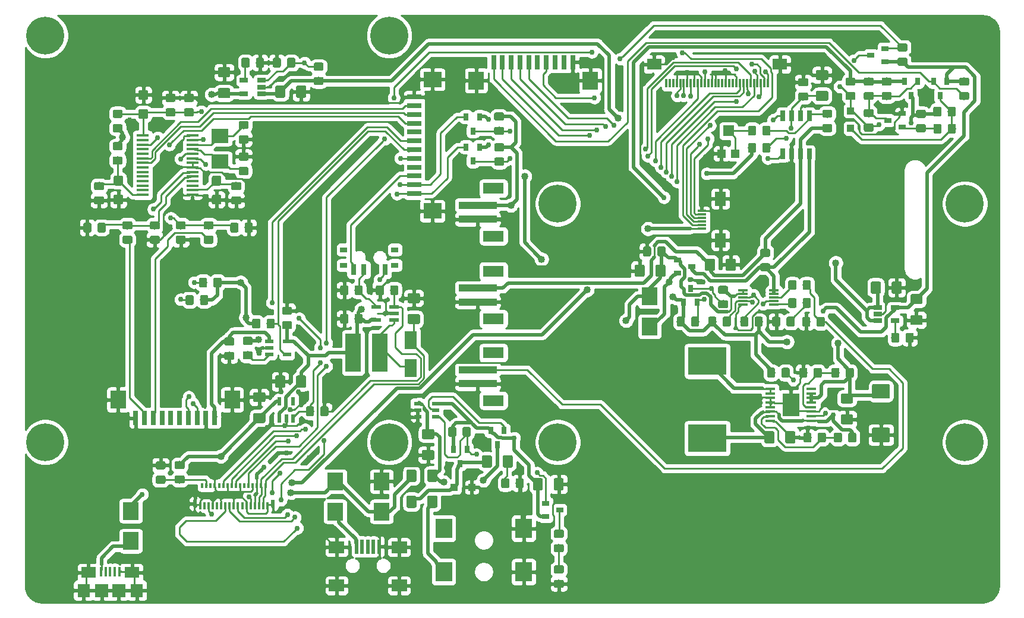
<source format=gtl>
G04 #@! TF.GenerationSoftware,KiCad,Pcbnew,5.0.2-bee76a0~70~ubuntu18.04.1*
G04 #@! TF.CreationDate,2018-12-20T17:19:34+03:00*
G04 #@! TF.ProjectId,AA-PI-V2_2-Display-Board-NanoPiA64,41412d50-492d-4563-925f-322d44697370,2.2*
G04 #@! TF.SameCoordinates,Original*
G04 #@! TF.FileFunction,Copper,L1,Top*
G04 #@! TF.FilePolarity,Positive*
%FSLAX46Y46*%
G04 Gerber Fmt 4.6, Leading zero omitted, Abs format (unit mm)*
G04 Created by KiCad (PCBNEW 5.0.2-bee76a0~70~ubuntu18.04.1) date Thu 20 Dec 2018 17:19:34 MSK*
%MOMM*%
%LPD*%
G01*
G04 APERTURE LIST*
G04 #@! TA.AperFunction,Conductor*
%ADD10C,0.100000*%
G04 #@! TD*
G04 #@! TA.AperFunction,SMDPad,CuDef*
%ADD11C,1.150000*%
G04 #@! TD*
G04 #@! TA.AperFunction,ComponentPad*
%ADD12C,5.400000*%
G04 #@! TD*
G04 #@! TA.AperFunction,SMDPad,CuDef*
%ADD13R,1.250000X0.650000*%
G04 #@! TD*
G04 #@! TA.AperFunction,SMDPad,CuDef*
%ADD14C,1.425000*%
G04 #@! TD*
G04 #@! TA.AperFunction,SMDPad,CuDef*
%ADD15R,0.600000X1.200000*%
G04 #@! TD*
G04 #@! TA.AperFunction,SMDPad,CuDef*
%ADD16R,1.200000X0.600000*%
G04 #@! TD*
G04 #@! TA.AperFunction,SMDPad,CuDef*
%ADD17R,0.650000X1.500000*%
G04 #@! TD*
G04 #@! TA.AperFunction,SMDPad,CuDef*
%ADD18R,0.300000X1.300000*%
G04 #@! TD*
G04 #@! TA.AperFunction,SMDPad,CuDef*
%ADD19R,2.000000X1.600000*%
G04 #@! TD*
G04 #@! TA.AperFunction,SMDPad,CuDef*
%ADD20R,0.800000X2.000000*%
G04 #@! TD*
G04 #@! TA.AperFunction,SMDPad,CuDef*
%ADD21R,2.200000X2.600000*%
G04 #@! TD*
G04 #@! TA.AperFunction,SMDPad,CuDef*
%ADD22R,1.000000X0.800000*%
G04 #@! TD*
G04 #@! TA.AperFunction,SMDPad,CuDef*
%ADD23R,1.600000X1.500000*%
G04 #@! TD*
G04 #@! TA.AperFunction,SMDPad,CuDef*
%ADD24R,1.200000X1.200000*%
G04 #@! TD*
G04 #@! TA.AperFunction,SMDPad,CuDef*
%ADD25R,0.800000X1.000000*%
G04 #@! TD*
G04 #@! TA.AperFunction,SMDPad,CuDef*
%ADD26R,1.400000X0.600000*%
G04 #@! TD*
G04 #@! TA.AperFunction,SMDPad,CuDef*
%ADD27R,1.050000X0.550000*%
G04 #@! TD*
G04 #@! TA.AperFunction,SMDPad,CuDef*
%ADD28R,1.800000X0.450000*%
G04 #@! TD*
G04 #@! TA.AperFunction,ComponentPad*
%ADD29R,2.410000X3.290000*%
G04 #@! TD*
G04 #@! TA.AperFunction,SMDPad,CuDef*
%ADD30R,1.475000X0.450000*%
G04 #@! TD*
G04 #@! TA.AperFunction,SMDPad,CuDef*
%ADD31R,2.400000X2.800000*%
G04 #@! TD*
G04 #@! TA.AperFunction,SMDPad,CuDef*
%ADD32R,0.600000X1.000000*%
G04 #@! TD*
G04 #@! TA.AperFunction,SMDPad,CuDef*
%ADD33R,0.300000X1.000000*%
G04 #@! TD*
G04 #@! TA.AperFunction,SMDPad,CuDef*
%ADD34R,0.300000X0.800000*%
G04 #@! TD*
G04 #@! TA.AperFunction,SMDPad,CuDef*
%ADD35R,1.600000X2.000000*%
G04 #@! TD*
G04 #@! TA.AperFunction,SMDPad,CuDef*
%ADD36R,1.300000X0.300000*%
G04 #@! TD*
G04 #@! TA.AperFunction,SMDPad,CuDef*
%ADD37C,1.350000*%
G04 #@! TD*
G04 #@! TA.AperFunction,SMDPad,CuDef*
%ADD38C,2.075000*%
G04 #@! TD*
G04 #@! TA.AperFunction,SMDPad,CuDef*
%ADD39R,1.000000X1.000000*%
G04 #@! TD*
G04 #@! TA.AperFunction,SMDPad,CuDef*
%ADD40R,2.300000X2.500000*%
G04 #@! TD*
G04 #@! TA.AperFunction,SMDPad,CuDef*
%ADD41R,1.800000X2.500000*%
G04 #@! TD*
G04 #@! TA.AperFunction,SMDPad,CuDef*
%ADD42R,0.400000X1.350000*%
G04 #@! TD*
G04 #@! TA.AperFunction,SMDPad,CuDef*
%ADD43R,2.100000X1.600000*%
G04 #@! TD*
G04 #@! TA.AperFunction,SMDPad,CuDef*
%ADD44R,1.900000X1.900000*%
G04 #@! TD*
G04 #@! TA.AperFunction,SMDPad,CuDef*
%ADD45R,1.800000X1.900000*%
G04 #@! TD*
G04 #@! TA.AperFunction,SMDPad,CuDef*
%ADD46R,0.500000X2.000000*%
G04 #@! TD*
G04 #@! TA.AperFunction,SMDPad,CuDef*
%ADD47R,2.200000X1.700000*%
G04 #@! TD*
G04 #@! TA.AperFunction,SMDPad,CuDef*
%ADD48R,5.500000X1.000000*%
G04 #@! TD*
G04 #@! TA.AperFunction,SMDPad,CuDef*
%ADD49R,3.000000X1.600000*%
G04 #@! TD*
G04 #@! TA.AperFunction,SMDPad,CuDef*
%ADD50R,2.000000X0.800000*%
G04 #@! TD*
G04 #@! TA.AperFunction,SMDPad,CuDef*
%ADD51R,2.600000X2.200000*%
G04 #@! TD*
G04 #@! TA.AperFunction,SMDPad,CuDef*
%ADD52R,5.500000X4.000000*%
G04 #@! TD*
G04 #@! TA.AperFunction,SMDPad,CuDef*
%ADD53R,2.200000X5.500000*%
G04 #@! TD*
G04 #@! TA.AperFunction,SMDPad,CuDef*
%ADD54R,0.800000X1.600000*%
G04 #@! TD*
G04 #@! TA.AperFunction,SMDPad,CuDef*
%ADD55R,1.400000X0.300000*%
G04 #@! TD*
G04 #@! TA.AperFunction,SMDPad,CuDef*
%ADD56R,2.400000X2.000000*%
G04 #@! TD*
G04 #@! TA.AperFunction,ViaPad*
%ADD57C,0.762000*%
G04 #@! TD*
G04 #@! TA.AperFunction,ViaPad*
%ADD58C,1.016000*%
G04 #@! TD*
G04 #@! TA.AperFunction,Conductor*
%ADD59C,0.254000*%
G04 #@! TD*
G04 #@! TA.AperFunction,Conductor*
%ADD60C,0.508000*%
G04 #@! TD*
G04 APERTURE END LIST*
D10*
G04 #@! TO.N,/LCM_ID*
G04 #@! TO.C,R44*
G36*
X73924505Y-120941204D02*
X73948773Y-120944804D01*
X73972572Y-120950765D01*
X73995671Y-120959030D01*
X74017850Y-120969520D01*
X74038893Y-120982132D01*
X74058599Y-120996747D01*
X74076777Y-121013223D01*
X74093253Y-121031401D01*
X74107868Y-121051107D01*
X74120480Y-121072150D01*
X74130970Y-121094329D01*
X74139235Y-121117428D01*
X74145196Y-121141227D01*
X74148796Y-121165495D01*
X74150000Y-121189999D01*
X74150000Y-121840001D01*
X74148796Y-121864505D01*
X74145196Y-121888773D01*
X74139235Y-121912572D01*
X74130970Y-121935671D01*
X74120480Y-121957850D01*
X74107868Y-121978893D01*
X74093253Y-121998599D01*
X74076777Y-122016777D01*
X74058599Y-122033253D01*
X74038893Y-122047868D01*
X74017850Y-122060480D01*
X73995671Y-122070970D01*
X73972572Y-122079235D01*
X73948773Y-122085196D01*
X73924505Y-122088796D01*
X73900001Y-122090000D01*
X72999999Y-122090000D01*
X72975495Y-122088796D01*
X72951227Y-122085196D01*
X72927428Y-122079235D01*
X72904329Y-122070970D01*
X72882150Y-122060480D01*
X72861107Y-122047868D01*
X72841401Y-122033253D01*
X72823223Y-122016777D01*
X72806747Y-121998599D01*
X72792132Y-121978893D01*
X72779520Y-121957850D01*
X72769030Y-121935671D01*
X72760765Y-121912572D01*
X72754804Y-121888773D01*
X72751204Y-121864505D01*
X72750000Y-121840001D01*
X72750000Y-121189999D01*
X72751204Y-121165495D01*
X72754804Y-121141227D01*
X72760765Y-121117428D01*
X72769030Y-121094329D01*
X72779520Y-121072150D01*
X72792132Y-121051107D01*
X72806747Y-121031401D01*
X72823223Y-121013223D01*
X72841401Y-120996747D01*
X72861107Y-120982132D01*
X72882150Y-120969520D01*
X72904329Y-120959030D01*
X72927428Y-120950765D01*
X72951227Y-120944804D01*
X72975495Y-120941204D01*
X72999999Y-120940000D01*
X73900001Y-120940000D01*
X73924505Y-120941204D01*
X73924505Y-120941204D01*
G37*
D11*
G04 #@! TD*
G04 #@! TO.P,R44,2*
G04 #@! TO.N,/LCM_ID*
X73450000Y-121515000D03*
D10*
G04 #@! TO.N,+V_LCD*
G04 #@! TO.C,R44*
G36*
X73924505Y-118891204D02*
X73948773Y-118894804D01*
X73972572Y-118900765D01*
X73995671Y-118909030D01*
X74017850Y-118919520D01*
X74038893Y-118932132D01*
X74058599Y-118946747D01*
X74076777Y-118963223D01*
X74093253Y-118981401D01*
X74107868Y-119001107D01*
X74120480Y-119022150D01*
X74130970Y-119044329D01*
X74139235Y-119067428D01*
X74145196Y-119091227D01*
X74148796Y-119115495D01*
X74150000Y-119139999D01*
X74150000Y-119790001D01*
X74148796Y-119814505D01*
X74145196Y-119838773D01*
X74139235Y-119862572D01*
X74130970Y-119885671D01*
X74120480Y-119907850D01*
X74107868Y-119928893D01*
X74093253Y-119948599D01*
X74076777Y-119966777D01*
X74058599Y-119983253D01*
X74038893Y-119997868D01*
X74017850Y-120010480D01*
X73995671Y-120020970D01*
X73972572Y-120029235D01*
X73948773Y-120035196D01*
X73924505Y-120038796D01*
X73900001Y-120040000D01*
X72999999Y-120040000D01*
X72975495Y-120038796D01*
X72951227Y-120035196D01*
X72927428Y-120029235D01*
X72904329Y-120020970D01*
X72882150Y-120010480D01*
X72861107Y-119997868D01*
X72841401Y-119983253D01*
X72823223Y-119966777D01*
X72806747Y-119948599D01*
X72792132Y-119928893D01*
X72779520Y-119907850D01*
X72769030Y-119885671D01*
X72760765Y-119862572D01*
X72754804Y-119838773D01*
X72751204Y-119814505D01*
X72750000Y-119790001D01*
X72750000Y-119139999D01*
X72751204Y-119115495D01*
X72754804Y-119091227D01*
X72760765Y-119067428D01*
X72769030Y-119044329D01*
X72779520Y-119022150D01*
X72792132Y-119001107D01*
X72806747Y-118981401D01*
X72823223Y-118963223D01*
X72841401Y-118946747D01*
X72861107Y-118932132D01*
X72882150Y-118919520D01*
X72904329Y-118909030D01*
X72927428Y-118900765D01*
X72951227Y-118894804D01*
X72975495Y-118891204D01*
X72999999Y-118890000D01*
X73900001Y-118890000D01*
X73924505Y-118891204D01*
X73924505Y-118891204D01*
G37*
D11*
G04 #@! TD*
G04 #@! TO.P,R44,1*
G04 #@! TO.N,+V_LCD*
X73450000Y-119465000D03*
D10*
G04 #@! TO.N,GND*
G04 #@! TO.C,R43*
G36*
X71204505Y-118931204D02*
X71228773Y-118934804D01*
X71252572Y-118940765D01*
X71275671Y-118949030D01*
X71297850Y-118959520D01*
X71318893Y-118972132D01*
X71338599Y-118986747D01*
X71356777Y-119003223D01*
X71373253Y-119021401D01*
X71387868Y-119041107D01*
X71400480Y-119062150D01*
X71410970Y-119084329D01*
X71419235Y-119107428D01*
X71425196Y-119131227D01*
X71428796Y-119155495D01*
X71430000Y-119179999D01*
X71430000Y-119830001D01*
X71428796Y-119854505D01*
X71425196Y-119878773D01*
X71419235Y-119902572D01*
X71410970Y-119925671D01*
X71400480Y-119947850D01*
X71387868Y-119968893D01*
X71373253Y-119988599D01*
X71356777Y-120006777D01*
X71338599Y-120023253D01*
X71318893Y-120037868D01*
X71297850Y-120050480D01*
X71275671Y-120060970D01*
X71252572Y-120069235D01*
X71228773Y-120075196D01*
X71204505Y-120078796D01*
X71180001Y-120080000D01*
X70279999Y-120080000D01*
X70255495Y-120078796D01*
X70231227Y-120075196D01*
X70207428Y-120069235D01*
X70184329Y-120060970D01*
X70162150Y-120050480D01*
X70141107Y-120037868D01*
X70121401Y-120023253D01*
X70103223Y-120006777D01*
X70086747Y-119988599D01*
X70072132Y-119968893D01*
X70059520Y-119947850D01*
X70049030Y-119925671D01*
X70040765Y-119902572D01*
X70034804Y-119878773D01*
X70031204Y-119854505D01*
X70030000Y-119830001D01*
X70030000Y-119179999D01*
X70031204Y-119155495D01*
X70034804Y-119131227D01*
X70040765Y-119107428D01*
X70049030Y-119084329D01*
X70059520Y-119062150D01*
X70072132Y-119041107D01*
X70086747Y-119021401D01*
X70103223Y-119003223D01*
X70121401Y-118986747D01*
X70141107Y-118972132D01*
X70162150Y-118959520D01*
X70184329Y-118949030D01*
X70207428Y-118940765D01*
X70231227Y-118934804D01*
X70255495Y-118931204D01*
X70279999Y-118930000D01*
X71180001Y-118930000D01*
X71204505Y-118931204D01*
X71204505Y-118931204D01*
G37*
D11*
G04 #@! TD*
G04 #@! TO.P,R43,1*
G04 #@! TO.N,GND*
X70730000Y-119505000D03*
D10*
G04 #@! TO.N,/LCM_ID*
G04 #@! TO.C,R43*
G36*
X71204505Y-120981204D02*
X71228773Y-120984804D01*
X71252572Y-120990765D01*
X71275671Y-120999030D01*
X71297850Y-121009520D01*
X71318893Y-121022132D01*
X71338599Y-121036747D01*
X71356777Y-121053223D01*
X71373253Y-121071401D01*
X71387868Y-121091107D01*
X71400480Y-121112150D01*
X71410970Y-121134329D01*
X71419235Y-121157428D01*
X71425196Y-121181227D01*
X71428796Y-121205495D01*
X71430000Y-121229999D01*
X71430000Y-121880001D01*
X71428796Y-121904505D01*
X71425196Y-121928773D01*
X71419235Y-121952572D01*
X71410970Y-121975671D01*
X71400480Y-121997850D01*
X71387868Y-122018893D01*
X71373253Y-122038599D01*
X71356777Y-122056777D01*
X71338599Y-122073253D01*
X71318893Y-122087868D01*
X71297850Y-122100480D01*
X71275671Y-122110970D01*
X71252572Y-122119235D01*
X71228773Y-122125196D01*
X71204505Y-122128796D01*
X71180001Y-122130000D01*
X70279999Y-122130000D01*
X70255495Y-122128796D01*
X70231227Y-122125196D01*
X70207428Y-122119235D01*
X70184329Y-122110970D01*
X70162150Y-122100480D01*
X70141107Y-122087868D01*
X70121401Y-122073253D01*
X70103223Y-122056777D01*
X70086747Y-122038599D01*
X70072132Y-122018893D01*
X70059520Y-121997850D01*
X70049030Y-121975671D01*
X70040765Y-121952572D01*
X70034804Y-121928773D01*
X70031204Y-121904505D01*
X70030000Y-121880001D01*
X70030000Y-121229999D01*
X70031204Y-121205495D01*
X70034804Y-121181227D01*
X70040765Y-121157428D01*
X70049030Y-121134329D01*
X70059520Y-121112150D01*
X70072132Y-121091107D01*
X70086747Y-121071401D01*
X70103223Y-121053223D01*
X70121401Y-121036747D01*
X70141107Y-121022132D01*
X70162150Y-121009520D01*
X70184329Y-120999030D01*
X70207428Y-120990765D01*
X70231227Y-120984804D01*
X70255495Y-120981204D01*
X70279999Y-120980000D01*
X71180001Y-120980000D01*
X71204505Y-120981204D01*
X71204505Y-120981204D01*
G37*
D11*
G04 #@! TD*
G04 #@! TO.P,R43,2*
G04 #@! TO.N,/LCM_ID*
X70730000Y-121555000D03*
D12*
G04 #@! TO.P,SS8,1*
G04 #@! TO.N,N/C*
X103300000Y-116200000D03*
G04 #@! TD*
D13*
G04 #@! TO.P,U2,1*
G04 #@! TO.N,+5V*
X172860000Y-97020000D03*
G04 #@! TO.P,U2,2*
G04 #@! TO.N,GND*
X172860000Y-97960000D03*
G04 #@! TO.P,U2,3*
G04 #@! TO.N,+5V*
X172860000Y-98900000D03*
G04 #@! TO.P,U2,4*
G04 #@! TO.N,Net-(C8-Pad1)*
X175360000Y-98900000D03*
G04 #@! TO.P,U2,5*
G04 #@! TO.N,+3V3*
X175360000Y-97020000D03*
G04 #@! TD*
D10*
G04 #@! TO.N,Net-(C8-Pad1)*
G04 #@! TO.C,C8*
G36*
X175734505Y-100601204D02*
X175758773Y-100604804D01*
X175782572Y-100610765D01*
X175805671Y-100619030D01*
X175827850Y-100629520D01*
X175848893Y-100642132D01*
X175868599Y-100656747D01*
X175886777Y-100673223D01*
X175903253Y-100691401D01*
X175917868Y-100711107D01*
X175930480Y-100732150D01*
X175940970Y-100754329D01*
X175949235Y-100777428D01*
X175955196Y-100801227D01*
X175958796Y-100825495D01*
X175960000Y-100849999D01*
X175960000Y-101750001D01*
X175958796Y-101774505D01*
X175955196Y-101798773D01*
X175949235Y-101822572D01*
X175940970Y-101845671D01*
X175930480Y-101867850D01*
X175917868Y-101888893D01*
X175903253Y-101908599D01*
X175886777Y-101926777D01*
X175868599Y-101943253D01*
X175848893Y-101957868D01*
X175827850Y-101970480D01*
X175805671Y-101980970D01*
X175782572Y-101989235D01*
X175758773Y-101995196D01*
X175734505Y-101998796D01*
X175710001Y-102000000D01*
X175059999Y-102000000D01*
X175035495Y-101998796D01*
X175011227Y-101995196D01*
X174987428Y-101989235D01*
X174964329Y-101980970D01*
X174942150Y-101970480D01*
X174921107Y-101957868D01*
X174901401Y-101943253D01*
X174883223Y-101926777D01*
X174866747Y-101908599D01*
X174852132Y-101888893D01*
X174839520Y-101867850D01*
X174829030Y-101845671D01*
X174820765Y-101822572D01*
X174814804Y-101798773D01*
X174811204Y-101774505D01*
X174810000Y-101750001D01*
X174810000Y-100849999D01*
X174811204Y-100825495D01*
X174814804Y-100801227D01*
X174820765Y-100777428D01*
X174829030Y-100754329D01*
X174839520Y-100732150D01*
X174852132Y-100711107D01*
X174866747Y-100691401D01*
X174883223Y-100673223D01*
X174901401Y-100656747D01*
X174921107Y-100642132D01*
X174942150Y-100629520D01*
X174964329Y-100619030D01*
X174987428Y-100610765D01*
X175011227Y-100604804D01*
X175035495Y-100601204D01*
X175059999Y-100600000D01*
X175710001Y-100600000D01*
X175734505Y-100601204D01*
X175734505Y-100601204D01*
G37*
D11*
G04 #@! TD*
G04 #@! TO.P,C8,1*
G04 #@! TO.N,Net-(C8-Pad1)*
X175385000Y-101300000D03*
D10*
G04 #@! TO.N,GND*
G04 #@! TO.C,C8*
G36*
X177784505Y-100601204D02*
X177808773Y-100604804D01*
X177832572Y-100610765D01*
X177855671Y-100619030D01*
X177877850Y-100629520D01*
X177898893Y-100642132D01*
X177918599Y-100656747D01*
X177936777Y-100673223D01*
X177953253Y-100691401D01*
X177967868Y-100711107D01*
X177980480Y-100732150D01*
X177990970Y-100754329D01*
X177999235Y-100777428D01*
X178005196Y-100801227D01*
X178008796Y-100825495D01*
X178010000Y-100849999D01*
X178010000Y-101750001D01*
X178008796Y-101774505D01*
X178005196Y-101798773D01*
X177999235Y-101822572D01*
X177990970Y-101845671D01*
X177980480Y-101867850D01*
X177967868Y-101888893D01*
X177953253Y-101908599D01*
X177936777Y-101926777D01*
X177918599Y-101943253D01*
X177898893Y-101957868D01*
X177877850Y-101970480D01*
X177855671Y-101980970D01*
X177832572Y-101989235D01*
X177808773Y-101995196D01*
X177784505Y-101998796D01*
X177760001Y-102000000D01*
X177109999Y-102000000D01*
X177085495Y-101998796D01*
X177061227Y-101995196D01*
X177037428Y-101989235D01*
X177014329Y-101980970D01*
X176992150Y-101970480D01*
X176971107Y-101957868D01*
X176951401Y-101943253D01*
X176933223Y-101926777D01*
X176916747Y-101908599D01*
X176902132Y-101888893D01*
X176889520Y-101867850D01*
X176879030Y-101845671D01*
X176870765Y-101822572D01*
X176864804Y-101798773D01*
X176861204Y-101774505D01*
X176860000Y-101750001D01*
X176860000Y-100849999D01*
X176861204Y-100825495D01*
X176864804Y-100801227D01*
X176870765Y-100777428D01*
X176879030Y-100754329D01*
X176889520Y-100732150D01*
X176902132Y-100711107D01*
X176916747Y-100691401D01*
X176933223Y-100673223D01*
X176951401Y-100656747D01*
X176971107Y-100642132D01*
X176992150Y-100629520D01*
X177014329Y-100619030D01*
X177037428Y-100610765D01*
X177061227Y-100604804D01*
X177085495Y-100601204D01*
X177109999Y-100600000D01*
X177760001Y-100600000D01*
X177784505Y-100601204D01*
X177784505Y-100601204D01*
G37*
D11*
G04 #@! TD*
G04 #@! TO.P,C8,2*
G04 #@! TO.N,GND*
X177435000Y-101300000D03*
D10*
G04 #@! TO.N,GND*
G04 #@! TO.C,C35*
G36*
X89214505Y-96881204D02*
X89238773Y-96884804D01*
X89262572Y-96890765D01*
X89285671Y-96899030D01*
X89307850Y-96909520D01*
X89328893Y-96922132D01*
X89348599Y-96936747D01*
X89366777Y-96953223D01*
X89383253Y-96971401D01*
X89397868Y-96991107D01*
X89410480Y-97012150D01*
X89420970Y-97034329D01*
X89429235Y-97057428D01*
X89435196Y-97081227D01*
X89438796Y-97105495D01*
X89440000Y-97129999D01*
X89440000Y-97780001D01*
X89438796Y-97804505D01*
X89435196Y-97828773D01*
X89429235Y-97852572D01*
X89420970Y-97875671D01*
X89410480Y-97897850D01*
X89397868Y-97918893D01*
X89383253Y-97938599D01*
X89366777Y-97956777D01*
X89348599Y-97973253D01*
X89328893Y-97987868D01*
X89307850Y-98000480D01*
X89285671Y-98010970D01*
X89262572Y-98019235D01*
X89238773Y-98025196D01*
X89214505Y-98028796D01*
X89190001Y-98030000D01*
X88289999Y-98030000D01*
X88265495Y-98028796D01*
X88241227Y-98025196D01*
X88217428Y-98019235D01*
X88194329Y-98010970D01*
X88172150Y-98000480D01*
X88151107Y-97987868D01*
X88131401Y-97973253D01*
X88113223Y-97956777D01*
X88096747Y-97938599D01*
X88082132Y-97918893D01*
X88069520Y-97897850D01*
X88059030Y-97875671D01*
X88050765Y-97852572D01*
X88044804Y-97828773D01*
X88041204Y-97804505D01*
X88040000Y-97780001D01*
X88040000Y-97129999D01*
X88041204Y-97105495D01*
X88044804Y-97081227D01*
X88050765Y-97057428D01*
X88059030Y-97034329D01*
X88069520Y-97012150D01*
X88082132Y-96991107D01*
X88096747Y-96971401D01*
X88113223Y-96953223D01*
X88131401Y-96936747D01*
X88151107Y-96922132D01*
X88172150Y-96909520D01*
X88194329Y-96899030D01*
X88217428Y-96890765D01*
X88241227Y-96884804D01*
X88265495Y-96881204D01*
X88289999Y-96880000D01*
X89190001Y-96880000D01*
X89214505Y-96881204D01*
X89214505Y-96881204D01*
G37*
D11*
G04 #@! TD*
G04 #@! TO.P,C35,2*
G04 #@! TO.N,GND*
X88740000Y-97455000D03*
D10*
G04 #@! TO.N,+5V*
G04 #@! TO.C,C35*
G36*
X89214505Y-98931204D02*
X89238773Y-98934804D01*
X89262572Y-98940765D01*
X89285671Y-98949030D01*
X89307850Y-98959520D01*
X89328893Y-98972132D01*
X89348599Y-98986747D01*
X89366777Y-99003223D01*
X89383253Y-99021401D01*
X89397868Y-99041107D01*
X89410480Y-99062150D01*
X89420970Y-99084329D01*
X89429235Y-99107428D01*
X89435196Y-99131227D01*
X89438796Y-99155495D01*
X89440000Y-99179999D01*
X89440000Y-99830001D01*
X89438796Y-99854505D01*
X89435196Y-99878773D01*
X89429235Y-99902572D01*
X89420970Y-99925671D01*
X89410480Y-99947850D01*
X89397868Y-99968893D01*
X89383253Y-99988599D01*
X89366777Y-100006777D01*
X89348599Y-100023253D01*
X89328893Y-100037868D01*
X89307850Y-100050480D01*
X89285671Y-100060970D01*
X89262572Y-100069235D01*
X89238773Y-100075196D01*
X89214505Y-100078796D01*
X89190001Y-100080000D01*
X88289999Y-100080000D01*
X88265495Y-100078796D01*
X88241227Y-100075196D01*
X88217428Y-100069235D01*
X88194329Y-100060970D01*
X88172150Y-100050480D01*
X88151107Y-100037868D01*
X88131401Y-100023253D01*
X88113223Y-100006777D01*
X88096747Y-99988599D01*
X88082132Y-99968893D01*
X88069520Y-99947850D01*
X88059030Y-99925671D01*
X88050765Y-99902572D01*
X88044804Y-99878773D01*
X88041204Y-99854505D01*
X88040000Y-99830001D01*
X88040000Y-99179999D01*
X88041204Y-99155495D01*
X88044804Y-99131227D01*
X88050765Y-99107428D01*
X88059030Y-99084329D01*
X88069520Y-99062150D01*
X88082132Y-99041107D01*
X88096747Y-99021401D01*
X88113223Y-99003223D01*
X88131401Y-98986747D01*
X88151107Y-98972132D01*
X88172150Y-98959520D01*
X88194329Y-98949030D01*
X88217428Y-98940765D01*
X88241227Y-98934804D01*
X88265495Y-98931204D01*
X88289999Y-98930000D01*
X89190001Y-98930000D01*
X89214505Y-98931204D01*
X89214505Y-98931204D01*
G37*
D11*
G04 #@! TD*
G04 #@! TO.P,C35,1*
G04 #@! TO.N,+5V*
X88740000Y-99505000D03*
D10*
G04 #@! TO.N,+V_RADIO*
G04 #@! TO.C,C36*
G36*
X80974505Y-101261204D02*
X80998773Y-101264804D01*
X81022572Y-101270765D01*
X81045671Y-101279030D01*
X81067850Y-101289520D01*
X81088893Y-101302132D01*
X81108599Y-101316747D01*
X81126777Y-101333223D01*
X81143253Y-101351401D01*
X81157868Y-101371107D01*
X81170480Y-101392150D01*
X81180970Y-101414329D01*
X81189235Y-101437428D01*
X81195196Y-101461227D01*
X81198796Y-101485495D01*
X81200000Y-101509999D01*
X81200000Y-102160001D01*
X81198796Y-102184505D01*
X81195196Y-102208773D01*
X81189235Y-102232572D01*
X81180970Y-102255671D01*
X81170480Y-102277850D01*
X81157868Y-102298893D01*
X81143253Y-102318599D01*
X81126777Y-102336777D01*
X81108599Y-102353253D01*
X81088893Y-102367868D01*
X81067850Y-102380480D01*
X81045671Y-102390970D01*
X81022572Y-102399235D01*
X80998773Y-102405196D01*
X80974505Y-102408796D01*
X80950001Y-102410000D01*
X80049999Y-102410000D01*
X80025495Y-102408796D01*
X80001227Y-102405196D01*
X79977428Y-102399235D01*
X79954329Y-102390970D01*
X79932150Y-102380480D01*
X79911107Y-102367868D01*
X79891401Y-102353253D01*
X79873223Y-102336777D01*
X79856747Y-102318599D01*
X79842132Y-102298893D01*
X79829520Y-102277850D01*
X79819030Y-102255671D01*
X79810765Y-102232572D01*
X79804804Y-102208773D01*
X79801204Y-102184505D01*
X79800000Y-102160001D01*
X79800000Y-101509999D01*
X79801204Y-101485495D01*
X79804804Y-101461227D01*
X79810765Y-101437428D01*
X79819030Y-101414329D01*
X79829520Y-101392150D01*
X79842132Y-101371107D01*
X79856747Y-101351401D01*
X79873223Y-101333223D01*
X79891401Y-101316747D01*
X79911107Y-101302132D01*
X79932150Y-101289520D01*
X79954329Y-101279030D01*
X79977428Y-101270765D01*
X80001227Y-101264804D01*
X80025495Y-101261204D01*
X80049999Y-101260000D01*
X80950001Y-101260000D01*
X80974505Y-101261204D01*
X80974505Y-101261204D01*
G37*
D11*
G04 #@! TD*
G04 #@! TO.P,C36,1*
G04 #@! TO.N,+V_RADIO*
X80500000Y-101835000D03*
D10*
G04 #@! TO.N,GND*
G04 #@! TO.C,C36*
G36*
X80974505Y-103311204D02*
X80998773Y-103314804D01*
X81022572Y-103320765D01*
X81045671Y-103329030D01*
X81067850Y-103339520D01*
X81088893Y-103352132D01*
X81108599Y-103366747D01*
X81126777Y-103383223D01*
X81143253Y-103401401D01*
X81157868Y-103421107D01*
X81170480Y-103442150D01*
X81180970Y-103464329D01*
X81189235Y-103487428D01*
X81195196Y-103511227D01*
X81198796Y-103535495D01*
X81200000Y-103559999D01*
X81200000Y-104210001D01*
X81198796Y-104234505D01*
X81195196Y-104258773D01*
X81189235Y-104282572D01*
X81180970Y-104305671D01*
X81170480Y-104327850D01*
X81157868Y-104348893D01*
X81143253Y-104368599D01*
X81126777Y-104386777D01*
X81108599Y-104403253D01*
X81088893Y-104417868D01*
X81067850Y-104430480D01*
X81045671Y-104440970D01*
X81022572Y-104449235D01*
X80998773Y-104455196D01*
X80974505Y-104458796D01*
X80950001Y-104460000D01*
X80049999Y-104460000D01*
X80025495Y-104458796D01*
X80001227Y-104455196D01*
X79977428Y-104449235D01*
X79954329Y-104440970D01*
X79932150Y-104430480D01*
X79911107Y-104417868D01*
X79891401Y-104403253D01*
X79873223Y-104386777D01*
X79856747Y-104368599D01*
X79842132Y-104348893D01*
X79829520Y-104327850D01*
X79819030Y-104305671D01*
X79810765Y-104282572D01*
X79804804Y-104258773D01*
X79801204Y-104234505D01*
X79800000Y-104210001D01*
X79800000Y-103559999D01*
X79801204Y-103535495D01*
X79804804Y-103511227D01*
X79810765Y-103487428D01*
X79819030Y-103464329D01*
X79829520Y-103442150D01*
X79842132Y-103421107D01*
X79856747Y-103401401D01*
X79873223Y-103383223D01*
X79891401Y-103366747D01*
X79911107Y-103352132D01*
X79932150Y-103339520D01*
X79954329Y-103329030D01*
X79977428Y-103320765D01*
X80001227Y-103314804D01*
X80025495Y-103311204D01*
X80049999Y-103310000D01*
X80950001Y-103310000D01*
X80974505Y-103311204D01*
X80974505Y-103311204D01*
G37*
D11*
G04 #@! TD*
G04 #@! TO.P,C36,2*
G04 #@! TO.N,GND*
X80500000Y-103885000D03*
D10*
G04 #@! TO.N,+5V*
G04 #@! TO.C,C33*
G36*
X91224504Y-106686204D02*
X91248773Y-106689804D01*
X91272571Y-106695765D01*
X91295671Y-106704030D01*
X91317849Y-106714520D01*
X91338893Y-106727133D01*
X91358598Y-106741747D01*
X91376777Y-106758223D01*
X91393253Y-106776402D01*
X91407867Y-106796107D01*
X91420480Y-106817151D01*
X91430970Y-106839329D01*
X91439235Y-106862429D01*
X91445196Y-106886227D01*
X91448796Y-106910496D01*
X91450000Y-106935000D01*
X91450000Y-108185000D01*
X91448796Y-108209504D01*
X91445196Y-108233773D01*
X91439235Y-108257571D01*
X91430970Y-108280671D01*
X91420480Y-108302849D01*
X91407867Y-108323893D01*
X91393253Y-108343598D01*
X91376777Y-108361777D01*
X91358598Y-108378253D01*
X91338893Y-108392867D01*
X91317849Y-108405480D01*
X91295671Y-108415970D01*
X91272571Y-108424235D01*
X91248773Y-108430196D01*
X91224504Y-108433796D01*
X91200000Y-108435000D01*
X90275000Y-108435000D01*
X90250496Y-108433796D01*
X90226227Y-108430196D01*
X90202429Y-108424235D01*
X90179329Y-108415970D01*
X90157151Y-108405480D01*
X90136107Y-108392867D01*
X90116402Y-108378253D01*
X90098223Y-108361777D01*
X90081747Y-108343598D01*
X90067133Y-108323893D01*
X90054520Y-108302849D01*
X90044030Y-108280671D01*
X90035765Y-108257571D01*
X90029804Y-108233773D01*
X90026204Y-108209504D01*
X90025000Y-108185000D01*
X90025000Y-106935000D01*
X90026204Y-106910496D01*
X90029804Y-106886227D01*
X90035765Y-106862429D01*
X90044030Y-106839329D01*
X90054520Y-106817151D01*
X90067133Y-106796107D01*
X90081747Y-106776402D01*
X90098223Y-106758223D01*
X90116402Y-106741747D01*
X90136107Y-106727133D01*
X90157151Y-106714520D01*
X90179329Y-106704030D01*
X90202429Y-106695765D01*
X90226227Y-106689804D01*
X90250496Y-106686204D01*
X90275000Y-106685000D01*
X91200000Y-106685000D01*
X91224504Y-106686204D01*
X91224504Y-106686204D01*
G37*
D14*
G04 #@! TD*
G04 #@! TO.P,C33,2*
G04 #@! TO.N,+5V*
X90737500Y-107560000D03*
D10*
G04 #@! TO.N,GND*
G04 #@! TO.C,C33*
G36*
X88249504Y-106686204D02*
X88273773Y-106689804D01*
X88297571Y-106695765D01*
X88320671Y-106704030D01*
X88342849Y-106714520D01*
X88363893Y-106727133D01*
X88383598Y-106741747D01*
X88401777Y-106758223D01*
X88418253Y-106776402D01*
X88432867Y-106796107D01*
X88445480Y-106817151D01*
X88455970Y-106839329D01*
X88464235Y-106862429D01*
X88470196Y-106886227D01*
X88473796Y-106910496D01*
X88475000Y-106935000D01*
X88475000Y-108185000D01*
X88473796Y-108209504D01*
X88470196Y-108233773D01*
X88464235Y-108257571D01*
X88455970Y-108280671D01*
X88445480Y-108302849D01*
X88432867Y-108323893D01*
X88418253Y-108343598D01*
X88401777Y-108361777D01*
X88383598Y-108378253D01*
X88363893Y-108392867D01*
X88342849Y-108405480D01*
X88320671Y-108415970D01*
X88297571Y-108424235D01*
X88273773Y-108430196D01*
X88249504Y-108433796D01*
X88225000Y-108435000D01*
X87300000Y-108435000D01*
X87275496Y-108433796D01*
X87251227Y-108430196D01*
X87227429Y-108424235D01*
X87204329Y-108415970D01*
X87182151Y-108405480D01*
X87161107Y-108392867D01*
X87141402Y-108378253D01*
X87123223Y-108361777D01*
X87106747Y-108343598D01*
X87092133Y-108323893D01*
X87079520Y-108302849D01*
X87069030Y-108280671D01*
X87060765Y-108257571D01*
X87054804Y-108233773D01*
X87051204Y-108209504D01*
X87050000Y-108185000D01*
X87050000Y-106935000D01*
X87051204Y-106910496D01*
X87054804Y-106886227D01*
X87060765Y-106862429D01*
X87069030Y-106839329D01*
X87079520Y-106817151D01*
X87092133Y-106796107D01*
X87106747Y-106776402D01*
X87123223Y-106758223D01*
X87141402Y-106741747D01*
X87161107Y-106727133D01*
X87182151Y-106714520D01*
X87204329Y-106704030D01*
X87227429Y-106695765D01*
X87251227Y-106689804D01*
X87275496Y-106686204D01*
X87300000Y-106685000D01*
X88225000Y-106685000D01*
X88249504Y-106686204D01*
X88249504Y-106686204D01*
G37*
D14*
G04 #@! TD*
G04 #@! TO.P,C33,1*
G04 #@! TO.N,GND*
X87762500Y-107560000D03*
D10*
G04 #@! TO.N,GND*
G04 #@! TO.C,C9*
G36*
X179049504Y-98066204D02*
X179073773Y-98069804D01*
X179097571Y-98075765D01*
X179120671Y-98084030D01*
X179142849Y-98094520D01*
X179163893Y-98107133D01*
X179183598Y-98121747D01*
X179201777Y-98138223D01*
X179218253Y-98156402D01*
X179232867Y-98176107D01*
X179245480Y-98197151D01*
X179255970Y-98219329D01*
X179264235Y-98242429D01*
X179270196Y-98266227D01*
X179273796Y-98290496D01*
X179275000Y-98315000D01*
X179275000Y-99240000D01*
X179273796Y-99264504D01*
X179270196Y-99288773D01*
X179264235Y-99312571D01*
X179255970Y-99335671D01*
X179245480Y-99357849D01*
X179232867Y-99378893D01*
X179218253Y-99398598D01*
X179201777Y-99416777D01*
X179183598Y-99433253D01*
X179163893Y-99447867D01*
X179142849Y-99460480D01*
X179120671Y-99470970D01*
X179097571Y-99479235D01*
X179073773Y-99485196D01*
X179049504Y-99488796D01*
X179025000Y-99490000D01*
X177775000Y-99490000D01*
X177750496Y-99488796D01*
X177726227Y-99485196D01*
X177702429Y-99479235D01*
X177679329Y-99470970D01*
X177657151Y-99460480D01*
X177636107Y-99447867D01*
X177616402Y-99433253D01*
X177598223Y-99416777D01*
X177581747Y-99398598D01*
X177567133Y-99378893D01*
X177554520Y-99357849D01*
X177544030Y-99335671D01*
X177535765Y-99312571D01*
X177529804Y-99288773D01*
X177526204Y-99264504D01*
X177525000Y-99240000D01*
X177525000Y-98315000D01*
X177526204Y-98290496D01*
X177529804Y-98266227D01*
X177535765Y-98242429D01*
X177544030Y-98219329D01*
X177554520Y-98197151D01*
X177567133Y-98176107D01*
X177581747Y-98156402D01*
X177598223Y-98138223D01*
X177616402Y-98121747D01*
X177636107Y-98107133D01*
X177657151Y-98094520D01*
X177679329Y-98084030D01*
X177702429Y-98075765D01*
X177726227Y-98069804D01*
X177750496Y-98066204D01*
X177775000Y-98065000D01*
X179025000Y-98065000D01*
X179049504Y-98066204D01*
X179049504Y-98066204D01*
G37*
D14*
G04 #@! TD*
G04 #@! TO.P,C9,1*
G04 #@! TO.N,GND*
X178400000Y-98777500D03*
D10*
G04 #@! TO.N,+3V3*
G04 #@! TO.C,C9*
G36*
X179049504Y-95091204D02*
X179073773Y-95094804D01*
X179097571Y-95100765D01*
X179120671Y-95109030D01*
X179142849Y-95119520D01*
X179163893Y-95132133D01*
X179183598Y-95146747D01*
X179201777Y-95163223D01*
X179218253Y-95181402D01*
X179232867Y-95201107D01*
X179245480Y-95222151D01*
X179255970Y-95244329D01*
X179264235Y-95267429D01*
X179270196Y-95291227D01*
X179273796Y-95315496D01*
X179275000Y-95340000D01*
X179275000Y-96265000D01*
X179273796Y-96289504D01*
X179270196Y-96313773D01*
X179264235Y-96337571D01*
X179255970Y-96360671D01*
X179245480Y-96382849D01*
X179232867Y-96403893D01*
X179218253Y-96423598D01*
X179201777Y-96441777D01*
X179183598Y-96458253D01*
X179163893Y-96472867D01*
X179142849Y-96485480D01*
X179120671Y-96495970D01*
X179097571Y-96504235D01*
X179073773Y-96510196D01*
X179049504Y-96513796D01*
X179025000Y-96515000D01*
X177775000Y-96515000D01*
X177750496Y-96513796D01*
X177726227Y-96510196D01*
X177702429Y-96504235D01*
X177679329Y-96495970D01*
X177657151Y-96485480D01*
X177636107Y-96472867D01*
X177616402Y-96458253D01*
X177598223Y-96441777D01*
X177581747Y-96423598D01*
X177567133Y-96403893D01*
X177554520Y-96382849D01*
X177544030Y-96360671D01*
X177535765Y-96337571D01*
X177529804Y-96313773D01*
X177526204Y-96289504D01*
X177525000Y-96265000D01*
X177525000Y-95340000D01*
X177526204Y-95315496D01*
X177529804Y-95291227D01*
X177535765Y-95267429D01*
X177544030Y-95244329D01*
X177554520Y-95222151D01*
X177567133Y-95201107D01*
X177581747Y-95181402D01*
X177598223Y-95163223D01*
X177616402Y-95146747D01*
X177636107Y-95132133D01*
X177657151Y-95119520D01*
X177679329Y-95109030D01*
X177702429Y-95100765D01*
X177726227Y-95094804D01*
X177750496Y-95091204D01*
X177775000Y-95090000D01*
X179025000Y-95090000D01*
X179049504Y-95091204D01*
X179049504Y-95091204D01*
G37*
D14*
G04 #@! TD*
G04 #@! TO.P,C9,2*
G04 #@! TO.N,+3V3*
X178400000Y-95802500D03*
D10*
G04 #@! TO.N,+V_LCD*
G04 #@! TO.C,C34*
G36*
X85429504Y-112046204D02*
X85453773Y-112049804D01*
X85477571Y-112055765D01*
X85500671Y-112064030D01*
X85522849Y-112074520D01*
X85543893Y-112087133D01*
X85563598Y-112101747D01*
X85581777Y-112118223D01*
X85598253Y-112136402D01*
X85612867Y-112156107D01*
X85625480Y-112177151D01*
X85635970Y-112199329D01*
X85644235Y-112222429D01*
X85650196Y-112246227D01*
X85653796Y-112270496D01*
X85655000Y-112295000D01*
X85655000Y-113220000D01*
X85653796Y-113244504D01*
X85650196Y-113268773D01*
X85644235Y-113292571D01*
X85635970Y-113315671D01*
X85625480Y-113337849D01*
X85612867Y-113358893D01*
X85598253Y-113378598D01*
X85581777Y-113396777D01*
X85563598Y-113413253D01*
X85543893Y-113427867D01*
X85522849Y-113440480D01*
X85500671Y-113450970D01*
X85477571Y-113459235D01*
X85453773Y-113465196D01*
X85429504Y-113468796D01*
X85405000Y-113470000D01*
X84155000Y-113470000D01*
X84130496Y-113468796D01*
X84106227Y-113465196D01*
X84082429Y-113459235D01*
X84059329Y-113450970D01*
X84037151Y-113440480D01*
X84016107Y-113427867D01*
X83996402Y-113413253D01*
X83978223Y-113396777D01*
X83961747Y-113378598D01*
X83947133Y-113358893D01*
X83934520Y-113337849D01*
X83924030Y-113315671D01*
X83915765Y-113292571D01*
X83909804Y-113268773D01*
X83906204Y-113244504D01*
X83905000Y-113220000D01*
X83905000Y-112295000D01*
X83906204Y-112270496D01*
X83909804Y-112246227D01*
X83915765Y-112222429D01*
X83924030Y-112199329D01*
X83934520Y-112177151D01*
X83947133Y-112156107D01*
X83961747Y-112136402D01*
X83978223Y-112118223D01*
X83996402Y-112101747D01*
X84016107Y-112087133D01*
X84037151Y-112074520D01*
X84059329Y-112064030D01*
X84082429Y-112055765D01*
X84106227Y-112049804D01*
X84130496Y-112046204D01*
X84155000Y-112045000D01*
X85405000Y-112045000D01*
X85429504Y-112046204D01*
X85429504Y-112046204D01*
G37*
D14*
G04 #@! TD*
G04 #@! TO.P,C34,2*
G04 #@! TO.N,+V_LCD*
X84780000Y-112757500D03*
D10*
G04 #@! TO.N,GND*
G04 #@! TO.C,C34*
G36*
X85429504Y-109071204D02*
X85453773Y-109074804D01*
X85477571Y-109080765D01*
X85500671Y-109089030D01*
X85522849Y-109099520D01*
X85543893Y-109112133D01*
X85563598Y-109126747D01*
X85581777Y-109143223D01*
X85598253Y-109161402D01*
X85612867Y-109181107D01*
X85625480Y-109202151D01*
X85635970Y-109224329D01*
X85644235Y-109247429D01*
X85650196Y-109271227D01*
X85653796Y-109295496D01*
X85655000Y-109320000D01*
X85655000Y-110245000D01*
X85653796Y-110269504D01*
X85650196Y-110293773D01*
X85644235Y-110317571D01*
X85635970Y-110340671D01*
X85625480Y-110362849D01*
X85612867Y-110383893D01*
X85598253Y-110403598D01*
X85581777Y-110421777D01*
X85563598Y-110438253D01*
X85543893Y-110452867D01*
X85522849Y-110465480D01*
X85500671Y-110475970D01*
X85477571Y-110484235D01*
X85453773Y-110490196D01*
X85429504Y-110493796D01*
X85405000Y-110495000D01*
X84155000Y-110495000D01*
X84130496Y-110493796D01*
X84106227Y-110490196D01*
X84082429Y-110484235D01*
X84059329Y-110475970D01*
X84037151Y-110465480D01*
X84016107Y-110452867D01*
X83996402Y-110438253D01*
X83978223Y-110421777D01*
X83961747Y-110403598D01*
X83947133Y-110383893D01*
X83934520Y-110362849D01*
X83924030Y-110340671D01*
X83915765Y-110317571D01*
X83909804Y-110293773D01*
X83906204Y-110269504D01*
X83905000Y-110245000D01*
X83905000Y-109320000D01*
X83906204Y-109295496D01*
X83909804Y-109271227D01*
X83915765Y-109247429D01*
X83924030Y-109224329D01*
X83934520Y-109202151D01*
X83947133Y-109181107D01*
X83961747Y-109161402D01*
X83978223Y-109143223D01*
X83996402Y-109126747D01*
X84016107Y-109112133D01*
X84037151Y-109099520D01*
X84059329Y-109089030D01*
X84082429Y-109080765D01*
X84106227Y-109074804D01*
X84130496Y-109071204D01*
X84155000Y-109070000D01*
X85405000Y-109070000D01*
X85429504Y-109071204D01*
X85429504Y-109071204D01*
G37*
D14*
G04 #@! TD*
G04 #@! TO.P,C34,1*
G04 #@! TO.N,GND*
X84780000Y-109782500D03*
D10*
G04 #@! TO.N,GND*
G04 #@! TO.C,C6*
G36*
X176074504Y-93276204D02*
X176098773Y-93279804D01*
X176122571Y-93285765D01*
X176145671Y-93294030D01*
X176167849Y-93304520D01*
X176188893Y-93317133D01*
X176208598Y-93331747D01*
X176226777Y-93348223D01*
X176243253Y-93366402D01*
X176257867Y-93386107D01*
X176270480Y-93407151D01*
X176280970Y-93429329D01*
X176289235Y-93452429D01*
X176295196Y-93476227D01*
X176298796Y-93500496D01*
X176300000Y-93525000D01*
X176300000Y-94775000D01*
X176298796Y-94799504D01*
X176295196Y-94823773D01*
X176289235Y-94847571D01*
X176280970Y-94870671D01*
X176270480Y-94892849D01*
X176257867Y-94913893D01*
X176243253Y-94933598D01*
X176226777Y-94951777D01*
X176208598Y-94968253D01*
X176188893Y-94982867D01*
X176167849Y-94995480D01*
X176145671Y-95005970D01*
X176122571Y-95014235D01*
X176098773Y-95020196D01*
X176074504Y-95023796D01*
X176050000Y-95025000D01*
X175125000Y-95025000D01*
X175100496Y-95023796D01*
X175076227Y-95020196D01*
X175052429Y-95014235D01*
X175029329Y-95005970D01*
X175007151Y-94995480D01*
X174986107Y-94982867D01*
X174966402Y-94968253D01*
X174948223Y-94951777D01*
X174931747Y-94933598D01*
X174917133Y-94913893D01*
X174904520Y-94892849D01*
X174894030Y-94870671D01*
X174885765Y-94847571D01*
X174879804Y-94823773D01*
X174876204Y-94799504D01*
X174875000Y-94775000D01*
X174875000Y-93525000D01*
X174876204Y-93500496D01*
X174879804Y-93476227D01*
X174885765Y-93452429D01*
X174894030Y-93429329D01*
X174904520Y-93407151D01*
X174917133Y-93386107D01*
X174931747Y-93366402D01*
X174948223Y-93348223D01*
X174966402Y-93331747D01*
X174986107Y-93317133D01*
X175007151Y-93304520D01*
X175029329Y-93294030D01*
X175052429Y-93285765D01*
X175076227Y-93279804D01*
X175100496Y-93276204D01*
X175125000Y-93275000D01*
X176050000Y-93275000D01*
X176074504Y-93276204D01*
X176074504Y-93276204D01*
G37*
D14*
G04 #@! TD*
G04 #@! TO.P,C6,1*
G04 #@! TO.N,GND*
X175587500Y-94150000D03*
D10*
G04 #@! TO.N,+5V*
G04 #@! TO.C,C6*
G36*
X173099504Y-93276204D02*
X173123773Y-93279804D01*
X173147571Y-93285765D01*
X173170671Y-93294030D01*
X173192849Y-93304520D01*
X173213893Y-93317133D01*
X173233598Y-93331747D01*
X173251777Y-93348223D01*
X173268253Y-93366402D01*
X173282867Y-93386107D01*
X173295480Y-93407151D01*
X173305970Y-93429329D01*
X173314235Y-93452429D01*
X173320196Y-93476227D01*
X173323796Y-93500496D01*
X173325000Y-93525000D01*
X173325000Y-94775000D01*
X173323796Y-94799504D01*
X173320196Y-94823773D01*
X173314235Y-94847571D01*
X173305970Y-94870671D01*
X173295480Y-94892849D01*
X173282867Y-94913893D01*
X173268253Y-94933598D01*
X173251777Y-94951777D01*
X173233598Y-94968253D01*
X173213893Y-94982867D01*
X173192849Y-94995480D01*
X173170671Y-95005970D01*
X173147571Y-95014235D01*
X173123773Y-95020196D01*
X173099504Y-95023796D01*
X173075000Y-95025000D01*
X172150000Y-95025000D01*
X172125496Y-95023796D01*
X172101227Y-95020196D01*
X172077429Y-95014235D01*
X172054329Y-95005970D01*
X172032151Y-94995480D01*
X172011107Y-94982867D01*
X171991402Y-94968253D01*
X171973223Y-94951777D01*
X171956747Y-94933598D01*
X171942133Y-94913893D01*
X171929520Y-94892849D01*
X171919030Y-94870671D01*
X171910765Y-94847571D01*
X171904804Y-94823773D01*
X171901204Y-94799504D01*
X171900000Y-94775000D01*
X171900000Y-93525000D01*
X171901204Y-93500496D01*
X171904804Y-93476227D01*
X171910765Y-93452429D01*
X171919030Y-93429329D01*
X171929520Y-93407151D01*
X171942133Y-93386107D01*
X171956747Y-93366402D01*
X171973223Y-93348223D01*
X171991402Y-93331747D01*
X172011107Y-93317133D01*
X172032151Y-93304520D01*
X172054329Y-93294030D01*
X172077429Y-93285765D01*
X172101227Y-93279804D01*
X172125496Y-93276204D01*
X172150000Y-93275000D01*
X173075000Y-93275000D01*
X173099504Y-93276204D01*
X173099504Y-93276204D01*
G37*
D14*
G04 #@! TD*
G04 #@! TO.P,C6,2*
G04 #@! TO.N,+5V*
X172612500Y-94150000D03*
D10*
G04 #@! TO.N,Net-(R42-Pad1)*
G04 #@! TO.C,R42*
G36*
X83614505Y-103231204D02*
X83638773Y-103234804D01*
X83662572Y-103240765D01*
X83685671Y-103249030D01*
X83707850Y-103259520D01*
X83728893Y-103272132D01*
X83748599Y-103286747D01*
X83766777Y-103303223D01*
X83783253Y-103321401D01*
X83797868Y-103341107D01*
X83810480Y-103362150D01*
X83820970Y-103384329D01*
X83829235Y-103407428D01*
X83835196Y-103431227D01*
X83838796Y-103455495D01*
X83840000Y-103479999D01*
X83840000Y-104130001D01*
X83838796Y-104154505D01*
X83835196Y-104178773D01*
X83829235Y-104202572D01*
X83820970Y-104225671D01*
X83810480Y-104247850D01*
X83797868Y-104268893D01*
X83783253Y-104288599D01*
X83766777Y-104306777D01*
X83748599Y-104323253D01*
X83728893Y-104337868D01*
X83707850Y-104350480D01*
X83685671Y-104360970D01*
X83662572Y-104369235D01*
X83638773Y-104375196D01*
X83614505Y-104378796D01*
X83590001Y-104380000D01*
X82689999Y-104380000D01*
X82665495Y-104378796D01*
X82641227Y-104375196D01*
X82617428Y-104369235D01*
X82594329Y-104360970D01*
X82572150Y-104350480D01*
X82551107Y-104337868D01*
X82531401Y-104323253D01*
X82513223Y-104306777D01*
X82496747Y-104288599D01*
X82482132Y-104268893D01*
X82469520Y-104247850D01*
X82459030Y-104225671D01*
X82450765Y-104202572D01*
X82444804Y-104178773D01*
X82441204Y-104154505D01*
X82440000Y-104130001D01*
X82440000Y-103479999D01*
X82441204Y-103455495D01*
X82444804Y-103431227D01*
X82450765Y-103407428D01*
X82459030Y-103384329D01*
X82469520Y-103362150D01*
X82482132Y-103341107D01*
X82496747Y-103321401D01*
X82513223Y-103303223D01*
X82531401Y-103286747D01*
X82551107Y-103272132D01*
X82572150Y-103259520D01*
X82594329Y-103249030D01*
X82617428Y-103240765D01*
X82641227Y-103234804D01*
X82665495Y-103231204D01*
X82689999Y-103230000D01*
X83590001Y-103230000D01*
X83614505Y-103231204D01*
X83614505Y-103231204D01*
G37*
D11*
G04 #@! TD*
G04 #@! TO.P,R42,1*
G04 #@! TO.N,Net-(R42-Pad1)*
X83140000Y-103805000D03*
D10*
G04 #@! TO.N,+3V3*
G04 #@! TO.C,R42*
G36*
X83614505Y-101181204D02*
X83638773Y-101184804D01*
X83662572Y-101190765D01*
X83685671Y-101199030D01*
X83707850Y-101209520D01*
X83728893Y-101222132D01*
X83748599Y-101236747D01*
X83766777Y-101253223D01*
X83783253Y-101271401D01*
X83797868Y-101291107D01*
X83810480Y-101312150D01*
X83820970Y-101334329D01*
X83829235Y-101357428D01*
X83835196Y-101381227D01*
X83838796Y-101405495D01*
X83840000Y-101429999D01*
X83840000Y-102080001D01*
X83838796Y-102104505D01*
X83835196Y-102128773D01*
X83829235Y-102152572D01*
X83820970Y-102175671D01*
X83810480Y-102197850D01*
X83797868Y-102218893D01*
X83783253Y-102238599D01*
X83766777Y-102256777D01*
X83748599Y-102273253D01*
X83728893Y-102287868D01*
X83707850Y-102300480D01*
X83685671Y-102310970D01*
X83662572Y-102319235D01*
X83638773Y-102325196D01*
X83614505Y-102328796D01*
X83590001Y-102330000D01*
X82689999Y-102330000D01*
X82665495Y-102328796D01*
X82641227Y-102325196D01*
X82617428Y-102319235D01*
X82594329Y-102310970D01*
X82572150Y-102300480D01*
X82551107Y-102287868D01*
X82531401Y-102273253D01*
X82513223Y-102256777D01*
X82496747Y-102238599D01*
X82482132Y-102218893D01*
X82469520Y-102197850D01*
X82459030Y-102175671D01*
X82450765Y-102152572D01*
X82444804Y-102128773D01*
X82441204Y-102104505D01*
X82440000Y-102080001D01*
X82440000Y-101429999D01*
X82441204Y-101405495D01*
X82444804Y-101381227D01*
X82450765Y-101357428D01*
X82459030Y-101334329D01*
X82469520Y-101312150D01*
X82482132Y-101291107D01*
X82496747Y-101271401D01*
X82513223Y-101253223D01*
X82531401Y-101236747D01*
X82551107Y-101222132D01*
X82572150Y-101209520D01*
X82594329Y-101199030D01*
X82617428Y-101190765D01*
X82641227Y-101184804D01*
X82665495Y-101181204D01*
X82689999Y-101180000D01*
X83590001Y-101180000D01*
X83614505Y-101181204D01*
X83614505Y-101181204D01*
G37*
D11*
G04 #@! TD*
G04 #@! TO.P,R42,2*
G04 #@! TO.N,+3V3*
X83140000Y-101755000D03*
D10*
G04 #@! TO.N,+3V3*
G04 #@! TO.C,R41*
G36*
X84694505Y-98591204D02*
X84718773Y-98594804D01*
X84742572Y-98600765D01*
X84765671Y-98609030D01*
X84787850Y-98619520D01*
X84808893Y-98632132D01*
X84828599Y-98646747D01*
X84846777Y-98663223D01*
X84863253Y-98681401D01*
X84877868Y-98701107D01*
X84890480Y-98722150D01*
X84900970Y-98744329D01*
X84909235Y-98767428D01*
X84915196Y-98791227D01*
X84918796Y-98815495D01*
X84920000Y-98839999D01*
X84920000Y-99740001D01*
X84918796Y-99764505D01*
X84915196Y-99788773D01*
X84909235Y-99812572D01*
X84900970Y-99835671D01*
X84890480Y-99857850D01*
X84877868Y-99878893D01*
X84863253Y-99898599D01*
X84846777Y-99916777D01*
X84828599Y-99933253D01*
X84808893Y-99947868D01*
X84787850Y-99960480D01*
X84765671Y-99970970D01*
X84742572Y-99979235D01*
X84718773Y-99985196D01*
X84694505Y-99988796D01*
X84670001Y-99990000D01*
X84019999Y-99990000D01*
X83995495Y-99988796D01*
X83971227Y-99985196D01*
X83947428Y-99979235D01*
X83924329Y-99970970D01*
X83902150Y-99960480D01*
X83881107Y-99947868D01*
X83861401Y-99933253D01*
X83843223Y-99916777D01*
X83826747Y-99898599D01*
X83812132Y-99878893D01*
X83799520Y-99857850D01*
X83789030Y-99835671D01*
X83780765Y-99812572D01*
X83774804Y-99788773D01*
X83771204Y-99764505D01*
X83770000Y-99740001D01*
X83770000Y-98839999D01*
X83771204Y-98815495D01*
X83774804Y-98791227D01*
X83780765Y-98767428D01*
X83789030Y-98744329D01*
X83799520Y-98722150D01*
X83812132Y-98701107D01*
X83826747Y-98681401D01*
X83843223Y-98663223D01*
X83861401Y-98646747D01*
X83881107Y-98632132D01*
X83902150Y-98619520D01*
X83924329Y-98609030D01*
X83947428Y-98600765D01*
X83971227Y-98594804D01*
X83995495Y-98591204D01*
X84019999Y-98590000D01*
X84670001Y-98590000D01*
X84694505Y-98591204D01*
X84694505Y-98591204D01*
G37*
D11*
G04 #@! TD*
G04 #@! TO.P,R41,2*
G04 #@! TO.N,+3V3*
X84345000Y-99290000D03*
D10*
G04 #@! TO.N,RADIO_EN*
G04 #@! TO.C,R41*
G36*
X86744505Y-98591204D02*
X86768773Y-98594804D01*
X86792572Y-98600765D01*
X86815671Y-98609030D01*
X86837850Y-98619520D01*
X86858893Y-98632132D01*
X86878599Y-98646747D01*
X86896777Y-98663223D01*
X86913253Y-98681401D01*
X86927868Y-98701107D01*
X86940480Y-98722150D01*
X86950970Y-98744329D01*
X86959235Y-98767428D01*
X86965196Y-98791227D01*
X86968796Y-98815495D01*
X86970000Y-98839999D01*
X86970000Y-99740001D01*
X86968796Y-99764505D01*
X86965196Y-99788773D01*
X86959235Y-99812572D01*
X86950970Y-99835671D01*
X86940480Y-99857850D01*
X86927868Y-99878893D01*
X86913253Y-99898599D01*
X86896777Y-99916777D01*
X86878599Y-99933253D01*
X86858893Y-99947868D01*
X86837850Y-99960480D01*
X86815671Y-99970970D01*
X86792572Y-99979235D01*
X86768773Y-99985196D01*
X86744505Y-99988796D01*
X86720001Y-99990000D01*
X86069999Y-99990000D01*
X86045495Y-99988796D01*
X86021227Y-99985196D01*
X85997428Y-99979235D01*
X85974329Y-99970970D01*
X85952150Y-99960480D01*
X85931107Y-99947868D01*
X85911401Y-99933253D01*
X85893223Y-99916777D01*
X85876747Y-99898599D01*
X85862132Y-99878893D01*
X85849520Y-99857850D01*
X85839030Y-99835671D01*
X85830765Y-99812572D01*
X85824804Y-99788773D01*
X85821204Y-99764505D01*
X85820000Y-99740001D01*
X85820000Y-98839999D01*
X85821204Y-98815495D01*
X85824804Y-98791227D01*
X85830765Y-98767428D01*
X85839030Y-98744329D01*
X85849520Y-98722150D01*
X85862132Y-98701107D01*
X85876747Y-98681401D01*
X85893223Y-98663223D01*
X85911401Y-98646747D01*
X85931107Y-98632132D01*
X85952150Y-98619520D01*
X85974329Y-98609030D01*
X85997428Y-98600765D01*
X86021227Y-98594804D01*
X86045495Y-98591204D01*
X86069999Y-98590000D01*
X86720001Y-98590000D01*
X86744505Y-98591204D01*
X86744505Y-98591204D01*
G37*
D11*
G04 #@! TD*
G04 #@! TO.P,R41,1*
G04 #@! TO.N,RADIO_EN*
X86395000Y-99290000D03*
D10*
G04 #@! TO.N,LCD_EN*
G04 #@! TO.C,R40*
G36*
X92364505Y-111091204D02*
X92388773Y-111094804D01*
X92412572Y-111100765D01*
X92435671Y-111109030D01*
X92457850Y-111119520D01*
X92478893Y-111132132D01*
X92498599Y-111146747D01*
X92516777Y-111163223D01*
X92533253Y-111181401D01*
X92547868Y-111201107D01*
X92560480Y-111222150D01*
X92570970Y-111244329D01*
X92579235Y-111267428D01*
X92585196Y-111291227D01*
X92588796Y-111315495D01*
X92590000Y-111339999D01*
X92590000Y-112240001D01*
X92588796Y-112264505D01*
X92585196Y-112288773D01*
X92579235Y-112312572D01*
X92570970Y-112335671D01*
X92560480Y-112357850D01*
X92547868Y-112378893D01*
X92533253Y-112398599D01*
X92516777Y-112416777D01*
X92498599Y-112433253D01*
X92478893Y-112447868D01*
X92457850Y-112460480D01*
X92435671Y-112470970D01*
X92412572Y-112479235D01*
X92388773Y-112485196D01*
X92364505Y-112488796D01*
X92340001Y-112490000D01*
X91689999Y-112490000D01*
X91665495Y-112488796D01*
X91641227Y-112485196D01*
X91617428Y-112479235D01*
X91594329Y-112470970D01*
X91572150Y-112460480D01*
X91551107Y-112447868D01*
X91531401Y-112433253D01*
X91513223Y-112416777D01*
X91496747Y-112398599D01*
X91482132Y-112378893D01*
X91469520Y-112357850D01*
X91459030Y-112335671D01*
X91450765Y-112312572D01*
X91444804Y-112288773D01*
X91441204Y-112264505D01*
X91440000Y-112240001D01*
X91440000Y-111339999D01*
X91441204Y-111315495D01*
X91444804Y-111291227D01*
X91450765Y-111267428D01*
X91459030Y-111244329D01*
X91469520Y-111222150D01*
X91482132Y-111201107D01*
X91496747Y-111181401D01*
X91513223Y-111163223D01*
X91531401Y-111146747D01*
X91551107Y-111132132D01*
X91572150Y-111119520D01*
X91594329Y-111109030D01*
X91617428Y-111100765D01*
X91641227Y-111094804D01*
X91665495Y-111091204D01*
X91689999Y-111090000D01*
X92340001Y-111090000D01*
X92364505Y-111091204D01*
X92364505Y-111091204D01*
G37*
D11*
G04 #@! TD*
G04 #@! TO.P,R40,1*
G04 #@! TO.N,LCD_EN*
X92015000Y-111790000D03*
D10*
G04 #@! TO.N,GND*
G04 #@! TO.C,R40*
G36*
X94414505Y-111091204D02*
X94438773Y-111094804D01*
X94462572Y-111100765D01*
X94485671Y-111109030D01*
X94507850Y-111119520D01*
X94528893Y-111132132D01*
X94548599Y-111146747D01*
X94566777Y-111163223D01*
X94583253Y-111181401D01*
X94597868Y-111201107D01*
X94610480Y-111222150D01*
X94620970Y-111244329D01*
X94629235Y-111267428D01*
X94635196Y-111291227D01*
X94638796Y-111315495D01*
X94640000Y-111339999D01*
X94640000Y-112240001D01*
X94638796Y-112264505D01*
X94635196Y-112288773D01*
X94629235Y-112312572D01*
X94620970Y-112335671D01*
X94610480Y-112357850D01*
X94597868Y-112378893D01*
X94583253Y-112398599D01*
X94566777Y-112416777D01*
X94548599Y-112433253D01*
X94528893Y-112447868D01*
X94507850Y-112460480D01*
X94485671Y-112470970D01*
X94462572Y-112479235D01*
X94438773Y-112485196D01*
X94414505Y-112488796D01*
X94390001Y-112490000D01*
X93739999Y-112490000D01*
X93715495Y-112488796D01*
X93691227Y-112485196D01*
X93667428Y-112479235D01*
X93644329Y-112470970D01*
X93622150Y-112460480D01*
X93601107Y-112447868D01*
X93581401Y-112433253D01*
X93563223Y-112416777D01*
X93546747Y-112398599D01*
X93532132Y-112378893D01*
X93519520Y-112357850D01*
X93509030Y-112335671D01*
X93500765Y-112312572D01*
X93494804Y-112288773D01*
X93491204Y-112264505D01*
X93490000Y-112240001D01*
X93490000Y-111339999D01*
X93491204Y-111315495D01*
X93494804Y-111291227D01*
X93500765Y-111267428D01*
X93509030Y-111244329D01*
X93519520Y-111222150D01*
X93532132Y-111201107D01*
X93546747Y-111181401D01*
X93563223Y-111163223D01*
X93581401Y-111146747D01*
X93601107Y-111132132D01*
X93622150Y-111119520D01*
X93644329Y-111109030D01*
X93667428Y-111100765D01*
X93691227Y-111094804D01*
X93715495Y-111091204D01*
X93739999Y-111090000D01*
X94390001Y-111090000D01*
X94414505Y-111091204D01*
X94414505Y-111091204D01*
G37*
D11*
G04 #@! TD*
G04 #@! TO.P,R40,2*
G04 #@! TO.N,GND*
X94065000Y-111790000D03*
D15*
G04 #@! TO.P,U9,5*
G04 #@! TO.N,+V_LCD*
X87680000Y-110350000D03*
G04 #@! TO.P,U9,4*
G04 #@! TO.N,Net-(U9-Pad4)*
X89580000Y-110350000D03*
G04 #@! TO.P,U9,3*
G04 #@! TO.N,LCD_EN*
X89580000Y-112850000D03*
G04 #@! TO.P,U9,2*
G04 #@! TO.N,GND*
X88630000Y-112850000D03*
G04 #@! TO.P,U9,1*
G04 #@! TO.N,+5V*
X87680000Y-112850000D03*
G04 #@! TD*
D16*
G04 #@! TO.P,U10,1*
G04 #@! TO.N,+V_RADIO*
X86200000Y-101790000D03*
G04 #@! TO.P,U10,2*
G04 #@! TO.N,GND*
X86200000Y-102740000D03*
G04 #@! TO.P,U10,3*
G04 #@! TO.N,Net-(R42-Pad1)*
X86200000Y-103690000D03*
G04 #@! TO.P,U10,4*
G04 #@! TO.N,RADIO_EN*
X88700000Y-103690000D03*
G04 #@! TO.P,U10,5*
G04 #@! TO.N,+5V*
X88700000Y-101790000D03*
G04 #@! TD*
D10*
G04 #@! TO.N,GND*
G04 #@! TO.C,C32*
G36*
X162744505Y-64281204D02*
X162768773Y-64284804D01*
X162792572Y-64290765D01*
X162815671Y-64299030D01*
X162837850Y-64309520D01*
X162858893Y-64322132D01*
X162878599Y-64336747D01*
X162896777Y-64353223D01*
X162913253Y-64371401D01*
X162927868Y-64391107D01*
X162940480Y-64412150D01*
X162950970Y-64434329D01*
X162959235Y-64457428D01*
X162965196Y-64481227D01*
X162968796Y-64505495D01*
X162970000Y-64529999D01*
X162970000Y-65180001D01*
X162968796Y-65204505D01*
X162965196Y-65228773D01*
X162959235Y-65252572D01*
X162950970Y-65275671D01*
X162940480Y-65297850D01*
X162927868Y-65318893D01*
X162913253Y-65338599D01*
X162896777Y-65356777D01*
X162878599Y-65373253D01*
X162858893Y-65387868D01*
X162837850Y-65400480D01*
X162815671Y-65410970D01*
X162792572Y-65419235D01*
X162768773Y-65425196D01*
X162744505Y-65428796D01*
X162720001Y-65430000D01*
X161819999Y-65430000D01*
X161795495Y-65428796D01*
X161771227Y-65425196D01*
X161747428Y-65419235D01*
X161724329Y-65410970D01*
X161702150Y-65400480D01*
X161681107Y-65387868D01*
X161661401Y-65373253D01*
X161643223Y-65356777D01*
X161626747Y-65338599D01*
X161612132Y-65318893D01*
X161599520Y-65297850D01*
X161589030Y-65275671D01*
X161580765Y-65252572D01*
X161574804Y-65228773D01*
X161571204Y-65204505D01*
X161570000Y-65180001D01*
X161570000Y-64529999D01*
X161571204Y-64505495D01*
X161574804Y-64481227D01*
X161580765Y-64457428D01*
X161589030Y-64434329D01*
X161599520Y-64412150D01*
X161612132Y-64391107D01*
X161626747Y-64371401D01*
X161643223Y-64353223D01*
X161661401Y-64336747D01*
X161681107Y-64322132D01*
X161702150Y-64309520D01*
X161724329Y-64299030D01*
X161747428Y-64290765D01*
X161771227Y-64284804D01*
X161795495Y-64281204D01*
X161819999Y-64280000D01*
X162720001Y-64280000D01*
X162744505Y-64281204D01*
X162744505Y-64281204D01*
G37*
D11*
G04 #@! TD*
G04 #@! TO.P,C32,1*
G04 #@! TO.N,GND*
X162270000Y-64855000D03*
D10*
G04 #@! TO.N,Net-(C31-Pad1)*
G04 #@! TO.C,C32*
G36*
X162744505Y-66331204D02*
X162768773Y-66334804D01*
X162792572Y-66340765D01*
X162815671Y-66349030D01*
X162837850Y-66359520D01*
X162858893Y-66372132D01*
X162878599Y-66386747D01*
X162896777Y-66403223D01*
X162913253Y-66421401D01*
X162927868Y-66441107D01*
X162940480Y-66462150D01*
X162950970Y-66484329D01*
X162959235Y-66507428D01*
X162965196Y-66531227D01*
X162968796Y-66555495D01*
X162970000Y-66579999D01*
X162970000Y-67230001D01*
X162968796Y-67254505D01*
X162965196Y-67278773D01*
X162959235Y-67302572D01*
X162950970Y-67325671D01*
X162940480Y-67347850D01*
X162927868Y-67368893D01*
X162913253Y-67388599D01*
X162896777Y-67406777D01*
X162878599Y-67423253D01*
X162858893Y-67437868D01*
X162837850Y-67450480D01*
X162815671Y-67460970D01*
X162792572Y-67469235D01*
X162768773Y-67475196D01*
X162744505Y-67478796D01*
X162720001Y-67480000D01*
X161819999Y-67480000D01*
X161795495Y-67478796D01*
X161771227Y-67475196D01*
X161747428Y-67469235D01*
X161724329Y-67460970D01*
X161702150Y-67450480D01*
X161681107Y-67437868D01*
X161661401Y-67423253D01*
X161643223Y-67406777D01*
X161626747Y-67388599D01*
X161612132Y-67368893D01*
X161599520Y-67347850D01*
X161589030Y-67325671D01*
X161580765Y-67302572D01*
X161574804Y-67278773D01*
X161571204Y-67254505D01*
X161570000Y-67230001D01*
X161570000Y-66579999D01*
X161571204Y-66555495D01*
X161574804Y-66531227D01*
X161580765Y-66507428D01*
X161589030Y-66484329D01*
X161599520Y-66462150D01*
X161612132Y-66441107D01*
X161626747Y-66421401D01*
X161643223Y-66403223D01*
X161661401Y-66386747D01*
X161681107Y-66372132D01*
X161702150Y-66359520D01*
X161724329Y-66349030D01*
X161747428Y-66340765D01*
X161771227Y-66334804D01*
X161795495Y-66331204D01*
X161819999Y-66330000D01*
X162720001Y-66330000D01*
X162744505Y-66331204D01*
X162744505Y-66331204D01*
G37*
D11*
G04 #@! TD*
G04 #@! TO.P,C32,2*
G04 #@! TO.N,Net-(C31-Pad1)*
X162270000Y-66905000D03*
D10*
G04 #@! TO.N,Net-(C31-Pad1)*
G04 #@! TO.C,C31*
G36*
X165609504Y-66096204D02*
X165633773Y-66099804D01*
X165657571Y-66105765D01*
X165680671Y-66114030D01*
X165702849Y-66124520D01*
X165723893Y-66137133D01*
X165743598Y-66151747D01*
X165761777Y-66168223D01*
X165778253Y-66186402D01*
X165792867Y-66206107D01*
X165805480Y-66227151D01*
X165815970Y-66249329D01*
X165824235Y-66272429D01*
X165830196Y-66296227D01*
X165833796Y-66320496D01*
X165835000Y-66345000D01*
X165835000Y-67270000D01*
X165833796Y-67294504D01*
X165830196Y-67318773D01*
X165824235Y-67342571D01*
X165815970Y-67365671D01*
X165805480Y-67387849D01*
X165792867Y-67408893D01*
X165778253Y-67428598D01*
X165761777Y-67446777D01*
X165743598Y-67463253D01*
X165723893Y-67477867D01*
X165702849Y-67490480D01*
X165680671Y-67500970D01*
X165657571Y-67509235D01*
X165633773Y-67515196D01*
X165609504Y-67518796D01*
X165585000Y-67520000D01*
X164335000Y-67520000D01*
X164310496Y-67518796D01*
X164286227Y-67515196D01*
X164262429Y-67509235D01*
X164239329Y-67500970D01*
X164217151Y-67490480D01*
X164196107Y-67477867D01*
X164176402Y-67463253D01*
X164158223Y-67446777D01*
X164141747Y-67428598D01*
X164127133Y-67408893D01*
X164114520Y-67387849D01*
X164104030Y-67365671D01*
X164095765Y-67342571D01*
X164089804Y-67318773D01*
X164086204Y-67294504D01*
X164085000Y-67270000D01*
X164085000Y-66345000D01*
X164086204Y-66320496D01*
X164089804Y-66296227D01*
X164095765Y-66272429D01*
X164104030Y-66249329D01*
X164114520Y-66227151D01*
X164127133Y-66206107D01*
X164141747Y-66186402D01*
X164158223Y-66168223D01*
X164176402Y-66151747D01*
X164196107Y-66137133D01*
X164217151Y-66124520D01*
X164239329Y-66114030D01*
X164262429Y-66105765D01*
X164286227Y-66099804D01*
X164310496Y-66096204D01*
X164335000Y-66095000D01*
X165585000Y-66095000D01*
X165609504Y-66096204D01*
X165609504Y-66096204D01*
G37*
D14*
G04 #@! TD*
G04 #@! TO.P,C31,1*
G04 #@! TO.N,Net-(C31-Pad1)*
X164960000Y-66807500D03*
D10*
G04 #@! TO.N,GND*
G04 #@! TO.C,C31*
G36*
X165609504Y-63121204D02*
X165633773Y-63124804D01*
X165657571Y-63130765D01*
X165680671Y-63139030D01*
X165702849Y-63149520D01*
X165723893Y-63162133D01*
X165743598Y-63176747D01*
X165761777Y-63193223D01*
X165778253Y-63211402D01*
X165792867Y-63231107D01*
X165805480Y-63252151D01*
X165815970Y-63274329D01*
X165824235Y-63297429D01*
X165830196Y-63321227D01*
X165833796Y-63345496D01*
X165835000Y-63370000D01*
X165835000Y-64295000D01*
X165833796Y-64319504D01*
X165830196Y-64343773D01*
X165824235Y-64367571D01*
X165815970Y-64390671D01*
X165805480Y-64412849D01*
X165792867Y-64433893D01*
X165778253Y-64453598D01*
X165761777Y-64471777D01*
X165743598Y-64488253D01*
X165723893Y-64502867D01*
X165702849Y-64515480D01*
X165680671Y-64525970D01*
X165657571Y-64534235D01*
X165633773Y-64540196D01*
X165609504Y-64543796D01*
X165585000Y-64545000D01*
X164335000Y-64545000D01*
X164310496Y-64543796D01*
X164286227Y-64540196D01*
X164262429Y-64534235D01*
X164239329Y-64525970D01*
X164217151Y-64515480D01*
X164196107Y-64502867D01*
X164176402Y-64488253D01*
X164158223Y-64471777D01*
X164141747Y-64453598D01*
X164127133Y-64433893D01*
X164114520Y-64412849D01*
X164104030Y-64390671D01*
X164095765Y-64367571D01*
X164089804Y-64343773D01*
X164086204Y-64319504D01*
X164085000Y-64295000D01*
X164085000Y-63370000D01*
X164086204Y-63345496D01*
X164089804Y-63321227D01*
X164095765Y-63297429D01*
X164104030Y-63274329D01*
X164114520Y-63252151D01*
X164127133Y-63231107D01*
X164141747Y-63211402D01*
X164158223Y-63193223D01*
X164176402Y-63176747D01*
X164196107Y-63162133D01*
X164217151Y-63149520D01*
X164239329Y-63139030D01*
X164262429Y-63130765D01*
X164286227Y-63124804D01*
X164310496Y-63121204D01*
X164335000Y-63120000D01*
X165585000Y-63120000D01*
X165609504Y-63121204D01*
X165609504Y-63121204D01*
G37*
D14*
G04 #@! TD*
G04 #@! TO.P,C31,2*
G04 #@! TO.N,GND*
X164960000Y-63832500D03*
D10*
G04 #@! TO.N,BATT2*
G04 #@! TO.C,R39*
G36*
X157334505Y-90681204D02*
X157358773Y-90684804D01*
X157382572Y-90690765D01*
X157405671Y-90699030D01*
X157427850Y-90709520D01*
X157448893Y-90722132D01*
X157468599Y-90736747D01*
X157486777Y-90753223D01*
X157503253Y-90771401D01*
X157517868Y-90791107D01*
X157530480Y-90812150D01*
X157540970Y-90834329D01*
X157549235Y-90857428D01*
X157555196Y-90881227D01*
X157558796Y-90905495D01*
X157560000Y-90929999D01*
X157560000Y-91580001D01*
X157558796Y-91604505D01*
X157555196Y-91628773D01*
X157549235Y-91652572D01*
X157540970Y-91675671D01*
X157530480Y-91697850D01*
X157517868Y-91718893D01*
X157503253Y-91738599D01*
X157486777Y-91756777D01*
X157468599Y-91773253D01*
X157448893Y-91787868D01*
X157427850Y-91800480D01*
X157405671Y-91810970D01*
X157382572Y-91819235D01*
X157358773Y-91825196D01*
X157334505Y-91828796D01*
X157310001Y-91830000D01*
X156409999Y-91830000D01*
X156385495Y-91828796D01*
X156361227Y-91825196D01*
X156337428Y-91819235D01*
X156314329Y-91810970D01*
X156292150Y-91800480D01*
X156271107Y-91787868D01*
X156251401Y-91773253D01*
X156233223Y-91756777D01*
X156216747Y-91738599D01*
X156202132Y-91718893D01*
X156189520Y-91697850D01*
X156179030Y-91675671D01*
X156170765Y-91652572D01*
X156164804Y-91628773D01*
X156161204Y-91604505D01*
X156160000Y-91580001D01*
X156160000Y-90929999D01*
X156161204Y-90905495D01*
X156164804Y-90881227D01*
X156170765Y-90857428D01*
X156179030Y-90834329D01*
X156189520Y-90812150D01*
X156202132Y-90791107D01*
X156216747Y-90771401D01*
X156233223Y-90753223D01*
X156251401Y-90736747D01*
X156271107Y-90722132D01*
X156292150Y-90709520D01*
X156314329Y-90699030D01*
X156337428Y-90690765D01*
X156361227Y-90684804D01*
X156385495Y-90681204D01*
X156409999Y-90680000D01*
X157310001Y-90680000D01*
X157334505Y-90681204D01*
X157334505Y-90681204D01*
G37*
D11*
G04 #@! TD*
G04 #@! TO.P,R39,2*
G04 #@! TO.N,BATT2*
X156860000Y-91255000D03*
D10*
G04 #@! TO.N,BATT1*
G04 #@! TO.C,R39*
G36*
X157334505Y-88631204D02*
X157358773Y-88634804D01*
X157382572Y-88640765D01*
X157405671Y-88649030D01*
X157427850Y-88659520D01*
X157448893Y-88672132D01*
X157468599Y-88686747D01*
X157486777Y-88703223D01*
X157503253Y-88721401D01*
X157517868Y-88741107D01*
X157530480Y-88762150D01*
X157540970Y-88784329D01*
X157549235Y-88807428D01*
X157555196Y-88831227D01*
X157558796Y-88855495D01*
X157560000Y-88879999D01*
X157560000Y-89530001D01*
X157558796Y-89554505D01*
X157555196Y-89578773D01*
X157549235Y-89602572D01*
X157540970Y-89625671D01*
X157530480Y-89647850D01*
X157517868Y-89668893D01*
X157503253Y-89688599D01*
X157486777Y-89706777D01*
X157468599Y-89723253D01*
X157448893Y-89737868D01*
X157427850Y-89750480D01*
X157405671Y-89760970D01*
X157382572Y-89769235D01*
X157358773Y-89775196D01*
X157334505Y-89778796D01*
X157310001Y-89780000D01*
X156409999Y-89780000D01*
X156385495Y-89778796D01*
X156361227Y-89775196D01*
X156337428Y-89769235D01*
X156314329Y-89760970D01*
X156292150Y-89750480D01*
X156271107Y-89737868D01*
X156251401Y-89723253D01*
X156233223Y-89706777D01*
X156216747Y-89688599D01*
X156202132Y-89668893D01*
X156189520Y-89647850D01*
X156179030Y-89625671D01*
X156170765Y-89602572D01*
X156164804Y-89578773D01*
X156161204Y-89554505D01*
X156160000Y-89530001D01*
X156160000Y-88879999D01*
X156161204Y-88855495D01*
X156164804Y-88831227D01*
X156170765Y-88807428D01*
X156179030Y-88784329D01*
X156189520Y-88762150D01*
X156202132Y-88741107D01*
X156216747Y-88721401D01*
X156233223Y-88703223D01*
X156251401Y-88686747D01*
X156271107Y-88672132D01*
X156292150Y-88659520D01*
X156314329Y-88649030D01*
X156337428Y-88640765D01*
X156361227Y-88634804D01*
X156385495Y-88631204D01*
X156409999Y-88630000D01*
X157310001Y-88630000D01*
X157334505Y-88631204D01*
X157334505Y-88631204D01*
G37*
D11*
G04 #@! TD*
G04 #@! TO.P,R39,1*
G04 #@! TO.N,BATT1*
X156860000Y-89205000D03*
D10*
G04 #@! TO.N,Net-(C31-Pad1)*
G04 #@! TO.C,R38*
G36*
X157374505Y-73521204D02*
X157398773Y-73524804D01*
X157422572Y-73530765D01*
X157445671Y-73539030D01*
X157467850Y-73549520D01*
X157488893Y-73562132D01*
X157508599Y-73576747D01*
X157526777Y-73593223D01*
X157543253Y-73611401D01*
X157557868Y-73631107D01*
X157570480Y-73652150D01*
X157580970Y-73674329D01*
X157589235Y-73697428D01*
X157595196Y-73721227D01*
X157598796Y-73745495D01*
X157600000Y-73769999D01*
X157600000Y-74670001D01*
X157598796Y-74694505D01*
X157595196Y-74718773D01*
X157589235Y-74742572D01*
X157580970Y-74765671D01*
X157570480Y-74787850D01*
X157557868Y-74808893D01*
X157543253Y-74828599D01*
X157526777Y-74846777D01*
X157508599Y-74863253D01*
X157488893Y-74877868D01*
X157467850Y-74890480D01*
X157445671Y-74900970D01*
X157422572Y-74909235D01*
X157398773Y-74915196D01*
X157374505Y-74918796D01*
X157350001Y-74920000D01*
X156699999Y-74920000D01*
X156675495Y-74918796D01*
X156651227Y-74915196D01*
X156627428Y-74909235D01*
X156604329Y-74900970D01*
X156582150Y-74890480D01*
X156561107Y-74877868D01*
X156541401Y-74863253D01*
X156523223Y-74846777D01*
X156506747Y-74828599D01*
X156492132Y-74808893D01*
X156479520Y-74787850D01*
X156469030Y-74765671D01*
X156460765Y-74742572D01*
X156454804Y-74718773D01*
X156451204Y-74694505D01*
X156450000Y-74670001D01*
X156450000Y-73769999D01*
X156451204Y-73745495D01*
X156454804Y-73721227D01*
X156460765Y-73697428D01*
X156469030Y-73674329D01*
X156479520Y-73652150D01*
X156492132Y-73631107D01*
X156506747Y-73611401D01*
X156523223Y-73593223D01*
X156541401Y-73576747D01*
X156561107Y-73562132D01*
X156582150Y-73549520D01*
X156604329Y-73539030D01*
X156627428Y-73530765D01*
X156651227Y-73524804D01*
X156675495Y-73521204D01*
X156699999Y-73520000D01*
X157350001Y-73520000D01*
X157374505Y-73521204D01*
X157374505Y-73521204D01*
G37*
D11*
G04 #@! TD*
G04 #@! TO.P,R38,1*
G04 #@! TO.N,Net-(C31-Pad1)*
X157025000Y-74220000D03*
D10*
G04 #@! TO.N,+5V*
G04 #@! TO.C,R38*
G36*
X155324505Y-73521204D02*
X155348773Y-73524804D01*
X155372572Y-73530765D01*
X155395671Y-73539030D01*
X155417850Y-73549520D01*
X155438893Y-73562132D01*
X155458599Y-73576747D01*
X155476777Y-73593223D01*
X155493253Y-73611401D01*
X155507868Y-73631107D01*
X155520480Y-73652150D01*
X155530970Y-73674329D01*
X155539235Y-73697428D01*
X155545196Y-73721227D01*
X155548796Y-73745495D01*
X155550000Y-73769999D01*
X155550000Y-74670001D01*
X155548796Y-74694505D01*
X155545196Y-74718773D01*
X155539235Y-74742572D01*
X155530970Y-74765671D01*
X155520480Y-74787850D01*
X155507868Y-74808893D01*
X155493253Y-74828599D01*
X155476777Y-74846777D01*
X155458599Y-74863253D01*
X155438893Y-74877868D01*
X155417850Y-74890480D01*
X155395671Y-74900970D01*
X155372572Y-74909235D01*
X155348773Y-74915196D01*
X155324505Y-74918796D01*
X155300001Y-74920000D01*
X154649999Y-74920000D01*
X154625495Y-74918796D01*
X154601227Y-74915196D01*
X154577428Y-74909235D01*
X154554329Y-74900970D01*
X154532150Y-74890480D01*
X154511107Y-74877868D01*
X154491401Y-74863253D01*
X154473223Y-74846777D01*
X154456747Y-74828599D01*
X154442132Y-74808893D01*
X154429520Y-74787850D01*
X154419030Y-74765671D01*
X154410765Y-74742572D01*
X154404804Y-74718773D01*
X154401204Y-74694505D01*
X154400000Y-74670001D01*
X154400000Y-73769999D01*
X154401204Y-73745495D01*
X154404804Y-73721227D01*
X154410765Y-73697428D01*
X154419030Y-73674329D01*
X154429520Y-73652150D01*
X154442132Y-73631107D01*
X154456747Y-73611401D01*
X154473223Y-73593223D01*
X154491401Y-73576747D01*
X154511107Y-73562132D01*
X154532150Y-73549520D01*
X154554329Y-73539030D01*
X154577428Y-73530765D01*
X154601227Y-73524804D01*
X154625495Y-73521204D01*
X154649999Y-73520000D01*
X155300001Y-73520000D01*
X155324505Y-73521204D01*
X155324505Y-73521204D01*
G37*
D11*
G04 #@! TD*
G04 #@! TO.P,R38,2*
G04 #@! TO.N,+5V*
X154975000Y-74220000D03*
D17*
G04 #@! TO.P,U8,1*
G04 #@! TO.N,Net-(R35-Pad1)*
X163125000Y-69670000D03*
G04 #@! TO.P,U8,2*
G04 #@! TO.N,GND*
X161855000Y-69670000D03*
G04 #@! TO.P,U8,3*
G04 #@! TO.N,Net-(C31-Pad1)*
X160585000Y-69670000D03*
G04 #@! TO.P,U8,4*
G04 #@! TO.N,I2C_SDA_H*
X159315000Y-69670000D03*
G04 #@! TO.P,U8,5*
G04 #@! TO.N,I2C_SCL_H*
X159315000Y-75070000D03*
G04 #@! TO.P,U8,6*
G04 #@! TO.N,GND*
X160585000Y-75070000D03*
G04 #@! TO.P,U8,7*
G04 #@! TO.N,BATT1*
X161855000Y-75070000D03*
G04 #@! TO.P,U8,8*
G04 #@! TO.N,BATT2*
X163125000Y-75070000D03*
G04 #@! TD*
D18*
G04 #@! TO.P,J8,1*
G04 #@! TO.N,GND*
X157250000Y-65000000D03*
G04 #@! TO.P,J8,2*
G04 #@! TO.N,DSI_CLK_P*
X156750000Y-65000000D03*
G04 #@! TO.P,J8,3*
G04 #@! TO.N,DSI_CLK_N*
X156250000Y-65000000D03*
G04 #@! TO.P,J8,4*
G04 #@! TO.N,GND*
X155750000Y-65000000D03*
G04 #@! TO.P,J8,5*
G04 #@! TO.N,DSI_D0_P*
X155250000Y-65000000D03*
G04 #@! TO.P,J8,6*
G04 #@! TO.N,DSI_D0_N*
X154750000Y-65000000D03*
G04 #@! TO.P,J8,7*
G04 #@! TO.N,GND*
X154250000Y-65000000D03*
G04 #@! TO.P,J8,8*
G04 #@! TO.N,DSI_D1_P*
X153750000Y-65000000D03*
G04 #@! TO.P,J8,9*
G04 #@! TO.N,DSI_D1_N*
X153250000Y-65000000D03*
G04 #@! TO.P,J8,10*
G04 #@! TO.N,GND*
X152750000Y-65000000D03*
G04 #@! TO.P,J8,11*
G04 #@! TO.N,Net-(J8-Pad11)*
X152250000Y-65000000D03*
G04 #@! TO.P,J8,12*
G04 #@! TO.N,Net-(J8-Pad12)*
X151750000Y-65000000D03*
G04 #@! TO.P,J8,13*
G04 #@! TO.N,GND*
X151250000Y-65000000D03*
G04 #@! TO.P,J8,14*
G04 #@! TO.N,Net-(J8-Pad14)*
X150750000Y-65000000D03*
G04 #@! TO.P,J8,15*
G04 #@! TO.N,Net-(J8-Pad15)*
X150250000Y-65000000D03*
G04 #@! TO.P,J8,16*
G04 #@! TO.N,GND*
X149750000Y-65000000D03*
G04 #@! TO.P,J8,17*
X149250000Y-65000000D03*
G04 #@! TO.P,J8,18*
G04 #@! TO.N,Net-(J8-Pad18)*
X148750000Y-65000000D03*
G04 #@! TO.P,J8,19*
G04 #@! TO.N,LCD_RESET*
X148250000Y-65000000D03*
G04 #@! TO.P,J8,20*
G04 #@! TO.N,GND*
X147750000Y-65000000D03*
G04 #@! TO.P,J8,21*
G04 #@! TO.N,LCD_TE_OUT*
X147250000Y-65000000D03*
G04 #@! TO.P,J8,22*
G04 #@! TO.N,GND*
X146750000Y-65000000D03*
G04 #@! TO.P,J8,23*
G04 #@! TO.N,LCD_CTP_INT*
X146250000Y-65000000D03*
G04 #@! TO.P,J8,24*
G04 #@! TO.N,GND*
X145750000Y-65000000D03*
G04 #@! TO.P,J8,25*
G04 #@! TO.N,LCD_I2C_SCL*
X145250000Y-65000000D03*
G04 #@! TO.P,J8,26*
G04 #@! TO.N,LCD_I2C_SDA*
X144750000Y-65000000D03*
G04 #@! TO.P,J8,27*
G04 #@! TO.N,GND*
X144250000Y-65000000D03*
G04 #@! TO.P,J8,28*
G04 #@! TO.N,Net-(J8-Pad28)*
X143750000Y-65000000D03*
G04 #@! TO.P,J8,29*
G04 #@! TO.N,Net-(J8-Pad29)*
X143250000Y-65000000D03*
G04 #@! TO.P,J8,30*
G04 #@! TO.N,Net-(J8-Pad30)*
X142750000Y-65000000D03*
D19*
G04 #@! TO.P,J8,SH*
G04 #@! TO.N,GND*
X158950000Y-62320000D03*
X141050000Y-62320000D03*
G04 #@! TD*
D20*
G04 #@! TO.P,J7,1*
G04 #@! TO.N,SHDN_CTRL*
X118175000Y-62020000D03*
G04 #@! TO.P,J7,2*
G04 #@! TO.N,CHRG_PG*
X119425000Y-62020000D03*
G04 #@! TO.P,J7,3*
G04 #@! TO.N,CHRG_STAT1*
X120675000Y-62020000D03*
G04 #@! TO.P,J7,4*
G04 #@! TO.N,CHRG_STAT2*
X121925000Y-62020000D03*
G04 #@! TO.P,J7,5*
G04 #@! TO.N,LOW_BATT*
X123175000Y-62020000D03*
G04 #@! TO.P,J7,6*
G04 #@! TO.N,Net-(J7-Pad6)*
X124425000Y-62020000D03*
G04 #@! TO.P,J7,7*
G04 #@! TO.N,SHDN_REQ*
X125675000Y-62020000D03*
G04 #@! TO.P,J7,8*
G04 #@! TO.N,Net-(J7-Pad8)*
X126925000Y-62020000D03*
G04 #@! TO.P,J7,9*
G04 #@! TO.N,Net-(J7-Pad9)*
X128175000Y-62020000D03*
G04 #@! TO.P,J7,10*
G04 #@! TO.N,GND*
X129425000Y-62020000D03*
D21*
G04 #@! TO.P,J7,SH*
X115675000Y-64620000D03*
X131925000Y-64620000D03*
G04 #@! TD*
D10*
G04 #@! TO.N,SHDN_REQ*
G04 #@! TO.C,R37*
G36*
X176894505Y-59331204D02*
X176918773Y-59334804D01*
X176942572Y-59340765D01*
X176965671Y-59349030D01*
X176987850Y-59359520D01*
X177008893Y-59372132D01*
X177028599Y-59386747D01*
X177046777Y-59403223D01*
X177063253Y-59421401D01*
X177077868Y-59441107D01*
X177090480Y-59462150D01*
X177100970Y-59484329D01*
X177109235Y-59507428D01*
X177115196Y-59531227D01*
X177118796Y-59555495D01*
X177120000Y-59579999D01*
X177120000Y-60230001D01*
X177118796Y-60254505D01*
X177115196Y-60278773D01*
X177109235Y-60302572D01*
X177100970Y-60325671D01*
X177090480Y-60347850D01*
X177077868Y-60368893D01*
X177063253Y-60388599D01*
X177046777Y-60406777D01*
X177028599Y-60423253D01*
X177008893Y-60437868D01*
X176987850Y-60450480D01*
X176965671Y-60460970D01*
X176942572Y-60469235D01*
X176918773Y-60475196D01*
X176894505Y-60478796D01*
X176870001Y-60480000D01*
X175969999Y-60480000D01*
X175945495Y-60478796D01*
X175921227Y-60475196D01*
X175897428Y-60469235D01*
X175874329Y-60460970D01*
X175852150Y-60450480D01*
X175831107Y-60437868D01*
X175811401Y-60423253D01*
X175793223Y-60406777D01*
X175776747Y-60388599D01*
X175762132Y-60368893D01*
X175749520Y-60347850D01*
X175739030Y-60325671D01*
X175730765Y-60302572D01*
X175724804Y-60278773D01*
X175721204Y-60254505D01*
X175720000Y-60230001D01*
X175720000Y-59579999D01*
X175721204Y-59555495D01*
X175724804Y-59531227D01*
X175730765Y-59507428D01*
X175739030Y-59484329D01*
X175749520Y-59462150D01*
X175762132Y-59441107D01*
X175776747Y-59421401D01*
X175793223Y-59403223D01*
X175811401Y-59386747D01*
X175831107Y-59372132D01*
X175852150Y-59359520D01*
X175874329Y-59349030D01*
X175897428Y-59340765D01*
X175921227Y-59334804D01*
X175945495Y-59331204D01*
X175969999Y-59330000D01*
X176870001Y-59330000D01*
X176894505Y-59331204D01*
X176894505Y-59331204D01*
G37*
D11*
G04 #@! TD*
G04 #@! TO.P,R37,1*
G04 #@! TO.N,SHDN_REQ*
X176420000Y-59905000D03*
D10*
G04 #@! TO.N,+3V3*
G04 #@! TO.C,R37*
G36*
X176894505Y-61381204D02*
X176918773Y-61384804D01*
X176942572Y-61390765D01*
X176965671Y-61399030D01*
X176987850Y-61409520D01*
X177008893Y-61422132D01*
X177028599Y-61436747D01*
X177046777Y-61453223D01*
X177063253Y-61471401D01*
X177077868Y-61491107D01*
X177090480Y-61512150D01*
X177100970Y-61534329D01*
X177109235Y-61557428D01*
X177115196Y-61581227D01*
X177118796Y-61605495D01*
X177120000Y-61629999D01*
X177120000Y-62280001D01*
X177118796Y-62304505D01*
X177115196Y-62328773D01*
X177109235Y-62352572D01*
X177100970Y-62375671D01*
X177090480Y-62397850D01*
X177077868Y-62418893D01*
X177063253Y-62438599D01*
X177046777Y-62456777D01*
X177028599Y-62473253D01*
X177008893Y-62487868D01*
X176987850Y-62500480D01*
X176965671Y-62510970D01*
X176942572Y-62519235D01*
X176918773Y-62525196D01*
X176894505Y-62528796D01*
X176870001Y-62530000D01*
X175969999Y-62530000D01*
X175945495Y-62528796D01*
X175921227Y-62525196D01*
X175897428Y-62519235D01*
X175874329Y-62510970D01*
X175852150Y-62500480D01*
X175831107Y-62487868D01*
X175811401Y-62473253D01*
X175793223Y-62456777D01*
X175776747Y-62438599D01*
X175762132Y-62418893D01*
X175749520Y-62397850D01*
X175739030Y-62375671D01*
X175730765Y-62352572D01*
X175724804Y-62328773D01*
X175721204Y-62304505D01*
X175720000Y-62280001D01*
X175720000Y-61629999D01*
X175721204Y-61605495D01*
X175724804Y-61581227D01*
X175730765Y-61557428D01*
X175739030Y-61534329D01*
X175749520Y-61512150D01*
X175762132Y-61491107D01*
X175776747Y-61471401D01*
X175793223Y-61453223D01*
X175811401Y-61436747D01*
X175831107Y-61422132D01*
X175852150Y-61409520D01*
X175874329Y-61399030D01*
X175897428Y-61390765D01*
X175921227Y-61384804D01*
X175945495Y-61381204D01*
X175969999Y-61380000D01*
X176870001Y-61380000D01*
X176894505Y-61381204D01*
X176894505Y-61381204D01*
G37*
D11*
G04 #@! TD*
G04 #@! TO.P,R37,2*
G04 #@! TO.N,+3V3*
X176420000Y-61955000D03*
D22*
G04 #@! TO.P,Q11,1*
G04 #@! TO.N,+3V3*
X173880000Y-61980000D03*
G04 #@! TO.P,Q11,2*
G04 #@! TO.N,SHDN_REQ*
X173880000Y-60080000D03*
G04 #@! TO.P,Q11,3*
G04 #@! TO.N,Net-(C1-Pad1)*
X171880000Y-61030000D03*
G04 #@! TD*
D10*
G04 #@! TO.N,+5V*
G04 #@! TO.C,R34*
G36*
X119444505Y-73561204D02*
X119468773Y-73564804D01*
X119492572Y-73570765D01*
X119515671Y-73579030D01*
X119537850Y-73589520D01*
X119558893Y-73602132D01*
X119578599Y-73616747D01*
X119596777Y-73633223D01*
X119613253Y-73651401D01*
X119627868Y-73671107D01*
X119640480Y-73692150D01*
X119650970Y-73714329D01*
X119659235Y-73737428D01*
X119665196Y-73761227D01*
X119668796Y-73785495D01*
X119670000Y-73809999D01*
X119670000Y-74460001D01*
X119668796Y-74484505D01*
X119665196Y-74508773D01*
X119659235Y-74532572D01*
X119650970Y-74555671D01*
X119640480Y-74577850D01*
X119627868Y-74598893D01*
X119613253Y-74618599D01*
X119596777Y-74636777D01*
X119578599Y-74653253D01*
X119558893Y-74667868D01*
X119537850Y-74680480D01*
X119515671Y-74690970D01*
X119492572Y-74699235D01*
X119468773Y-74705196D01*
X119444505Y-74708796D01*
X119420001Y-74710000D01*
X118519999Y-74710000D01*
X118495495Y-74708796D01*
X118471227Y-74705196D01*
X118447428Y-74699235D01*
X118424329Y-74690970D01*
X118402150Y-74680480D01*
X118381107Y-74667868D01*
X118361401Y-74653253D01*
X118343223Y-74636777D01*
X118326747Y-74618599D01*
X118312132Y-74598893D01*
X118299520Y-74577850D01*
X118289030Y-74555671D01*
X118280765Y-74532572D01*
X118274804Y-74508773D01*
X118271204Y-74484505D01*
X118270000Y-74460001D01*
X118270000Y-73809999D01*
X118271204Y-73785495D01*
X118274804Y-73761227D01*
X118280765Y-73737428D01*
X118289030Y-73714329D01*
X118299520Y-73692150D01*
X118312132Y-73671107D01*
X118326747Y-73651401D01*
X118343223Y-73633223D01*
X118361401Y-73616747D01*
X118381107Y-73602132D01*
X118402150Y-73589520D01*
X118424329Y-73579030D01*
X118447428Y-73570765D01*
X118471227Y-73564804D01*
X118495495Y-73561204D01*
X118519999Y-73560000D01*
X119420001Y-73560000D01*
X119444505Y-73561204D01*
X119444505Y-73561204D01*
G37*
D11*
G04 #@! TD*
G04 #@! TO.P,R34,2*
G04 #@! TO.N,+5V*
X118970000Y-74135000D03*
D10*
G04 #@! TO.N,I2C_SDA_H*
G04 #@! TO.C,R34*
G36*
X119444505Y-75611204D02*
X119468773Y-75614804D01*
X119492572Y-75620765D01*
X119515671Y-75629030D01*
X119537850Y-75639520D01*
X119558893Y-75652132D01*
X119578599Y-75666747D01*
X119596777Y-75683223D01*
X119613253Y-75701401D01*
X119627868Y-75721107D01*
X119640480Y-75742150D01*
X119650970Y-75764329D01*
X119659235Y-75787428D01*
X119665196Y-75811227D01*
X119668796Y-75835495D01*
X119670000Y-75859999D01*
X119670000Y-76510001D01*
X119668796Y-76534505D01*
X119665196Y-76558773D01*
X119659235Y-76582572D01*
X119650970Y-76605671D01*
X119640480Y-76627850D01*
X119627868Y-76648893D01*
X119613253Y-76668599D01*
X119596777Y-76686777D01*
X119578599Y-76703253D01*
X119558893Y-76717868D01*
X119537850Y-76730480D01*
X119515671Y-76740970D01*
X119492572Y-76749235D01*
X119468773Y-76755196D01*
X119444505Y-76758796D01*
X119420001Y-76760000D01*
X118519999Y-76760000D01*
X118495495Y-76758796D01*
X118471227Y-76755196D01*
X118447428Y-76749235D01*
X118424329Y-76740970D01*
X118402150Y-76730480D01*
X118381107Y-76717868D01*
X118361401Y-76703253D01*
X118343223Y-76686777D01*
X118326747Y-76668599D01*
X118312132Y-76648893D01*
X118299520Y-76627850D01*
X118289030Y-76605671D01*
X118280765Y-76582572D01*
X118274804Y-76558773D01*
X118271204Y-76534505D01*
X118270000Y-76510001D01*
X118270000Y-75859999D01*
X118271204Y-75835495D01*
X118274804Y-75811227D01*
X118280765Y-75787428D01*
X118289030Y-75764329D01*
X118299520Y-75742150D01*
X118312132Y-75721107D01*
X118326747Y-75701401D01*
X118343223Y-75683223D01*
X118361401Y-75666747D01*
X118381107Y-75652132D01*
X118402150Y-75639520D01*
X118424329Y-75629030D01*
X118447428Y-75620765D01*
X118471227Y-75614804D01*
X118495495Y-75611204D01*
X118519999Y-75610000D01*
X119420001Y-75610000D01*
X119444505Y-75611204D01*
X119444505Y-75611204D01*
G37*
D11*
G04 #@! TD*
G04 #@! TO.P,R34,1*
G04 #@! TO.N,I2C_SDA_H*
X118970000Y-76185000D03*
D10*
G04 #@! TO.N,I2C_SCL_H*
G04 #@! TO.C,R33*
G36*
X119414505Y-71221204D02*
X119438773Y-71224804D01*
X119462572Y-71230765D01*
X119485671Y-71239030D01*
X119507850Y-71249520D01*
X119528893Y-71262132D01*
X119548599Y-71276747D01*
X119566777Y-71293223D01*
X119583253Y-71311401D01*
X119597868Y-71331107D01*
X119610480Y-71352150D01*
X119620970Y-71374329D01*
X119629235Y-71397428D01*
X119635196Y-71421227D01*
X119638796Y-71445495D01*
X119640000Y-71469999D01*
X119640000Y-72120001D01*
X119638796Y-72144505D01*
X119635196Y-72168773D01*
X119629235Y-72192572D01*
X119620970Y-72215671D01*
X119610480Y-72237850D01*
X119597868Y-72258893D01*
X119583253Y-72278599D01*
X119566777Y-72296777D01*
X119548599Y-72313253D01*
X119528893Y-72327868D01*
X119507850Y-72340480D01*
X119485671Y-72350970D01*
X119462572Y-72359235D01*
X119438773Y-72365196D01*
X119414505Y-72368796D01*
X119390001Y-72370000D01*
X118489999Y-72370000D01*
X118465495Y-72368796D01*
X118441227Y-72365196D01*
X118417428Y-72359235D01*
X118394329Y-72350970D01*
X118372150Y-72340480D01*
X118351107Y-72327868D01*
X118331401Y-72313253D01*
X118313223Y-72296777D01*
X118296747Y-72278599D01*
X118282132Y-72258893D01*
X118269520Y-72237850D01*
X118259030Y-72215671D01*
X118250765Y-72192572D01*
X118244804Y-72168773D01*
X118241204Y-72144505D01*
X118240000Y-72120001D01*
X118240000Y-71469999D01*
X118241204Y-71445495D01*
X118244804Y-71421227D01*
X118250765Y-71397428D01*
X118259030Y-71374329D01*
X118269520Y-71352150D01*
X118282132Y-71331107D01*
X118296747Y-71311401D01*
X118313223Y-71293223D01*
X118331401Y-71276747D01*
X118351107Y-71262132D01*
X118372150Y-71249520D01*
X118394329Y-71239030D01*
X118417428Y-71230765D01*
X118441227Y-71224804D01*
X118465495Y-71221204D01*
X118489999Y-71220000D01*
X119390001Y-71220000D01*
X119414505Y-71221204D01*
X119414505Y-71221204D01*
G37*
D11*
G04 #@! TD*
G04 #@! TO.P,R33,1*
G04 #@! TO.N,I2C_SCL_H*
X118940000Y-71795000D03*
D10*
G04 #@! TO.N,+5V*
G04 #@! TO.C,R33*
G36*
X119414505Y-69171204D02*
X119438773Y-69174804D01*
X119462572Y-69180765D01*
X119485671Y-69189030D01*
X119507850Y-69199520D01*
X119528893Y-69212132D01*
X119548599Y-69226747D01*
X119566777Y-69243223D01*
X119583253Y-69261401D01*
X119597868Y-69281107D01*
X119610480Y-69302150D01*
X119620970Y-69324329D01*
X119629235Y-69347428D01*
X119635196Y-69371227D01*
X119638796Y-69395495D01*
X119640000Y-69419999D01*
X119640000Y-70070001D01*
X119638796Y-70094505D01*
X119635196Y-70118773D01*
X119629235Y-70142572D01*
X119620970Y-70165671D01*
X119610480Y-70187850D01*
X119597868Y-70208893D01*
X119583253Y-70228599D01*
X119566777Y-70246777D01*
X119548599Y-70263253D01*
X119528893Y-70277868D01*
X119507850Y-70290480D01*
X119485671Y-70300970D01*
X119462572Y-70309235D01*
X119438773Y-70315196D01*
X119414505Y-70318796D01*
X119390001Y-70320000D01*
X118489999Y-70320000D01*
X118465495Y-70318796D01*
X118441227Y-70315196D01*
X118417428Y-70309235D01*
X118394329Y-70300970D01*
X118372150Y-70290480D01*
X118351107Y-70277868D01*
X118331401Y-70263253D01*
X118313223Y-70246777D01*
X118296747Y-70228599D01*
X118282132Y-70208893D01*
X118269520Y-70187850D01*
X118259030Y-70165671D01*
X118250765Y-70142572D01*
X118244804Y-70118773D01*
X118241204Y-70094505D01*
X118240000Y-70070001D01*
X118240000Y-69419999D01*
X118241204Y-69395495D01*
X118244804Y-69371227D01*
X118250765Y-69347428D01*
X118259030Y-69324329D01*
X118269520Y-69302150D01*
X118282132Y-69281107D01*
X118296747Y-69261401D01*
X118313223Y-69243223D01*
X118331401Y-69226747D01*
X118351107Y-69212132D01*
X118372150Y-69199520D01*
X118394329Y-69189030D01*
X118417428Y-69180765D01*
X118441227Y-69174804D01*
X118465495Y-69171204D01*
X118489999Y-69170000D01*
X119390001Y-69170000D01*
X119414505Y-69171204D01*
X119414505Y-69171204D01*
G37*
D11*
G04 #@! TD*
G04 #@! TO.P,R33,2*
G04 #@! TO.N,+5V*
X118940000Y-69745000D03*
D10*
G04 #@! TO.N,Net-(R35-Pad1)*
G04 #@! TO.C,R36*
G36*
X157384505Y-71071204D02*
X157408773Y-71074804D01*
X157432572Y-71080765D01*
X157455671Y-71089030D01*
X157477850Y-71099520D01*
X157498893Y-71112132D01*
X157518599Y-71126747D01*
X157536777Y-71143223D01*
X157553253Y-71161401D01*
X157567868Y-71181107D01*
X157580480Y-71202150D01*
X157590970Y-71224329D01*
X157599235Y-71247428D01*
X157605196Y-71271227D01*
X157608796Y-71295495D01*
X157610000Y-71319999D01*
X157610000Y-72220001D01*
X157608796Y-72244505D01*
X157605196Y-72268773D01*
X157599235Y-72292572D01*
X157590970Y-72315671D01*
X157580480Y-72337850D01*
X157567868Y-72358893D01*
X157553253Y-72378599D01*
X157536777Y-72396777D01*
X157518599Y-72413253D01*
X157498893Y-72427868D01*
X157477850Y-72440480D01*
X157455671Y-72450970D01*
X157432572Y-72459235D01*
X157408773Y-72465196D01*
X157384505Y-72468796D01*
X157360001Y-72470000D01*
X156709999Y-72470000D01*
X156685495Y-72468796D01*
X156661227Y-72465196D01*
X156637428Y-72459235D01*
X156614329Y-72450970D01*
X156592150Y-72440480D01*
X156571107Y-72427868D01*
X156551401Y-72413253D01*
X156533223Y-72396777D01*
X156516747Y-72378599D01*
X156502132Y-72358893D01*
X156489520Y-72337850D01*
X156479030Y-72315671D01*
X156470765Y-72292572D01*
X156464804Y-72268773D01*
X156461204Y-72244505D01*
X156460000Y-72220001D01*
X156460000Y-71319999D01*
X156461204Y-71295495D01*
X156464804Y-71271227D01*
X156470765Y-71247428D01*
X156479030Y-71224329D01*
X156489520Y-71202150D01*
X156502132Y-71181107D01*
X156516747Y-71161401D01*
X156533223Y-71143223D01*
X156551401Y-71126747D01*
X156571107Y-71112132D01*
X156592150Y-71099520D01*
X156614329Y-71089030D01*
X156637428Y-71080765D01*
X156661227Y-71074804D01*
X156685495Y-71071204D01*
X156709999Y-71070000D01*
X157360001Y-71070000D01*
X157384505Y-71071204D01*
X157384505Y-71071204D01*
G37*
D11*
G04 #@! TD*
G04 #@! TO.P,R36,2*
G04 #@! TO.N,Net-(R35-Pad1)*
X157035000Y-71770000D03*
D10*
G04 #@! TO.N,Net-(R36-Pad1)*
G04 #@! TO.C,R36*
G36*
X155334505Y-71071204D02*
X155358773Y-71074804D01*
X155382572Y-71080765D01*
X155405671Y-71089030D01*
X155427850Y-71099520D01*
X155448893Y-71112132D01*
X155468599Y-71126747D01*
X155486777Y-71143223D01*
X155503253Y-71161401D01*
X155517868Y-71181107D01*
X155530480Y-71202150D01*
X155540970Y-71224329D01*
X155549235Y-71247428D01*
X155555196Y-71271227D01*
X155558796Y-71295495D01*
X155560000Y-71319999D01*
X155560000Y-72220001D01*
X155558796Y-72244505D01*
X155555196Y-72268773D01*
X155549235Y-72292572D01*
X155540970Y-72315671D01*
X155530480Y-72337850D01*
X155517868Y-72358893D01*
X155503253Y-72378599D01*
X155486777Y-72396777D01*
X155468599Y-72413253D01*
X155448893Y-72427868D01*
X155427850Y-72440480D01*
X155405671Y-72450970D01*
X155382572Y-72459235D01*
X155358773Y-72465196D01*
X155334505Y-72468796D01*
X155310001Y-72470000D01*
X154659999Y-72470000D01*
X154635495Y-72468796D01*
X154611227Y-72465196D01*
X154587428Y-72459235D01*
X154564329Y-72450970D01*
X154542150Y-72440480D01*
X154521107Y-72427868D01*
X154501401Y-72413253D01*
X154483223Y-72396777D01*
X154466747Y-72378599D01*
X154452132Y-72358893D01*
X154439520Y-72337850D01*
X154429030Y-72315671D01*
X154420765Y-72292572D01*
X154414804Y-72268773D01*
X154411204Y-72244505D01*
X154410000Y-72220001D01*
X154410000Y-71319999D01*
X154411204Y-71295495D01*
X154414804Y-71271227D01*
X154420765Y-71247428D01*
X154429030Y-71224329D01*
X154439520Y-71202150D01*
X154452132Y-71181107D01*
X154466747Y-71161401D01*
X154483223Y-71143223D01*
X154501401Y-71126747D01*
X154521107Y-71112132D01*
X154542150Y-71099520D01*
X154564329Y-71089030D01*
X154587428Y-71080765D01*
X154611227Y-71074804D01*
X154635495Y-71071204D01*
X154659999Y-71070000D01*
X155310001Y-71070000D01*
X155334505Y-71071204D01*
X155334505Y-71071204D01*
G37*
D11*
G04 #@! TD*
G04 #@! TO.P,R36,1*
G04 #@! TO.N,Net-(R36-Pad1)*
X154985000Y-71770000D03*
D10*
G04 #@! TO.N,Net-(R35-Pad1)*
G04 #@! TO.C,R35*
G36*
X166174505Y-68781204D02*
X166198773Y-68784804D01*
X166222572Y-68790765D01*
X166245671Y-68799030D01*
X166267850Y-68809520D01*
X166288893Y-68822132D01*
X166308599Y-68836747D01*
X166326777Y-68853223D01*
X166343253Y-68871401D01*
X166357868Y-68891107D01*
X166370480Y-68912150D01*
X166380970Y-68934329D01*
X166389235Y-68957428D01*
X166395196Y-68981227D01*
X166398796Y-69005495D01*
X166400000Y-69029999D01*
X166400000Y-69680001D01*
X166398796Y-69704505D01*
X166395196Y-69728773D01*
X166389235Y-69752572D01*
X166380970Y-69775671D01*
X166370480Y-69797850D01*
X166357868Y-69818893D01*
X166343253Y-69838599D01*
X166326777Y-69856777D01*
X166308599Y-69873253D01*
X166288893Y-69887868D01*
X166267850Y-69900480D01*
X166245671Y-69910970D01*
X166222572Y-69919235D01*
X166198773Y-69925196D01*
X166174505Y-69928796D01*
X166150001Y-69930000D01*
X165249999Y-69930000D01*
X165225495Y-69928796D01*
X165201227Y-69925196D01*
X165177428Y-69919235D01*
X165154329Y-69910970D01*
X165132150Y-69900480D01*
X165111107Y-69887868D01*
X165091401Y-69873253D01*
X165073223Y-69856777D01*
X165056747Y-69838599D01*
X165042132Y-69818893D01*
X165029520Y-69797850D01*
X165019030Y-69775671D01*
X165010765Y-69752572D01*
X165004804Y-69728773D01*
X165001204Y-69704505D01*
X165000000Y-69680001D01*
X165000000Y-69029999D01*
X165001204Y-69005495D01*
X165004804Y-68981227D01*
X165010765Y-68957428D01*
X165019030Y-68934329D01*
X165029520Y-68912150D01*
X165042132Y-68891107D01*
X165056747Y-68871401D01*
X165073223Y-68853223D01*
X165091401Y-68836747D01*
X165111107Y-68822132D01*
X165132150Y-68809520D01*
X165154329Y-68799030D01*
X165177428Y-68790765D01*
X165201227Y-68784804D01*
X165225495Y-68781204D01*
X165249999Y-68780000D01*
X166150001Y-68780000D01*
X166174505Y-68781204D01*
X166174505Y-68781204D01*
G37*
D11*
G04 #@! TD*
G04 #@! TO.P,R35,1*
G04 #@! TO.N,Net-(R35-Pad1)*
X165700000Y-69355000D03*
D10*
G04 #@! TO.N,BATT1*
G04 #@! TO.C,R35*
G36*
X166174505Y-70831204D02*
X166198773Y-70834804D01*
X166222572Y-70840765D01*
X166245671Y-70849030D01*
X166267850Y-70859520D01*
X166288893Y-70872132D01*
X166308599Y-70886747D01*
X166326777Y-70903223D01*
X166343253Y-70921401D01*
X166357868Y-70941107D01*
X166370480Y-70962150D01*
X166380970Y-70984329D01*
X166389235Y-71007428D01*
X166395196Y-71031227D01*
X166398796Y-71055495D01*
X166400000Y-71079999D01*
X166400000Y-71730001D01*
X166398796Y-71754505D01*
X166395196Y-71778773D01*
X166389235Y-71802572D01*
X166380970Y-71825671D01*
X166370480Y-71847850D01*
X166357868Y-71868893D01*
X166343253Y-71888599D01*
X166326777Y-71906777D01*
X166308599Y-71923253D01*
X166288893Y-71937868D01*
X166267850Y-71950480D01*
X166245671Y-71960970D01*
X166222572Y-71969235D01*
X166198773Y-71975196D01*
X166174505Y-71978796D01*
X166150001Y-71980000D01*
X165249999Y-71980000D01*
X165225495Y-71978796D01*
X165201227Y-71975196D01*
X165177428Y-71969235D01*
X165154329Y-71960970D01*
X165132150Y-71950480D01*
X165111107Y-71937868D01*
X165091401Y-71923253D01*
X165073223Y-71906777D01*
X165056747Y-71888599D01*
X165042132Y-71868893D01*
X165029520Y-71847850D01*
X165019030Y-71825671D01*
X165010765Y-71802572D01*
X165004804Y-71778773D01*
X165001204Y-71754505D01*
X165000000Y-71730001D01*
X165000000Y-71079999D01*
X165001204Y-71055495D01*
X165004804Y-71031227D01*
X165010765Y-71007428D01*
X165019030Y-70984329D01*
X165029520Y-70962150D01*
X165042132Y-70941107D01*
X165056747Y-70921401D01*
X165073223Y-70903223D01*
X165091401Y-70886747D01*
X165111107Y-70872132D01*
X165132150Y-70859520D01*
X165154329Y-70849030D01*
X165177428Y-70840765D01*
X165201227Y-70834804D01*
X165225495Y-70831204D01*
X165249999Y-70830000D01*
X166150001Y-70830000D01*
X166174505Y-70831204D01*
X166174505Y-70831204D01*
G37*
D11*
G04 #@! TD*
G04 #@! TO.P,R35,2*
G04 #@! TO.N,BATT1*
X165700000Y-71405000D03*
D23*
G04 #@! TO.P,RV1,2*
G04 #@! TO.N,Net-(R36-Pad1)*
X151610000Y-71800000D03*
D24*
G04 #@! TO.P,RV1,1*
G04 #@! TO.N,GND*
X150610000Y-75050000D03*
G04 #@! TO.P,RV1,3*
G04 #@! TO.N,Net-(R36-Pad1)*
X152610000Y-75050000D03*
G04 #@! TD*
D25*
G04 #@! TO.P,Q9,3*
G04 #@! TO.N,I2C_SDA_H*
X115210000Y-76100000D03*
G04 #@! TO.P,Q9,2*
G04 #@! TO.N,I2C_SDA*
X114260000Y-74100000D03*
G04 #@! TO.P,Q9,1*
G04 #@! TO.N,+3V3*
X116160000Y-74100000D03*
G04 #@! TD*
G04 #@! TO.P,Q10,1*
G04 #@! TO.N,+3V3*
X116160000Y-69810000D03*
G04 #@! TO.P,Q10,2*
G04 #@! TO.N,I2C_SCL*
X114260000Y-69810000D03*
G04 #@! TO.P,Q10,3*
G04 #@! TO.N,I2C_SCL_H*
X115210000Y-71810000D03*
G04 #@! TD*
D10*
G04 #@! TO.N,+5V*
G04 #@! TO.C,R32*
G36*
X93714505Y-64111204D02*
X93738773Y-64114804D01*
X93762572Y-64120765D01*
X93785671Y-64129030D01*
X93807850Y-64139520D01*
X93828893Y-64152132D01*
X93848599Y-64166747D01*
X93866777Y-64183223D01*
X93883253Y-64201401D01*
X93897868Y-64221107D01*
X93910480Y-64242150D01*
X93920970Y-64264329D01*
X93929235Y-64287428D01*
X93935196Y-64311227D01*
X93938796Y-64335495D01*
X93940000Y-64359999D01*
X93940000Y-65010001D01*
X93938796Y-65034505D01*
X93935196Y-65058773D01*
X93929235Y-65082572D01*
X93920970Y-65105671D01*
X93910480Y-65127850D01*
X93897868Y-65148893D01*
X93883253Y-65168599D01*
X93866777Y-65186777D01*
X93848599Y-65203253D01*
X93828893Y-65217868D01*
X93807850Y-65230480D01*
X93785671Y-65240970D01*
X93762572Y-65249235D01*
X93738773Y-65255196D01*
X93714505Y-65258796D01*
X93690001Y-65260000D01*
X92789999Y-65260000D01*
X92765495Y-65258796D01*
X92741227Y-65255196D01*
X92717428Y-65249235D01*
X92694329Y-65240970D01*
X92672150Y-65230480D01*
X92651107Y-65217868D01*
X92631401Y-65203253D01*
X92613223Y-65186777D01*
X92596747Y-65168599D01*
X92582132Y-65148893D01*
X92569520Y-65127850D01*
X92559030Y-65105671D01*
X92550765Y-65082572D01*
X92544804Y-65058773D01*
X92541204Y-65034505D01*
X92540000Y-65010001D01*
X92540000Y-64359999D01*
X92541204Y-64335495D01*
X92544804Y-64311227D01*
X92550765Y-64287428D01*
X92559030Y-64264329D01*
X92569520Y-64242150D01*
X92582132Y-64221107D01*
X92596747Y-64201401D01*
X92613223Y-64183223D01*
X92631401Y-64166747D01*
X92651107Y-64152132D01*
X92672150Y-64139520D01*
X92694329Y-64129030D01*
X92717428Y-64120765D01*
X92741227Y-64114804D01*
X92765495Y-64111204D01*
X92789999Y-64110000D01*
X93690001Y-64110000D01*
X93714505Y-64111204D01*
X93714505Y-64111204D01*
G37*
D11*
G04 #@! TD*
G04 #@! TO.P,R32,1*
G04 #@! TO.N,+5V*
X93240000Y-64685000D03*
D10*
G04 #@! TO.N,ADC_EN*
G04 #@! TO.C,R32*
G36*
X93714505Y-62061204D02*
X93738773Y-62064804D01*
X93762572Y-62070765D01*
X93785671Y-62079030D01*
X93807850Y-62089520D01*
X93828893Y-62102132D01*
X93848599Y-62116747D01*
X93866777Y-62133223D01*
X93883253Y-62151401D01*
X93897868Y-62171107D01*
X93910480Y-62192150D01*
X93920970Y-62214329D01*
X93929235Y-62237428D01*
X93935196Y-62261227D01*
X93938796Y-62285495D01*
X93940000Y-62309999D01*
X93940000Y-62960001D01*
X93938796Y-62984505D01*
X93935196Y-63008773D01*
X93929235Y-63032572D01*
X93920970Y-63055671D01*
X93910480Y-63077850D01*
X93897868Y-63098893D01*
X93883253Y-63118599D01*
X93866777Y-63136777D01*
X93848599Y-63153253D01*
X93828893Y-63167868D01*
X93807850Y-63180480D01*
X93785671Y-63190970D01*
X93762572Y-63199235D01*
X93738773Y-63205196D01*
X93714505Y-63208796D01*
X93690001Y-63210000D01*
X92789999Y-63210000D01*
X92765495Y-63208796D01*
X92741227Y-63205196D01*
X92717428Y-63199235D01*
X92694329Y-63190970D01*
X92672150Y-63180480D01*
X92651107Y-63167868D01*
X92631401Y-63153253D01*
X92613223Y-63136777D01*
X92596747Y-63118599D01*
X92582132Y-63098893D01*
X92569520Y-63077850D01*
X92559030Y-63055671D01*
X92550765Y-63032572D01*
X92544804Y-63008773D01*
X92541204Y-62984505D01*
X92540000Y-62960001D01*
X92540000Y-62309999D01*
X92541204Y-62285495D01*
X92544804Y-62261227D01*
X92550765Y-62237428D01*
X92559030Y-62214329D01*
X92569520Y-62192150D01*
X92582132Y-62171107D01*
X92596747Y-62151401D01*
X92613223Y-62133223D01*
X92631401Y-62116747D01*
X92651107Y-62102132D01*
X92672150Y-62089520D01*
X92694329Y-62079030D01*
X92717428Y-62070765D01*
X92741227Y-62064804D01*
X92765495Y-62061204D01*
X92789999Y-62060000D01*
X93690001Y-62060000D01*
X93714505Y-62061204D01*
X93714505Y-62061204D01*
G37*
D11*
G04 #@! TD*
G04 #@! TO.P,R32,2*
G04 #@! TO.N,ADC_EN*
X93240000Y-62635000D03*
D13*
G04 #@! TO.P,U7,1*
G04 #@! TO.N,+5V*
X85100000Y-66490000D03*
G04 #@! TO.P,U7,2*
G04 #@! TO.N,GND*
X85100000Y-65550000D03*
G04 #@! TO.P,U7,3*
G04 #@! TO.N,ADC_EN*
X85100000Y-64610000D03*
G04 #@! TO.P,U7,4*
G04 #@! TO.N,Net-(C29-Pad1)*
X82600000Y-64610000D03*
G04 #@! TO.P,U7,5*
G04 #@! TO.N,+V_ADC*
X82600000Y-66490000D03*
G04 #@! TD*
D10*
G04 #@! TO.N,Net-(C29-Pad1)*
G04 #@! TO.C,C29*
G36*
X83174505Y-61381204D02*
X83198773Y-61384804D01*
X83222572Y-61390765D01*
X83245671Y-61399030D01*
X83267850Y-61409520D01*
X83288893Y-61422132D01*
X83308599Y-61436747D01*
X83326777Y-61453223D01*
X83343253Y-61471401D01*
X83357868Y-61491107D01*
X83370480Y-61512150D01*
X83380970Y-61534329D01*
X83389235Y-61557428D01*
X83395196Y-61581227D01*
X83398796Y-61605495D01*
X83400000Y-61629999D01*
X83400000Y-62530001D01*
X83398796Y-62554505D01*
X83395196Y-62578773D01*
X83389235Y-62602572D01*
X83380970Y-62625671D01*
X83370480Y-62647850D01*
X83357868Y-62668893D01*
X83343253Y-62688599D01*
X83326777Y-62706777D01*
X83308599Y-62723253D01*
X83288893Y-62737868D01*
X83267850Y-62750480D01*
X83245671Y-62760970D01*
X83222572Y-62769235D01*
X83198773Y-62775196D01*
X83174505Y-62778796D01*
X83150001Y-62780000D01*
X82499999Y-62780000D01*
X82475495Y-62778796D01*
X82451227Y-62775196D01*
X82427428Y-62769235D01*
X82404329Y-62760970D01*
X82382150Y-62750480D01*
X82361107Y-62737868D01*
X82341401Y-62723253D01*
X82323223Y-62706777D01*
X82306747Y-62688599D01*
X82292132Y-62668893D01*
X82279520Y-62647850D01*
X82269030Y-62625671D01*
X82260765Y-62602572D01*
X82254804Y-62578773D01*
X82251204Y-62554505D01*
X82250000Y-62530001D01*
X82250000Y-61629999D01*
X82251204Y-61605495D01*
X82254804Y-61581227D01*
X82260765Y-61557428D01*
X82269030Y-61534329D01*
X82279520Y-61512150D01*
X82292132Y-61491107D01*
X82306747Y-61471401D01*
X82323223Y-61453223D01*
X82341401Y-61436747D01*
X82361107Y-61422132D01*
X82382150Y-61409520D01*
X82404329Y-61399030D01*
X82427428Y-61390765D01*
X82451227Y-61384804D01*
X82475495Y-61381204D01*
X82499999Y-61380000D01*
X83150001Y-61380000D01*
X83174505Y-61381204D01*
X83174505Y-61381204D01*
G37*
D11*
G04 #@! TD*
G04 #@! TO.P,C29,1*
G04 #@! TO.N,Net-(C29-Pad1)*
X82825000Y-62080000D03*
D10*
G04 #@! TO.N,GND*
G04 #@! TO.C,C29*
G36*
X85224505Y-61381204D02*
X85248773Y-61384804D01*
X85272572Y-61390765D01*
X85295671Y-61399030D01*
X85317850Y-61409520D01*
X85338893Y-61422132D01*
X85358599Y-61436747D01*
X85376777Y-61453223D01*
X85393253Y-61471401D01*
X85407868Y-61491107D01*
X85420480Y-61512150D01*
X85430970Y-61534329D01*
X85439235Y-61557428D01*
X85445196Y-61581227D01*
X85448796Y-61605495D01*
X85450000Y-61629999D01*
X85450000Y-62530001D01*
X85448796Y-62554505D01*
X85445196Y-62578773D01*
X85439235Y-62602572D01*
X85430970Y-62625671D01*
X85420480Y-62647850D01*
X85407868Y-62668893D01*
X85393253Y-62688599D01*
X85376777Y-62706777D01*
X85358599Y-62723253D01*
X85338893Y-62737868D01*
X85317850Y-62750480D01*
X85295671Y-62760970D01*
X85272572Y-62769235D01*
X85248773Y-62775196D01*
X85224505Y-62778796D01*
X85200001Y-62780000D01*
X84549999Y-62780000D01*
X84525495Y-62778796D01*
X84501227Y-62775196D01*
X84477428Y-62769235D01*
X84454329Y-62760970D01*
X84432150Y-62750480D01*
X84411107Y-62737868D01*
X84391401Y-62723253D01*
X84373223Y-62706777D01*
X84356747Y-62688599D01*
X84342132Y-62668893D01*
X84329520Y-62647850D01*
X84319030Y-62625671D01*
X84310765Y-62602572D01*
X84304804Y-62578773D01*
X84301204Y-62554505D01*
X84300000Y-62530001D01*
X84300000Y-61629999D01*
X84301204Y-61605495D01*
X84304804Y-61581227D01*
X84310765Y-61557428D01*
X84319030Y-61534329D01*
X84329520Y-61512150D01*
X84342132Y-61491107D01*
X84356747Y-61471401D01*
X84373223Y-61453223D01*
X84391401Y-61436747D01*
X84411107Y-61422132D01*
X84432150Y-61409520D01*
X84454329Y-61399030D01*
X84477428Y-61390765D01*
X84501227Y-61384804D01*
X84525495Y-61381204D01*
X84549999Y-61380000D01*
X85200001Y-61380000D01*
X85224505Y-61381204D01*
X85224505Y-61381204D01*
G37*
D11*
G04 #@! TD*
G04 #@! TO.P,C29,2*
G04 #@! TO.N,GND*
X84875000Y-62080000D03*
D10*
G04 #@! TO.N,+V_ADC*
G04 #@! TO.C,C30*
G36*
X80419504Y-65706204D02*
X80443773Y-65709804D01*
X80467571Y-65715765D01*
X80490671Y-65724030D01*
X80512849Y-65734520D01*
X80533893Y-65747133D01*
X80553598Y-65761747D01*
X80571777Y-65778223D01*
X80588253Y-65796402D01*
X80602867Y-65816107D01*
X80615480Y-65837151D01*
X80625970Y-65859329D01*
X80634235Y-65882429D01*
X80640196Y-65906227D01*
X80643796Y-65930496D01*
X80645000Y-65955000D01*
X80645000Y-66880000D01*
X80643796Y-66904504D01*
X80640196Y-66928773D01*
X80634235Y-66952571D01*
X80625970Y-66975671D01*
X80615480Y-66997849D01*
X80602867Y-67018893D01*
X80588253Y-67038598D01*
X80571777Y-67056777D01*
X80553598Y-67073253D01*
X80533893Y-67087867D01*
X80512849Y-67100480D01*
X80490671Y-67110970D01*
X80467571Y-67119235D01*
X80443773Y-67125196D01*
X80419504Y-67128796D01*
X80395000Y-67130000D01*
X79145000Y-67130000D01*
X79120496Y-67128796D01*
X79096227Y-67125196D01*
X79072429Y-67119235D01*
X79049329Y-67110970D01*
X79027151Y-67100480D01*
X79006107Y-67087867D01*
X78986402Y-67073253D01*
X78968223Y-67056777D01*
X78951747Y-67038598D01*
X78937133Y-67018893D01*
X78924520Y-66997849D01*
X78914030Y-66975671D01*
X78905765Y-66952571D01*
X78899804Y-66928773D01*
X78896204Y-66904504D01*
X78895000Y-66880000D01*
X78895000Y-65955000D01*
X78896204Y-65930496D01*
X78899804Y-65906227D01*
X78905765Y-65882429D01*
X78914030Y-65859329D01*
X78924520Y-65837151D01*
X78937133Y-65816107D01*
X78951747Y-65796402D01*
X78968223Y-65778223D01*
X78986402Y-65761747D01*
X79006107Y-65747133D01*
X79027151Y-65734520D01*
X79049329Y-65724030D01*
X79072429Y-65715765D01*
X79096227Y-65709804D01*
X79120496Y-65706204D01*
X79145000Y-65705000D01*
X80395000Y-65705000D01*
X80419504Y-65706204D01*
X80419504Y-65706204D01*
G37*
D14*
G04 #@! TD*
G04 #@! TO.P,C30,2*
G04 #@! TO.N,+V_ADC*
X79770000Y-66417500D03*
D10*
G04 #@! TO.N,GND*
G04 #@! TO.C,C30*
G36*
X80419504Y-62731204D02*
X80443773Y-62734804D01*
X80467571Y-62740765D01*
X80490671Y-62749030D01*
X80512849Y-62759520D01*
X80533893Y-62772133D01*
X80553598Y-62786747D01*
X80571777Y-62803223D01*
X80588253Y-62821402D01*
X80602867Y-62841107D01*
X80615480Y-62862151D01*
X80625970Y-62884329D01*
X80634235Y-62907429D01*
X80640196Y-62931227D01*
X80643796Y-62955496D01*
X80645000Y-62980000D01*
X80645000Y-63905000D01*
X80643796Y-63929504D01*
X80640196Y-63953773D01*
X80634235Y-63977571D01*
X80625970Y-64000671D01*
X80615480Y-64022849D01*
X80602867Y-64043893D01*
X80588253Y-64063598D01*
X80571777Y-64081777D01*
X80553598Y-64098253D01*
X80533893Y-64112867D01*
X80512849Y-64125480D01*
X80490671Y-64135970D01*
X80467571Y-64144235D01*
X80443773Y-64150196D01*
X80419504Y-64153796D01*
X80395000Y-64155000D01*
X79145000Y-64155000D01*
X79120496Y-64153796D01*
X79096227Y-64150196D01*
X79072429Y-64144235D01*
X79049329Y-64135970D01*
X79027151Y-64125480D01*
X79006107Y-64112867D01*
X78986402Y-64098253D01*
X78968223Y-64081777D01*
X78951747Y-64063598D01*
X78937133Y-64043893D01*
X78924520Y-64022849D01*
X78914030Y-64000671D01*
X78905765Y-63977571D01*
X78899804Y-63953773D01*
X78896204Y-63929504D01*
X78895000Y-63905000D01*
X78895000Y-62980000D01*
X78896204Y-62955496D01*
X78899804Y-62931227D01*
X78905765Y-62907429D01*
X78914030Y-62884329D01*
X78924520Y-62862151D01*
X78937133Y-62841107D01*
X78951747Y-62821402D01*
X78968223Y-62803223D01*
X78986402Y-62786747D01*
X79006107Y-62772133D01*
X79027151Y-62759520D01*
X79049329Y-62749030D01*
X79072429Y-62740765D01*
X79096227Y-62734804D01*
X79120496Y-62731204D01*
X79145000Y-62730000D01*
X80395000Y-62730000D01*
X80419504Y-62731204D01*
X80419504Y-62731204D01*
G37*
D14*
G04 #@! TD*
G04 #@! TO.P,C30,1*
G04 #@! TO.N,GND*
X79770000Y-63442500D03*
D10*
G04 #@! TO.N,GND*
G04 #@! TO.C,C28*
G36*
X91234504Y-65336204D02*
X91258773Y-65339804D01*
X91282571Y-65345765D01*
X91305671Y-65354030D01*
X91327849Y-65364520D01*
X91348893Y-65377133D01*
X91368598Y-65391747D01*
X91386777Y-65408223D01*
X91403253Y-65426402D01*
X91417867Y-65446107D01*
X91430480Y-65467151D01*
X91440970Y-65489329D01*
X91449235Y-65512429D01*
X91455196Y-65536227D01*
X91458796Y-65560496D01*
X91460000Y-65585000D01*
X91460000Y-66835000D01*
X91458796Y-66859504D01*
X91455196Y-66883773D01*
X91449235Y-66907571D01*
X91440970Y-66930671D01*
X91430480Y-66952849D01*
X91417867Y-66973893D01*
X91403253Y-66993598D01*
X91386777Y-67011777D01*
X91368598Y-67028253D01*
X91348893Y-67042867D01*
X91327849Y-67055480D01*
X91305671Y-67065970D01*
X91282571Y-67074235D01*
X91258773Y-67080196D01*
X91234504Y-67083796D01*
X91210000Y-67085000D01*
X90285000Y-67085000D01*
X90260496Y-67083796D01*
X90236227Y-67080196D01*
X90212429Y-67074235D01*
X90189329Y-67065970D01*
X90167151Y-67055480D01*
X90146107Y-67042867D01*
X90126402Y-67028253D01*
X90108223Y-67011777D01*
X90091747Y-66993598D01*
X90077133Y-66973893D01*
X90064520Y-66952849D01*
X90054030Y-66930671D01*
X90045765Y-66907571D01*
X90039804Y-66883773D01*
X90036204Y-66859504D01*
X90035000Y-66835000D01*
X90035000Y-65585000D01*
X90036204Y-65560496D01*
X90039804Y-65536227D01*
X90045765Y-65512429D01*
X90054030Y-65489329D01*
X90064520Y-65467151D01*
X90077133Y-65446107D01*
X90091747Y-65426402D01*
X90108223Y-65408223D01*
X90126402Y-65391747D01*
X90146107Y-65377133D01*
X90167151Y-65364520D01*
X90189329Y-65354030D01*
X90212429Y-65345765D01*
X90236227Y-65339804D01*
X90260496Y-65336204D01*
X90285000Y-65335000D01*
X91210000Y-65335000D01*
X91234504Y-65336204D01*
X91234504Y-65336204D01*
G37*
D14*
G04 #@! TD*
G04 #@! TO.P,C28,1*
G04 #@! TO.N,GND*
X90747500Y-66210000D03*
D10*
G04 #@! TO.N,+5V*
G04 #@! TO.C,C28*
G36*
X88259504Y-65336204D02*
X88283773Y-65339804D01*
X88307571Y-65345765D01*
X88330671Y-65354030D01*
X88352849Y-65364520D01*
X88373893Y-65377133D01*
X88393598Y-65391747D01*
X88411777Y-65408223D01*
X88428253Y-65426402D01*
X88442867Y-65446107D01*
X88455480Y-65467151D01*
X88465970Y-65489329D01*
X88474235Y-65512429D01*
X88480196Y-65536227D01*
X88483796Y-65560496D01*
X88485000Y-65585000D01*
X88485000Y-66835000D01*
X88483796Y-66859504D01*
X88480196Y-66883773D01*
X88474235Y-66907571D01*
X88465970Y-66930671D01*
X88455480Y-66952849D01*
X88442867Y-66973893D01*
X88428253Y-66993598D01*
X88411777Y-67011777D01*
X88393598Y-67028253D01*
X88373893Y-67042867D01*
X88352849Y-67055480D01*
X88330671Y-67065970D01*
X88307571Y-67074235D01*
X88283773Y-67080196D01*
X88259504Y-67083796D01*
X88235000Y-67085000D01*
X87310000Y-67085000D01*
X87285496Y-67083796D01*
X87261227Y-67080196D01*
X87237429Y-67074235D01*
X87214329Y-67065970D01*
X87192151Y-67055480D01*
X87171107Y-67042867D01*
X87151402Y-67028253D01*
X87133223Y-67011777D01*
X87116747Y-66993598D01*
X87102133Y-66973893D01*
X87089520Y-66952849D01*
X87079030Y-66930671D01*
X87070765Y-66907571D01*
X87064804Y-66883773D01*
X87061204Y-66859504D01*
X87060000Y-66835000D01*
X87060000Y-65585000D01*
X87061204Y-65560496D01*
X87064804Y-65536227D01*
X87070765Y-65512429D01*
X87079030Y-65489329D01*
X87089520Y-65467151D01*
X87102133Y-65446107D01*
X87116747Y-65426402D01*
X87133223Y-65408223D01*
X87151402Y-65391747D01*
X87171107Y-65377133D01*
X87192151Y-65364520D01*
X87214329Y-65354030D01*
X87237429Y-65345765D01*
X87261227Y-65339804D01*
X87285496Y-65336204D01*
X87310000Y-65335000D01*
X88235000Y-65335000D01*
X88259504Y-65336204D01*
X88259504Y-65336204D01*
G37*
D14*
G04 #@! TD*
G04 #@! TO.P,C28,2*
G04 #@! TO.N,+5V*
X87772500Y-66210000D03*
D10*
G04 #@! TO.N,ADC_EN*
G04 #@! TO.C,R31*
G36*
X89679505Y-61381204D02*
X89703773Y-61384804D01*
X89727572Y-61390765D01*
X89750671Y-61399030D01*
X89772850Y-61409520D01*
X89793893Y-61422132D01*
X89813599Y-61436747D01*
X89831777Y-61453223D01*
X89848253Y-61471401D01*
X89862868Y-61491107D01*
X89875480Y-61512150D01*
X89885970Y-61534329D01*
X89894235Y-61557428D01*
X89900196Y-61581227D01*
X89903796Y-61605495D01*
X89905000Y-61629999D01*
X89905000Y-62530001D01*
X89903796Y-62554505D01*
X89900196Y-62578773D01*
X89894235Y-62602572D01*
X89885970Y-62625671D01*
X89875480Y-62647850D01*
X89862868Y-62668893D01*
X89848253Y-62688599D01*
X89831777Y-62706777D01*
X89813599Y-62723253D01*
X89793893Y-62737868D01*
X89772850Y-62750480D01*
X89750671Y-62760970D01*
X89727572Y-62769235D01*
X89703773Y-62775196D01*
X89679505Y-62778796D01*
X89655001Y-62780000D01*
X89004999Y-62780000D01*
X88980495Y-62778796D01*
X88956227Y-62775196D01*
X88932428Y-62769235D01*
X88909329Y-62760970D01*
X88887150Y-62750480D01*
X88866107Y-62737868D01*
X88846401Y-62723253D01*
X88828223Y-62706777D01*
X88811747Y-62688599D01*
X88797132Y-62668893D01*
X88784520Y-62647850D01*
X88774030Y-62625671D01*
X88765765Y-62602572D01*
X88759804Y-62578773D01*
X88756204Y-62554505D01*
X88755000Y-62530001D01*
X88755000Y-61629999D01*
X88756204Y-61605495D01*
X88759804Y-61581227D01*
X88765765Y-61557428D01*
X88774030Y-61534329D01*
X88784520Y-61512150D01*
X88797132Y-61491107D01*
X88811747Y-61471401D01*
X88828223Y-61453223D01*
X88846401Y-61436747D01*
X88866107Y-61422132D01*
X88887150Y-61409520D01*
X88909329Y-61399030D01*
X88932428Y-61390765D01*
X88956227Y-61384804D01*
X88980495Y-61381204D01*
X89004999Y-61380000D01*
X89655001Y-61380000D01*
X89679505Y-61381204D01*
X89679505Y-61381204D01*
G37*
D11*
G04 #@! TD*
G04 #@! TO.P,R31,1*
G04 #@! TO.N,ADC_EN*
X89330000Y-62080000D03*
D10*
G04 #@! TO.N,GND*
G04 #@! TO.C,R31*
G36*
X87629505Y-61381204D02*
X87653773Y-61384804D01*
X87677572Y-61390765D01*
X87700671Y-61399030D01*
X87722850Y-61409520D01*
X87743893Y-61422132D01*
X87763599Y-61436747D01*
X87781777Y-61453223D01*
X87798253Y-61471401D01*
X87812868Y-61491107D01*
X87825480Y-61512150D01*
X87835970Y-61534329D01*
X87844235Y-61557428D01*
X87850196Y-61581227D01*
X87853796Y-61605495D01*
X87855000Y-61629999D01*
X87855000Y-62530001D01*
X87853796Y-62554505D01*
X87850196Y-62578773D01*
X87844235Y-62602572D01*
X87835970Y-62625671D01*
X87825480Y-62647850D01*
X87812868Y-62668893D01*
X87798253Y-62688599D01*
X87781777Y-62706777D01*
X87763599Y-62723253D01*
X87743893Y-62737868D01*
X87722850Y-62750480D01*
X87700671Y-62760970D01*
X87677572Y-62769235D01*
X87653773Y-62775196D01*
X87629505Y-62778796D01*
X87605001Y-62780000D01*
X86954999Y-62780000D01*
X86930495Y-62778796D01*
X86906227Y-62775196D01*
X86882428Y-62769235D01*
X86859329Y-62760970D01*
X86837150Y-62750480D01*
X86816107Y-62737868D01*
X86796401Y-62723253D01*
X86778223Y-62706777D01*
X86761747Y-62688599D01*
X86747132Y-62668893D01*
X86734520Y-62647850D01*
X86724030Y-62625671D01*
X86715765Y-62602572D01*
X86709804Y-62578773D01*
X86706204Y-62554505D01*
X86705000Y-62530001D01*
X86705000Y-61629999D01*
X86706204Y-61605495D01*
X86709804Y-61581227D01*
X86715765Y-61557428D01*
X86724030Y-61534329D01*
X86734520Y-61512150D01*
X86747132Y-61491107D01*
X86761747Y-61471401D01*
X86778223Y-61453223D01*
X86796401Y-61436747D01*
X86816107Y-61422132D01*
X86837150Y-61409520D01*
X86859329Y-61399030D01*
X86882428Y-61390765D01*
X86906227Y-61384804D01*
X86930495Y-61381204D01*
X86954999Y-61380000D01*
X87605001Y-61380000D01*
X87629505Y-61381204D01*
X87629505Y-61381204D01*
G37*
D11*
G04 #@! TD*
G04 #@! TO.P,R31,2*
G04 #@! TO.N,GND*
X87280000Y-62080000D03*
D26*
G04 #@! TO.P,U6,5*
G04 #@! TO.N,+5V*
X101478000Y-98778000D03*
G04 #@! TO.P,U6,4*
G04 #@! TO.N,Net-(R22-Pad1)*
X101478000Y-96878000D03*
G04 #@! TO.P,U6,3*
G04 #@! TO.N,LED-K*
X103978000Y-96878000D03*
G04 #@! TO.P,U6,2*
G04 #@! TO.N,GND*
X103978000Y-97828000D03*
G04 #@! TO.P,U6,1*
G04 #@! TO.N,Net-(D8-Pad2)*
X103978000Y-98778000D03*
G04 #@! TD*
D10*
G04 #@! TO.N,Net-(C23-Pad1)*
G04 #@! TO.C,C23*
G36*
X83024505Y-76951204D02*
X83048773Y-76954804D01*
X83072572Y-76960765D01*
X83095671Y-76969030D01*
X83117850Y-76979520D01*
X83138893Y-76992132D01*
X83158599Y-77006747D01*
X83176777Y-77023223D01*
X83193253Y-77041401D01*
X83207868Y-77061107D01*
X83220480Y-77082150D01*
X83230970Y-77104329D01*
X83239235Y-77127428D01*
X83245196Y-77151227D01*
X83248796Y-77175495D01*
X83250000Y-77199999D01*
X83250000Y-77850001D01*
X83248796Y-77874505D01*
X83245196Y-77898773D01*
X83239235Y-77922572D01*
X83230970Y-77945671D01*
X83220480Y-77967850D01*
X83207868Y-77988893D01*
X83193253Y-78008599D01*
X83176777Y-78026777D01*
X83158599Y-78043253D01*
X83138893Y-78057868D01*
X83117850Y-78070480D01*
X83095671Y-78080970D01*
X83072572Y-78089235D01*
X83048773Y-78095196D01*
X83024505Y-78098796D01*
X83000001Y-78100000D01*
X82099999Y-78100000D01*
X82075495Y-78098796D01*
X82051227Y-78095196D01*
X82027428Y-78089235D01*
X82004329Y-78080970D01*
X81982150Y-78070480D01*
X81961107Y-78057868D01*
X81941401Y-78043253D01*
X81923223Y-78026777D01*
X81906747Y-78008599D01*
X81892132Y-77988893D01*
X81879520Y-77967850D01*
X81869030Y-77945671D01*
X81860765Y-77922572D01*
X81854804Y-77898773D01*
X81851204Y-77874505D01*
X81850000Y-77850001D01*
X81850000Y-77199999D01*
X81851204Y-77175495D01*
X81854804Y-77151227D01*
X81860765Y-77127428D01*
X81869030Y-77104329D01*
X81879520Y-77082150D01*
X81892132Y-77061107D01*
X81906747Y-77041401D01*
X81923223Y-77023223D01*
X81941401Y-77006747D01*
X81961107Y-76992132D01*
X81982150Y-76979520D01*
X82004329Y-76969030D01*
X82027428Y-76960765D01*
X82051227Y-76954804D01*
X82075495Y-76951204D01*
X82099999Y-76950000D01*
X83000001Y-76950000D01*
X83024505Y-76951204D01*
X83024505Y-76951204D01*
G37*
D11*
G04 #@! TD*
G04 #@! TO.P,C23,1*
G04 #@! TO.N,Net-(C23-Pad1)*
X82550000Y-77525000D03*
D10*
G04 #@! TO.N,GND*
G04 #@! TO.C,C23*
G36*
X83024505Y-74901204D02*
X83048773Y-74904804D01*
X83072572Y-74910765D01*
X83095671Y-74919030D01*
X83117850Y-74929520D01*
X83138893Y-74942132D01*
X83158599Y-74956747D01*
X83176777Y-74973223D01*
X83193253Y-74991401D01*
X83207868Y-75011107D01*
X83220480Y-75032150D01*
X83230970Y-75054329D01*
X83239235Y-75077428D01*
X83245196Y-75101227D01*
X83248796Y-75125495D01*
X83250000Y-75149999D01*
X83250000Y-75800001D01*
X83248796Y-75824505D01*
X83245196Y-75848773D01*
X83239235Y-75872572D01*
X83230970Y-75895671D01*
X83220480Y-75917850D01*
X83207868Y-75938893D01*
X83193253Y-75958599D01*
X83176777Y-75976777D01*
X83158599Y-75993253D01*
X83138893Y-76007868D01*
X83117850Y-76020480D01*
X83095671Y-76030970D01*
X83072572Y-76039235D01*
X83048773Y-76045196D01*
X83024505Y-76048796D01*
X83000001Y-76050000D01*
X82099999Y-76050000D01*
X82075495Y-76048796D01*
X82051227Y-76045196D01*
X82027428Y-76039235D01*
X82004329Y-76030970D01*
X81982150Y-76020480D01*
X81961107Y-76007868D01*
X81941401Y-75993253D01*
X81923223Y-75976777D01*
X81906747Y-75958599D01*
X81892132Y-75938893D01*
X81879520Y-75917850D01*
X81869030Y-75895671D01*
X81860765Y-75872572D01*
X81854804Y-75848773D01*
X81851204Y-75824505D01*
X81850000Y-75800001D01*
X81850000Y-75149999D01*
X81851204Y-75125495D01*
X81854804Y-75101227D01*
X81860765Y-75077428D01*
X81869030Y-75054329D01*
X81879520Y-75032150D01*
X81892132Y-75011107D01*
X81906747Y-74991401D01*
X81923223Y-74973223D01*
X81941401Y-74956747D01*
X81961107Y-74942132D01*
X81982150Y-74929520D01*
X82004329Y-74919030D01*
X82027428Y-74910765D01*
X82051227Y-74904804D01*
X82075495Y-74901204D01*
X82099999Y-74900000D01*
X83000001Y-74900000D01*
X83024505Y-74901204D01*
X83024505Y-74901204D01*
G37*
D11*
G04 #@! TD*
G04 #@! TO.P,C23,2*
G04 #@! TO.N,GND*
X82550000Y-75475000D03*
D27*
G04 #@! TO.P,U1,6*
G04 #@! TO.N,V_IN*
X109930000Y-110690000D03*
G04 #@! TO.P,U1,5*
G04 #@! TO.N,Net-(Q4-Pad1)*
X109930000Y-111640000D03*
G04 #@! TO.P,U1,4*
G04 #@! TO.N,Net-(Q5-Pad1)*
X109930000Y-112590000D03*
G04 #@! TO.P,U1,3*
G04 #@! TO.N,GND*
X107330000Y-112590000D03*
G04 #@! TO.P,U1,2*
X107330000Y-111640000D03*
G04 #@! TO.P,U1,1*
G04 #@! TO.N,/V_USB*
X107330000Y-110690000D03*
G04 #@! TD*
D28*
G04 #@! TO.P,U3,28*
G04 #@! TO.N,GND*
X75250000Y-72475000D03*
G04 #@! TO.P,U3,27*
G04 #@! TO.N,Net-(C19-Pad1)*
X75250000Y-73125000D03*
G04 #@! TO.P,U3,26*
G04 #@! TO.N,Net-(C22-Pad1)*
X75250000Y-73775000D03*
G04 #@! TO.P,U3,25*
G04 #@! TO.N,Net-(C23-Pad1)*
X75250000Y-74425000D03*
G04 #@! TO.P,U3,24*
G04 #@! TO.N,I2C_SCL*
X75250000Y-75075000D03*
G04 #@! TO.P,U3,23*
G04 #@! TO.N,I2C_SDA*
X75250000Y-75725000D03*
G04 #@! TO.P,U3,22*
G04 #@! TO.N,GND*
X75250000Y-76375000D03*
G04 #@! TO.P,U3,21*
X75250000Y-77025000D03*
G04 #@! TO.P,U3,20*
G04 #@! TO.N,Net-(C16-Pad1)*
X75250000Y-77675000D03*
G04 #@! TO.P,U3,19*
G04 #@! TO.N,Net-(C17-Pad1)*
X75250000Y-78325000D03*
G04 #@! TO.P,U3,18*
G04 #@! TO.N,Net-(U3-Pad18)*
X75250000Y-78975000D03*
G04 #@! TO.P,U3,17*
G04 #@! TO.N,Net-(U3-Pad17)*
X75250000Y-79625000D03*
G04 #@! TO.P,U3,16*
G04 #@! TO.N,Net-(C12-Pad1)*
X75250000Y-80275000D03*
G04 #@! TO.P,U3,15*
G04 #@! TO.N,GND*
X75250000Y-80925000D03*
G04 #@! TO.P,U3,14*
G04 #@! TO.N,Net-(C11-Pad1)*
X68150000Y-80925000D03*
G04 #@! TO.P,U3,13*
G04 #@! TO.N,Net-(U3-Pad13)*
X68150000Y-80275000D03*
G04 #@! TO.P,U3,12*
G04 #@! TO.N,Net-(U3-Pad12)*
X68150000Y-79625000D03*
G04 #@! TO.P,U3,11*
G04 #@! TO.N,Net-(U3-Pad11)*
X68150000Y-78975000D03*
G04 #@! TO.P,U3,10*
G04 #@! TO.N,Net-(U3-Pad10)*
X68150000Y-78325000D03*
G04 #@! TO.P,U3,9*
G04 #@! TO.N,Net-(U3-Pad9)*
X68150000Y-77675000D03*
G04 #@! TO.P,U3,8*
G04 #@! TO.N,Net-(U3-Pad8)*
X68150000Y-77025000D03*
G04 #@! TO.P,U3,7*
G04 #@! TO.N,I2S_LRCK*
X68150000Y-76375000D03*
G04 #@! TO.P,U3,6*
G04 #@! TO.N,I2S_DIN*
X68150000Y-75725000D03*
G04 #@! TO.P,U3,5*
G04 #@! TO.N,Net-(U3-Pad5)*
X68150000Y-75075000D03*
G04 #@! TO.P,U3,4*
G04 #@! TO.N,Net-(U3-Pad4)*
X68150000Y-74425000D03*
G04 #@! TO.P,U3,3*
G04 #@! TO.N,I2S_BCLK*
X68150000Y-73775000D03*
G04 #@! TO.P,U3,2*
G04 #@! TO.N,Net-(U3-Pad2)*
X68150000Y-73125000D03*
G04 #@! TO.P,U3,1*
G04 #@! TO.N,Net-(C19-Pad1)*
X68150000Y-72475000D03*
G04 #@! TD*
D29*
G04 #@! TO.P,U5,17*
G04 #@! TO.N,GND*
X160520000Y-110872000D03*
D30*
G04 #@! TO.P,U5,16*
G04 #@! TO.N,Net-(U5-Pad16)*
X163458000Y-108597000D03*
G04 #@! TO.P,U5,15*
G04 #@! TO.N,+5V*
X163458000Y-109247000D03*
G04 #@! TO.P,U5,14*
X163458000Y-109897000D03*
G04 #@! TO.P,U5,13*
X163458000Y-110547000D03*
G04 #@! TO.P,U5,12*
G04 #@! TO.N,Net-(R23-Pad1)*
X163458000Y-111197000D03*
G04 #@! TO.P,U5,11*
G04 #@! TO.N,GND*
X163458000Y-111847000D03*
G04 #@! TO.P,U5,10*
G04 #@! TO.N,LOW_BATT*
X163458000Y-112497000D03*
G04 #@! TO.P,U5,9*
G04 #@! TO.N,V_LOAD*
X163458000Y-113147000D03*
G04 #@! TO.P,U5,8*
G04 #@! TO.N,GND*
X157582000Y-113147000D03*
G04 #@! TO.P,U5,7*
G04 #@! TO.N,Net-(R18-Pad1)*
X157582000Y-112497000D03*
G04 #@! TO.P,U5,6*
G04 #@! TO.N,V_LOAD*
X157582000Y-111847000D03*
G04 #@! TO.P,U5,5*
G04 #@! TO.N,GND*
X157582000Y-111197000D03*
G04 #@! TO.P,U5,4*
X157582000Y-110547000D03*
G04 #@! TO.P,U5,3*
X157582000Y-109897000D03*
G04 #@! TO.P,U5,2*
G04 #@! TO.N,Net-(L1-Pad2)*
X157582000Y-109247000D03*
G04 #@! TO.P,U5,1*
X157582000Y-108597000D03*
G04 #@! TD*
D31*
G04 #@! TO.P,J4,1*
G04 #@! TO.N,/V_WALL*
X111050000Y-134700000D03*
G04 #@! TO.P,J4,2*
G04 #@! TO.N,GND*
X122450000Y-134700000D03*
G04 #@! TO.P,J4,4*
G04 #@! TO.N,N/C*
X111050000Y-128500000D03*
G04 #@! TO.P,J4,3*
G04 #@! TO.N,GND*
X122450000Y-128500000D03*
G04 #@! TD*
D32*
G04 #@! TO.P,J6,SH1*
G04 #@! TO.N,GND*
X75620000Y-124972500D03*
G04 #@! TO.P,J6,SH2*
X86680000Y-124972000D03*
D33*
G04 #@! TO.P,J6,33*
X85950000Y-125247500D03*
D34*
G04 #@! TO.P,J6,32*
G04 #@! TO.N,LED-A*
X85650000Y-122372500D03*
D33*
G04 #@! TO.P,J6,31*
X85350000Y-125247500D03*
D34*
G04 #@! TO.P,J6,30*
G04 #@! TO.N,LED-K*
X85050000Y-122372500D03*
D33*
G04 #@! TO.P,J6,29*
X84750000Y-125247500D03*
D34*
G04 #@! TO.P,J6,28*
G04 #@! TO.N,+V_LCD*
X84450000Y-122372500D03*
D33*
G04 #@! TO.P,J6,27*
X84150000Y-125247500D03*
D34*
G04 #@! TO.P,J6,26*
G04 #@! TO.N,GND*
X83850000Y-122372500D03*
D33*
G04 #@! TO.P,J6,25*
G04 #@! TO.N,PWM_CABC*
X83550000Y-125247500D03*
D34*
G04 #@! TO.P,J6,24*
G04 #@! TO.N,LCD_RESET*
X83250000Y-122372500D03*
D33*
G04 #@! TO.P,J6,23*
G04 #@! TO.N,GND*
X82950000Y-125247500D03*
D34*
G04 #@! TO.P,J6,22*
G04 #@! TO.N,Net-(J6-Pad22)*
X82650000Y-122372500D03*
D33*
G04 #@! TO.P,J6,21*
G04 #@! TO.N,Net-(J6-Pad21)*
X82350000Y-125247500D03*
D34*
G04 #@! TO.P,J6,20*
G04 #@! TO.N,GND*
X82050000Y-122372500D03*
D33*
G04 #@! TO.P,J6,19*
G04 #@! TO.N,DSI_D1_P*
X81750000Y-125247500D03*
D34*
G04 #@! TO.P,J6,18*
G04 #@! TO.N,DSI_D1_N*
X81450000Y-122372500D03*
D33*
G04 #@! TO.P,J6,17*
G04 #@! TO.N,GND*
X81150000Y-125247500D03*
D34*
G04 #@! TO.P,J6,16*
G04 #@! TO.N,DSI_CLK_P*
X80850000Y-122372500D03*
D33*
G04 #@! TO.P,J6,15*
G04 #@! TO.N,DSI_CLK_N*
X80550000Y-125247500D03*
D34*
G04 #@! TO.P,J6,14*
G04 #@! TO.N,GND*
X80250000Y-122372500D03*
D33*
G04 #@! TO.P,J6,13*
G04 #@! TO.N,DSI_D0_P*
X79950000Y-125247500D03*
D34*
G04 #@! TO.P,J6,12*
G04 #@! TO.N,DSI_D0_N*
X79650000Y-122372500D03*
D33*
G04 #@! TO.P,J6,11*
G04 #@! TO.N,GND*
X79350000Y-125247500D03*
D34*
G04 #@! TO.P,J6,10*
G04 #@! TO.N,Net-(J6-Pad10)*
X79050000Y-122372500D03*
D33*
G04 #@! TO.P,J6,9*
G04 #@! TO.N,Net-(J6-Pad9)*
X78750000Y-125247500D03*
D34*
G04 #@! TO.P,J6,8*
G04 #@! TO.N,GND*
X78450000Y-122372500D03*
D33*
G04 #@! TO.P,J6,7*
X78150000Y-125247500D03*
D34*
G04 #@! TO.P,J6,6*
G04 #@! TO.N,Net-(J6-Pad6)*
X77850000Y-122372500D03*
D33*
G04 #@! TO.P,J6,5*
G04 #@! TO.N,LCD_TE_OUT*
X77550000Y-125247500D03*
D34*
G04 #@! TO.P,J6,4*
G04 #@! TO.N,/LCM_ID*
X77250000Y-122372500D03*
D33*
G04 #@! TO.P,J6,3*
G04 #@! TO.N,Net-(J6-Pad3)*
X76950000Y-125247500D03*
D34*
G04 #@! TO.P,J6,2*
G04 #@! TO.N,Net-(J6-Pad2)*
X76650000Y-122372500D03*
D33*
G04 #@! TO.P,J6,1*
G04 #@! TO.N,GND*
X76350000Y-125247500D03*
G04 #@! TD*
D12*
G04 #@! TO.P,SS7,1*
G04 #@! TO.N,N/C*
X54300000Y-116200000D03*
G04 #@! TD*
G04 #@! TO.P,SS6,1*
G04 #@! TO.N,N/C*
X103300000Y-58200000D03*
G04 #@! TD*
G04 #@! TO.P,SS5,1*
G04 #@! TO.N,N/C*
X54300000Y-58200000D03*
G04 #@! TD*
G04 #@! TO.P,SS4,1*
G04 #@! TO.N,N/C*
X185300000Y-116200000D03*
G04 #@! TD*
G04 #@! TO.P,SS3,1*
G04 #@! TO.N,N/C*
X127300000Y-116200000D03*
G04 #@! TD*
G04 #@! TO.P,SS1,1*
G04 #@! TO.N,N/C*
X127300000Y-82200000D03*
G04 #@! TD*
G04 #@! TO.P,SS2,1*
G04 #@! TO.N,N/C*
X185300000Y-82200000D03*
G04 #@! TD*
D35*
G04 #@! TO.P,J1,SH*
G04 #@! TO.N,GND*
X150480000Y-81500000D03*
X150480000Y-87400000D03*
D36*
G04 #@! TO.P,J1,6*
X147800000Y-83200000D03*
G04 #@! TO.P,J1,5*
G04 #@! TO.N,LCD_I2C_SCL*
X147800000Y-83700000D03*
G04 #@! TO.P,J1,4*
G04 #@! TO.N,LCD_I2C_SDA*
X147800000Y-84200000D03*
G04 #@! TO.P,J1,3*
G04 #@! TO.N,LCD_CTP_INT*
X147800000Y-84700000D03*
G04 #@! TO.P,J1,2*
G04 #@! TO.N,LCD_RESET*
X147800000Y-85200000D03*
G04 #@! TO.P,J1,1*
G04 #@! TO.N,+V_LCD*
X147800000Y-85700000D03*
G04 #@! TD*
D10*
G04 #@! TO.N,Net-(C1-Pad2)*
G04 #@! TO.C,C1*
G36*
X172074505Y-68701204D02*
X172098773Y-68704804D01*
X172122572Y-68710765D01*
X172145671Y-68719030D01*
X172167850Y-68729520D01*
X172188893Y-68742132D01*
X172208599Y-68756747D01*
X172226777Y-68773223D01*
X172243253Y-68791401D01*
X172257868Y-68811107D01*
X172270480Y-68832150D01*
X172280970Y-68854329D01*
X172289235Y-68877428D01*
X172295196Y-68901227D01*
X172298796Y-68925495D01*
X172300000Y-68949999D01*
X172300000Y-69600001D01*
X172298796Y-69624505D01*
X172295196Y-69648773D01*
X172289235Y-69672572D01*
X172280970Y-69695671D01*
X172270480Y-69717850D01*
X172257868Y-69738893D01*
X172243253Y-69758599D01*
X172226777Y-69776777D01*
X172208599Y-69793253D01*
X172188893Y-69807868D01*
X172167850Y-69820480D01*
X172145671Y-69830970D01*
X172122572Y-69839235D01*
X172098773Y-69845196D01*
X172074505Y-69848796D01*
X172050001Y-69850000D01*
X171149999Y-69850000D01*
X171125495Y-69848796D01*
X171101227Y-69845196D01*
X171077428Y-69839235D01*
X171054329Y-69830970D01*
X171032150Y-69820480D01*
X171011107Y-69807868D01*
X170991401Y-69793253D01*
X170973223Y-69776777D01*
X170956747Y-69758599D01*
X170942132Y-69738893D01*
X170929520Y-69717850D01*
X170919030Y-69695671D01*
X170910765Y-69672572D01*
X170904804Y-69648773D01*
X170901204Y-69624505D01*
X170900000Y-69600001D01*
X170900000Y-68949999D01*
X170901204Y-68925495D01*
X170904804Y-68901227D01*
X170910765Y-68877428D01*
X170919030Y-68854329D01*
X170929520Y-68832150D01*
X170942132Y-68811107D01*
X170956747Y-68791401D01*
X170973223Y-68773223D01*
X170991401Y-68756747D01*
X171011107Y-68742132D01*
X171032150Y-68729520D01*
X171054329Y-68719030D01*
X171077428Y-68710765D01*
X171101227Y-68704804D01*
X171125495Y-68701204D01*
X171149999Y-68700000D01*
X172050001Y-68700000D01*
X172074505Y-68701204D01*
X172074505Y-68701204D01*
G37*
D11*
G04 #@! TD*
G04 #@! TO.P,C1,2*
G04 #@! TO.N,Net-(C1-Pad2)*
X171600000Y-69275000D03*
D10*
G04 #@! TO.N,Net-(C1-Pad1)*
G04 #@! TO.C,C1*
G36*
X172074505Y-70751204D02*
X172098773Y-70754804D01*
X172122572Y-70760765D01*
X172145671Y-70769030D01*
X172167850Y-70779520D01*
X172188893Y-70792132D01*
X172208599Y-70806747D01*
X172226777Y-70823223D01*
X172243253Y-70841401D01*
X172257868Y-70861107D01*
X172270480Y-70882150D01*
X172280970Y-70904329D01*
X172289235Y-70927428D01*
X172295196Y-70951227D01*
X172298796Y-70975495D01*
X172300000Y-70999999D01*
X172300000Y-71650001D01*
X172298796Y-71674505D01*
X172295196Y-71698773D01*
X172289235Y-71722572D01*
X172280970Y-71745671D01*
X172270480Y-71767850D01*
X172257868Y-71788893D01*
X172243253Y-71808599D01*
X172226777Y-71826777D01*
X172208599Y-71843253D01*
X172188893Y-71857868D01*
X172167850Y-71870480D01*
X172145671Y-71880970D01*
X172122572Y-71889235D01*
X172098773Y-71895196D01*
X172074505Y-71898796D01*
X172050001Y-71900000D01*
X171149999Y-71900000D01*
X171125495Y-71898796D01*
X171101227Y-71895196D01*
X171077428Y-71889235D01*
X171054329Y-71880970D01*
X171032150Y-71870480D01*
X171011107Y-71857868D01*
X170991401Y-71843253D01*
X170973223Y-71826777D01*
X170956747Y-71808599D01*
X170942132Y-71788893D01*
X170929520Y-71767850D01*
X170919030Y-71745671D01*
X170910765Y-71722572D01*
X170904804Y-71698773D01*
X170901204Y-71674505D01*
X170900000Y-71650001D01*
X170900000Y-70999999D01*
X170901204Y-70975495D01*
X170904804Y-70951227D01*
X170910765Y-70927428D01*
X170919030Y-70904329D01*
X170929520Y-70882150D01*
X170942132Y-70861107D01*
X170956747Y-70841401D01*
X170973223Y-70823223D01*
X170991401Y-70806747D01*
X171011107Y-70792132D01*
X171032150Y-70779520D01*
X171054329Y-70769030D01*
X171077428Y-70760765D01*
X171101227Y-70754804D01*
X171125495Y-70751204D01*
X171149999Y-70750000D01*
X172050001Y-70750000D01*
X172074505Y-70751204D01*
X172074505Y-70751204D01*
G37*
D11*
G04 #@! TD*
G04 #@! TO.P,C1,1*
G04 #@! TO.N,Net-(C1-Pad1)*
X171600000Y-71325000D03*
D10*
G04 #@! TO.N,V_SW*
G04 #@! TO.C,C2*
G36*
X174624505Y-64201204D02*
X174648773Y-64204804D01*
X174672572Y-64210765D01*
X174695671Y-64219030D01*
X174717850Y-64229520D01*
X174738893Y-64242132D01*
X174758599Y-64256747D01*
X174776777Y-64273223D01*
X174793253Y-64291401D01*
X174807868Y-64311107D01*
X174820480Y-64332150D01*
X174830970Y-64354329D01*
X174839235Y-64377428D01*
X174845196Y-64401227D01*
X174848796Y-64425495D01*
X174850000Y-64449999D01*
X174850000Y-65100001D01*
X174848796Y-65124505D01*
X174845196Y-65148773D01*
X174839235Y-65172572D01*
X174830970Y-65195671D01*
X174820480Y-65217850D01*
X174807868Y-65238893D01*
X174793253Y-65258599D01*
X174776777Y-65276777D01*
X174758599Y-65293253D01*
X174738893Y-65307868D01*
X174717850Y-65320480D01*
X174695671Y-65330970D01*
X174672572Y-65339235D01*
X174648773Y-65345196D01*
X174624505Y-65348796D01*
X174600001Y-65350000D01*
X173699999Y-65350000D01*
X173675495Y-65348796D01*
X173651227Y-65345196D01*
X173627428Y-65339235D01*
X173604329Y-65330970D01*
X173582150Y-65320480D01*
X173561107Y-65307868D01*
X173541401Y-65293253D01*
X173523223Y-65276777D01*
X173506747Y-65258599D01*
X173492132Y-65238893D01*
X173479520Y-65217850D01*
X173469030Y-65195671D01*
X173460765Y-65172572D01*
X173454804Y-65148773D01*
X173451204Y-65124505D01*
X173450000Y-65100001D01*
X173450000Y-64449999D01*
X173451204Y-64425495D01*
X173454804Y-64401227D01*
X173460765Y-64377428D01*
X173469030Y-64354329D01*
X173479520Y-64332150D01*
X173492132Y-64311107D01*
X173506747Y-64291401D01*
X173523223Y-64273223D01*
X173541401Y-64256747D01*
X173561107Y-64242132D01*
X173582150Y-64229520D01*
X173604329Y-64219030D01*
X173627428Y-64210765D01*
X173651227Y-64204804D01*
X173675495Y-64201204D01*
X173699999Y-64200000D01*
X174600001Y-64200000D01*
X174624505Y-64201204D01*
X174624505Y-64201204D01*
G37*
D11*
G04 #@! TD*
G04 #@! TO.P,C2,1*
G04 #@! TO.N,V_SW*
X174150000Y-64775000D03*
D10*
G04 #@! TO.N,Net-(C1-Pad2)*
G04 #@! TO.C,C2*
G36*
X174624505Y-66251204D02*
X174648773Y-66254804D01*
X174672572Y-66260765D01*
X174695671Y-66269030D01*
X174717850Y-66279520D01*
X174738893Y-66292132D01*
X174758599Y-66306747D01*
X174776777Y-66323223D01*
X174793253Y-66341401D01*
X174807868Y-66361107D01*
X174820480Y-66382150D01*
X174830970Y-66404329D01*
X174839235Y-66427428D01*
X174845196Y-66451227D01*
X174848796Y-66475495D01*
X174850000Y-66499999D01*
X174850000Y-67150001D01*
X174848796Y-67174505D01*
X174845196Y-67198773D01*
X174839235Y-67222572D01*
X174830970Y-67245671D01*
X174820480Y-67267850D01*
X174807868Y-67288893D01*
X174793253Y-67308599D01*
X174776777Y-67326777D01*
X174758599Y-67343253D01*
X174738893Y-67357868D01*
X174717850Y-67370480D01*
X174695671Y-67380970D01*
X174672572Y-67389235D01*
X174648773Y-67395196D01*
X174624505Y-67398796D01*
X174600001Y-67400000D01*
X173699999Y-67400000D01*
X173675495Y-67398796D01*
X173651227Y-67395196D01*
X173627428Y-67389235D01*
X173604329Y-67380970D01*
X173582150Y-67370480D01*
X173561107Y-67357868D01*
X173541401Y-67343253D01*
X173523223Y-67326777D01*
X173506747Y-67308599D01*
X173492132Y-67288893D01*
X173479520Y-67267850D01*
X173469030Y-67245671D01*
X173460765Y-67222572D01*
X173454804Y-67198773D01*
X173451204Y-67174505D01*
X173450000Y-67150001D01*
X173450000Y-66499999D01*
X173451204Y-66475495D01*
X173454804Y-66451227D01*
X173460765Y-66427428D01*
X173469030Y-66404329D01*
X173479520Y-66382150D01*
X173492132Y-66361107D01*
X173506747Y-66341401D01*
X173523223Y-66323223D01*
X173541401Y-66306747D01*
X173561107Y-66292132D01*
X173582150Y-66279520D01*
X173604329Y-66269030D01*
X173627428Y-66260765D01*
X173651227Y-66254804D01*
X173675495Y-66251204D01*
X173699999Y-66250000D01*
X174600001Y-66250000D01*
X174624505Y-66251204D01*
X174624505Y-66251204D01*
G37*
D11*
G04 #@! TD*
G04 #@! TO.P,C2,2*
G04 #@! TO.N,Net-(C1-Pad2)*
X174150000Y-66825000D03*
D10*
G04 #@! TO.N,/V_USB*
G04 #@! TO.C,C3*
G36*
X109479504Y-114341204D02*
X109503773Y-114344804D01*
X109527571Y-114350765D01*
X109550671Y-114359030D01*
X109572849Y-114369520D01*
X109593893Y-114382133D01*
X109613598Y-114396747D01*
X109631777Y-114413223D01*
X109648253Y-114431402D01*
X109662867Y-114451107D01*
X109675480Y-114472151D01*
X109685970Y-114494329D01*
X109694235Y-114517429D01*
X109700196Y-114541227D01*
X109703796Y-114565496D01*
X109705000Y-114590000D01*
X109705000Y-115515000D01*
X109703796Y-115539504D01*
X109700196Y-115563773D01*
X109694235Y-115587571D01*
X109685970Y-115610671D01*
X109675480Y-115632849D01*
X109662867Y-115653893D01*
X109648253Y-115673598D01*
X109631777Y-115691777D01*
X109613598Y-115708253D01*
X109593893Y-115722867D01*
X109572849Y-115735480D01*
X109550671Y-115745970D01*
X109527571Y-115754235D01*
X109503773Y-115760196D01*
X109479504Y-115763796D01*
X109455000Y-115765000D01*
X108205000Y-115765000D01*
X108180496Y-115763796D01*
X108156227Y-115760196D01*
X108132429Y-115754235D01*
X108109329Y-115745970D01*
X108087151Y-115735480D01*
X108066107Y-115722867D01*
X108046402Y-115708253D01*
X108028223Y-115691777D01*
X108011747Y-115673598D01*
X107997133Y-115653893D01*
X107984520Y-115632849D01*
X107974030Y-115610671D01*
X107965765Y-115587571D01*
X107959804Y-115563773D01*
X107956204Y-115539504D01*
X107955000Y-115515000D01*
X107955000Y-114590000D01*
X107956204Y-114565496D01*
X107959804Y-114541227D01*
X107965765Y-114517429D01*
X107974030Y-114494329D01*
X107984520Y-114472151D01*
X107997133Y-114451107D01*
X108011747Y-114431402D01*
X108028223Y-114413223D01*
X108046402Y-114396747D01*
X108066107Y-114382133D01*
X108087151Y-114369520D01*
X108109329Y-114359030D01*
X108132429Y-114350765D01*
X108156227Y-114344804D01*
X108180496Y-114341204D01*
X108205000Y-114340000D01*
X109455000Y-114340000D01*
X109479504Y-114341204D01*
X109479504Y-114341204D01*
G37*
D14*
G04 #@! TD*
G04 #@! TO.P,C3,1*
G04 #@! TO.N,/V_USB*
X108830000Y-115052500D03*
D10*
G04 #@! TO.N,GND*
G04 #@! TO.C,C3*
G36*
X109479504Y-117316204D02*
X109503773Y-117319804D01*
X109527571Y-117325765D01*
X109550671Y-117334030D01*
X109572849Y-117344520D01*
X109593893Y-117357133D01*
X109613598Y-117371747D01*
X109631777Y-117388223D01*
X109648253Y-117406402D01*
X109662867Y-117426107D01*
X109675480Y-117447151D01*
X109685970Y-117469329D01*
X109694235Y-117492429D01*
X109700196Y-117516227D01*
X109703796Y-117540496D01*
X109705000Y-117565000D01*
X109705000Y-118490000D01*
X109703796Y-118514504D01*
X109700196Y-118538773D01*
X109694235Y-118562571D01*
X109685970Y-118585671D01*
X109675480Y-118607849D01*
X109662867Y-118628893D01*
X109648253Y-118648598D01*
X109631777Y-118666777D01*
X109613598Y-118683253D01*
X109593893Y-118697867D01*
X109572849Y-118710480D01*
X109550671Y-118720970D01*
X109527571Y-118729235D01*
X109503773Y-118735196D01*
X109479504Y-118738796D01*
X109455000Y-118740000D01*
X108205000Y-118740000D01*
X108180496Y-118738796D01*
X108156227Y-118735196D01*
X108132429Y-118729235D01*
X108109329Y-118720970D01*
X108087151Y-118710480D01*
X108066107Y-118697867D01*
X108046402Y-118683253D01*
X108028223Y-118666777D01*
X108011747Y-118648598D01*
X107997133Y-118628893D01*
X107984520Y-118607849D01*
X107974030Y-118585671D01*
X107965765Y-118562571D01*
X107959804Y-118538773D01*
X107956204Y-118514504D01*
X107955000Y-118490000D01*
X107955000Y-117565000D01*
X107956204Y-117540496D01*
X107959804Y-117516227D01*
X107965765Y-117492429D01*
X107974030Y-117469329D01*
X107984520Y-117447151D01*
X107997133Y-117426107D01*
X108011747Y-117406402D01*
X108028223Y-117388223D01*
X108046402Y-117371747D01*
X108066107Y-117357133D01*
X108087151Y-117344520D01*
X108109329Y-117334030D01*
X108132429Y-117325765D01*
X108156227Y-117319804D01*
X108180496Y-117316204D01*
X108205000Y-117315000D01*
X109455000Y-117315000D01*
X109479504Y-117316204D01*
X109479504Y-117316204D01*
G37*
D14*
G04 #@! TD*
G04 #@! TO.P,C3,2*
G04 #@! TO.N,GND*
X108830000Y-118027500D03*
D10*
G04 #@! TO.N,Net-(C4-Pad2)*
G04 #@! TO.C,C4*
G36*
X179524505Y-70851204D02*
X179548773Y-70854804D01*
X179572572Y-70860765D01*
X179595671Y-70869030D01*
X179617850Y-70879520D01*
X179638893Y-70892132D01*
X179658599Y-70906747D01*
X179676777Y-70923223D01*
X179693253Y-70941401D01*
X179707868Y-70961107D01*
X179720480Y-70982150D01*
X179730970Y-71004329D01*
X179739235Y-71027428D01*
X179745196Y-71051227D01*
X179748796Y-71075495D01*
X179750000Y-71099999D01*
X179750000Y-71750001D01*
X179748796Y-71774505D01*
X179745196Y-71798773D01*
X179739235Y-71822572D01*
X179730970Y-71845671D01*
X179720480Y-71867850D01*
X179707868Y-71888893D01*
X179693253Y-71908599D01*
X179676777Y-71926777D01*
X179658599Y-71943253D01*
X179638893Y-71957868D01*
X179617850Y-71970480D01*
X179595671Y-71980970D01*
X179572572Y-71989235D01*
X179548773Y-71995196D01*
X179524505Y-71998796D01*
X179500001Y-72000000D01*
X178599999Y-72000000D01*
X178575495Y-71998796D01*
X178551227Y-71995196D01*
X178527428Y-71989235D01*
X178504329Y-71980970D01*
X178482150Y-71970480D01*
X178461107Y-71957868D01*
X178441401Y-71943253D01*
X178423223Y-71926777D01*
X178406747Y-71908599D01*
X178392132Y-71888893D01*
X178379520Y-71867850D01*
X178369030Y-71845671D01*
X178360765Y-71822572D01*
X178354804Y-71798773D01*
X178351204Y-71774505D01*
X178350000Y-71750001D01*
X178350000Y-71099999D01*
X178351204Y-71075495D01*
X178354804Y-71051227D01*
X178360765Y-71027428D01*
X178369030Y-71004329D01*
X178379520Y-70982150D01*
X178392132Y-70961107D01*
X178406747Y-70941401D01*
X178423223Y-70923223D01*
X178441401Y-70906747D01*
X178461107Y-70892132D01*
X178482150Y-70879520D01*
X178504329Y-70869030D01*
X178527428Y-70860765D01*
X178551227Y-70854804D01*
X178575495Y-70851204D01*
X178599999Y-70850000D01*
X179500001Y-70850000D01*
X179524505Y-70851204D01*
X179524505Y-70851204D01*
G37*
D11*
G04 #@! TD*
G04 #@! TO.P,C4,2*
G04 #@! TO.N,Net-(C4-Pad2)*
X179050000Y-71425000D03*
D10*
G04 #@! TO.N,V_LOAD*
G04 #@! TO.C,C4*
G36*
X179524505Y-68801204D02*
X179548773Y-68804804D01*
X179572572Y-68810765D01*
X179595671Y-68819030D01*
X179617850Y-68829520D01*
X179638893Y-68842132D01*
X179658599Y-68856747D01*
X179676777Y-68873223D01*
X179693253Y-68891401D01*
X179707868Y-68911107D01*
X179720480Y-68932150D01*
X179730970Y-68954329D01*
X179739235Y-68977428D01*
X179745196Y-69001227D01*
X179748796Y-69025495D01*
X179750000Y-69049999D01*
X179750000Y-69700001D01*
X179748796Y-69724505D01*
X179745196Y-69748773D01*
X179739235Y-69772572D01*
X179730970Y-69795671D01*
X179720480Y-69817850D01*
X179707868Y-69838893D01*
X179693253Y-69858599D01*
X179676777Y-69876777D01*
X179658599Y-69893253D01*
X179638893Y-69907868D01*
X179617850Y-69920480D01*
X179595671Y-69930970D01*
X179572572Y-69939235D01*
X179548773Y-69945196D01*
X179524505Y-69948796D01*
X179500001Y-69950000D01*
X178599999Y-69950000D01*
X178575495Y-69948796D01*
X178551227Y-69945196D01*
X178527428Y-69939235D01*
X178504329Y-69930970D01*
X178482150Y-69920480D01*
X178461107Y-69907868D01*
X178441401Y-69893253D01*
X178423223Y-69876777D01*
X178406747Y-69858599D01*
X178392132Y-69838893D01*
X178379520Y-69817850D01*
X178369030Y-69795671D01*
X178360765Y-69772572D01*
X178354804Y-69748773D01*
X178351204Y-69724505D01*
X178350000Y-69700001D01*
X178350000Y-69049999D01*
X178351204Y-69025495D01*
X178354804Y-69001227D01*
X178360765Y-68977428D01*
X178369030Y-68954329D01*
X178379520Y-68932150D01*
X178392132Y-68911107D01*
X178406747Y-68891401D01*
X178423223Y-68873223D01*
X178441401Y-68856747D01*
X178461107Y-68842132D01*
X178482150Y-68829520D01*
X178504329Y-68819030D01*
X178527428Y-68810765D01*
X178551227Y-68804804D01*
X178575495Y-68801204D01*
X178599999Y-68800000D01*
X179500001Y-68800000D01*
X179524505Y-68801204D01*
X179524505Y-68801204D01*
G37*
D11*
G04 #@! TD*
G04 #@! TO.P,C4,1*
G04 #@! TO.N,V_LOAD*
X179050000Y-69375000D03*
D10*
G04 #@! TO.N,/V_SUPPLY*
G04 #@! TO.C,C5*
G36*
X117699504Y-118076204D02*
X117723773Y-118079804D01*
X117747571Y-118085765D01*
X117770671Y-118094030D01*
X117792849Y-118104520D01*
X117813893Y-118117133D01*
X117833598Y-118131747D01*
X117851777Y-118148223D01*
X117868253Y-118166402D01*
X117882867Y-118186107D01*
X117895480Y-118207151D01*
X117905970Y-118229329D01*
X117914235Y-118252429D01*
X117920196Y-118276227D01*
X117923796Y-118300496D01*
X117925000Y-118325000D01*
X117925000Y-119575000D01*
X117923796Y-119599504D01*
X117920196Y-119623773D01*
X117914235Y-119647571D01*
X117905970Y-119670671D01*
X117895480Y-119692849D01*
X117882867Y-119713893D01*
X117868253Y-119733598D01*
X117851777Y-119751777D01*
X117833598Y-119768253D01*
X117813893Y-119782867D01*
X117792849Y-119795480D01*
X117770671Y-119805970D01*
X117747571Y-119814235D01*
X117723773Y-119820196D01*
X117699504Y-119823796D01*
X117675000Y-119825000D01*
X116750000Y-119825000D01*
X116725496Y-119823796D01*
X116701227Y-119820196D01*
X116677429Y-119814235D01*
X116654329Y-119805970D01*
X116632151Y-119795480D01*
X116611107Y-119782867D01*
X116591402Y-119768253D01*
X116573223Y-119751777D01*
X116556747Y-119733598D01*
X116542133Y-119713893D01*
X116529520Y-119692849D01*
X116519030Y-119670671D01*
X116510765Y-119647571D01*
X116504804Y-119623773D01*
X116501204Y-119599504D01*
X116500000Y-119575000D01*
X116500000Y-118325000D01*
X116501204Y-118300496D01*
X116504804Y-118276227D01*
X116510765Y-118252429D01*
X116519030Y-118229329D01*
X116529520Y-118207151D01*
X116542133Y-118186107D01*
X116556747Y-118166402D01*
X116573223Y-118148223D01*
X116591402Y-118131747D01*
X116611107Y-118117133D01*
X116632151Y-118104520D01*
X116654329Y-118094030D01*
X116677429Y-118085765D01*
X116701227Y-118079804D01*
X116725496Y-118076204D01*
X116750000Y-118075000D01*
X117675000Y-118075000D01*
X117699504Y-118076204D01*
X117699504Y-118076204D01*
G37*
D14*
G04 #@! TD*
G04 #@! TO.P,C5,1*
G04 #@! TO.N,/V_SUPPLY*
X117212500Y-118950000D03*
D10*
G04 #@! TO.N,Net-(C5-Pad2)*
G04 #@! TO.C,C5*
G36*
X120674504Y-118076204D02*
X120698773Y-118079804D01*
X120722571Y-118085765D01*
X120745671Y-118094030D01*
X120767849Y-118104520D01*
X120788893Y-118117133D01*
X120808598Y-118131747D01*
X120826777Y-118148223D01*
X120843253Y-118166402D01*
X120857867Y-118186107D01*
X120870480Y-118207151D01*
X120880970Y-118229329D01*
X120889235Y-118252429D01*
X120895196Y-118276227D01*
X120898796Y-118300496D01*
X120900000Y-118325000D01*
X120900000Y-119575000D01*
X120898796Y-119599504D01*
X120895196Y-119623773D01*
X120889235Y-119647571D01*
X120880970Y-119670671D01*
X120870480Y-119692849D01*
X120857867Y-119713893D01*
X120843253Y-119733598D01*
X120826777Y-119751777D01*
X120808598Y-119768253D01*
X120788893Y-119782867D01*
X120767849Y-119795480D01*
X120745671Y-119805970D01*
X120722571Y-119814235D01*
X120698773Y-119820196D01*
X120674504Y-119823796D01*
X120650000Y-119825000D01*
X119725000Y-119825000D01*
X119700496Y-119823796D01*
X119676227Y-119820196D01*
X119652429Y-119814235D01*
X119629329Y-119805970D01*
X119607151Y-119795480D01*
X119586107Y-119782867D01*
X119566402Y-119768253D01*
X119548223Y-119751777D01*
X119531747Y-119733598D01*
X119517133Y-119713893D01*
X119504520Y-119692849D01*
X119494030Y-119670671D01*
X119485765Y-119647571D01*
X119479804Y-119623773D01*
X119476204Y-119599504D01*
X119475000Y-119575000D01*
X119475000Y-118325000D01*
X119476204Y-118300496D01*
X119479804Y-118276227D01*
X119485765Y-118252429D01*
X119494030Y-118229329D01*
X119504520Y-118207151D01*
X119517133Y-118186107D01*
X119531747Y-118166402D01*
X119548223Y-118148223D01*
X119566402Y-118131747D01*
X119586107Y-118117133D01*
X119607151Y-118104520D01*
X119629329Y-118094030D01*
X119652429Y-118085765D01*
X119676227Y-118079804D01*
X119700496Y-118076204D01*
X119725000Y-118075000D01*
X120650000Y-118075000D01*
X120674504Y-118076204D01*
X120674504Y-118076204D01*
G37*
D14*
G04 #@! TD*
G04 #@! TO.P,C5,2*
G04 #@! TO.N,Net-(C5-Pad2)*
X120187500Y-118950000D03*
D10*
G04 #@! TO.N,V_IN*
G04 #@! TO.C,C7*
G36*
X124949504Y-121326204D02*
X124973773Y-121329804D01*
X124997571Y-121335765D01*
X125020671Y-121344030D01*
X125042849Y-121354520D01*
X125063893Y-121367133D01*
X125083598Y-121381747D01*
X125101777Y-121398223D01*
X125118253Y-121416402D01*
X125132867Y-121436107D01*
X125145480Y-121457151D01*
X125155970Y-121479329D01*
X125164235Y-121502429D01*
X125170196Y-121526227D01*
X125173796Y-121550496D01*
X125175000Y-121575000D01*
X125175000Y-122825000D01*
X125173796Y-122849504D01*
X125170196Y-122873773D01*
X125164235Y-122897571D01*
X125155970Y-122920671D01*
X125145480Y-122942849D01*
X125132867Y-122963893D01*
X125118253Y-122983598D01*
X125101777Y-123001777D01*
X125083598Y-123018253D01*
X125063893Y-123032867D01*
X125042849Y-123045480D01*
X125020671Y-123055970D01*
X124997571Y-123064235D01*
X124973773Y-123070196D01*
X124949504Y-123073796D01*
X124925000Y-123075000D01*
X124000000Y-123075000D01*
X123975496Y-123073796D01*
X123951227Y-123070196D01*
X123927429Y-123064235D01*
X123904329Y-123055970D01*
X123882151Y-123045480D01*
X123861107Y-123032867D01*
X123841402Y-123018253D01*
X123823223Y-123001777D01*
X123806747Y-122983598D01*
X123792133Y-122963893D01*
X123779520Y-122942849D01*
X123769030Y-122920671D01*
X123760765Y-122897571D01*
X123754804Y-122873773D01*
X123751204Y-122849504D01*
X123750000Y-122825000D01*
X123750000Y-121575000D01*
X123751204Y-121550496D01*
X123754804Y-121526227D01*
X123760765Y-121502429D01*
X123769030Y-121479329D01*
X123779520Y-121457151D01*
X123792133Y-121436107D01*
X123806747Y-121416402D01*
X123823223Y-121398223D01*
X123841402Y-121381747D01*
X123861107Y-121367133D01*
X123882151Y-121354520D01*
X123904329Y-121344030D01*
X123927429Y-121335765D01*
X123951227Y-121329804D01*
X123975496Y-121326204D01*
X124000000Y-121325000D01*
X124925000Y-121325000D01*
X124949504Y-121326204D01*
X124949504Y-121326204D01*
G37*
D14*
G04 #@! TD*
G04 #@! TO.P,C7,1*
G04 #@! TO.N,V_IN*
X124462500Y-122200000D03*
D10*
G04 #@! TO.N,GND*
G04 #@! TO.C,C7*
G36*
X127924504Y-121326204D02*
X127948773Y-121329804D01*
X127972571Y-121335765D01*
X127995671Y-121344030D01*
X128017849Y-121354520D01*
X128038893Y-121367133D01*
X128058598Y-121381747D01*
X128076777Y-121398223D01*
X128093253Y-121416402D01*
X128107867Y-121436107D01*
X128120480Y-121457151D01*
X128130970Y-121479329D01*
X128139235Y-121502429D01*
X128145196Y-121526227D01*
X128148796Y-121550496D01*
X128150000Y-121575000D01*
X128150000Y-122825000D01*
X128148796Y-122849504D01*
X128145196Y-122873773D01*
X128139235Y-122897571D01*
X128130970Y-122920671D01*
X128120480Y-122942849D01*
X128107867Y-122963893D01*
X128093253Y-122983598D01*
X128076777Y-123001777D01*
X128058598Y-123018253D01*
X128038893Y-123032867D01*
X128017849Y-123045480D01*
X127995671Y-123055970D01*
X127972571Y-123064235D01*
X127948773Y-123070196D01*
X127924504Y-123073796D01*
X127900000Y-123075000D01*
X126975000Y-123075000D01*
X126950496Y-123073796D01*
X126926227Y-123070196D01*
X126902429Y-123064235D01*
X126879329Y-123055970D01*
X126857151Y-123045480D01*
X126836107Y-123032867D01*
X126816402Y-123018253D01*
X126798223Y-123001777D01*
X126781747Y-122983598D01*
X126767133Y-122963893D01*
X126754520Y-122942849D01*
X126744030Y-122920671D01*
X126735765Y-122897571D01*
X126729804Y-122873773D01*
X126726204Y-122849504D01*
X126725000Y-122825000D01*
X126725000Y-121575000D01*
X126726204Y-121550496D01*
X126729804Y-121526227D01*
X126735765Y-121502429D01*
X126744030Y-121479329D01*
X126754520Y-121457151D01*
X126767133Y-121436107D01*
X126781747Y-121416402D01*
X126798223Y-121398223D01*
X126816402Y-121381747D01*
X126836107Y-121367133D01*
X126857151Y-121354520D01*
X126879329Y-121344030D01*
X126902429Y-121335765D01*
X126926227Y-121329804D01*
X126950496Y-121326204D01*
X126975000Y-121325000D01*
X127900000Y-121325000D01*
X127924504Y-121326204D01*
X127924504Y-121326204D01*
G37*
D14*
G04 #@! TD*
G04 #@! TO.P,C7,2*
G04 #@! TO.N,GND*
X127437500Y-122200000D03*
D10*
G04 #@! TO.N,GND*
G04 #@! TO.C,C10*
G36*
X160924504Y-114626204D02*
X160948773Y-114629804D01*
X160972571Y-114635765D01*
X160995671Y-114644030D01*
X161017849Y-114654520D01*
X161038893Y-114667133D01*
X161058598Y-114681747D01*
X161076777Y-114698223D01*
X161093253Y-114716402D01*
X161107867Y-114736107D01*
X161120480Y-114757151D01*
X161130970Y-114779329D01*
X161139235Y-114802429D01*
X161145196Y-114826227D01*
X161148796Y-114850496D01*
X161150000Y-114875000D01*
X161150000Y-116125000D01*
X161148796Y-116149504D01*
X161145196Y-116173773D01*
X161139235Y-116197571D01*
X161130970Y-116220671D01*
X161120480Y-116242849D01*
X161107867Y-116263893D01*
X161093253Y-116283598D01*
X161076777Y-116301777D01*
X161058598Y-116318253D01*
X161038893Y-116332867D01*
X161017849Y-116345480D01*
X160995671Y-116355970D01*
X160972571Y-116364235D01*
X160948773Y-116370196D01*
X160924504Y-116373796D01*
X160900000Y-116375000D01*
X159975000Y-116375000D01*
X159950496Y-116373796D01*
X159926227Y-116370196D01*
X159902429Y-116364235D01*
X159879329Y-116355970D01*
X159857151Y-116345480D01*
X159836107Y-116332867D01*
X159816402Y-116318253D01*
X159798223Y-116301777D01*
X159781747Y-116283598D01*
X159767133Y-116263893D01*
X159754520Y-116242849D01*
X159744030Y-116220671D01*
X159735765Y-116197571D01*
X159729804Y-116173773D01*
X159726204Y-116149504D01*
X159725000Y-116125000D01*
X159725000Y-114875000D01*
X159726204Y-114850496D01*
X159729804Y-114826227D01*
X159735765Y-114802429D01*
X159744030Y-114779329D01*
X159754520Y-114757151D01*
X159767133Y-114736107D01*
X159781747Y-114716402D01*
X159798223Y-114698223D01*
X159816402Y-114681747D01*
X159836107Y-114667133D01*
X159857151Y-114654520D01*
X159879329Y-114644030D01*
X159902429Y-114635765D01*
X159926227Y-114629804D01*
X159950496Y-114626204D01*
X159975000Y-114625000D01*
X160900000Y-114625000D01*
X160924504Y-114626204D01*
X160924504Y-114626204D01*
G37*
D14*
G04 #@! TD*
G04 #@! TO.P,C10,2*
G04 #@! TO.N,GND*
X160437500Y-115500000D03*
D10*
G04 #@! TO.N,V_LOAD*
G04 #@! TO.C,C10*
G36*
X157949504Y-114626204D02*
X157973773Y-114629804D01*
X157997571Y-114635765D01*
X158020671Y-114644030D01*
X158042849Y-114654520D01*
X158063893Y-114667133D01*
X158083598Y-114681747D01*
X158101777Y-114698223D01*
X158118253Y-114716402D01*
X158132867Y-114736107D01*
X158145480Y-114757151D01*
X158155970Y-114779329D01*
X158164235Y-114802429D01*
X158170196Y-114826227D01*
X158173796Y-114850496D01*
X158175000Y-114875000D01*
X158175000Y-116125000D01*
X158173796Y-116149504D01*
X158170196Y-116173773D01*
X158164235Y-116197571D01*
X158155970Y-116220671D01*
X158145480Y-116242849D01*
X158132867Y-116263893D01*
X158118253Y-116283598D01*
X158101777Y-116301777D01*
X158083598Y-116318253D01*
X158063893Y-116332867D01*
X158042849Y-116345480D01*
X158020671Y-116355970D01*
X157997571Y-116364235D01*
X157973773Y-116370196D01*
X157949504Y-116373796D01*
X157925000Y-116375000D01*
X157000000Y-116375000D01*
X156975496Y-116373796D01*
X156951227Y-116370196D01*
X156927429Y-116364235D01*
X156904329Y-116355970D01*
X156882151Y-116345480D01*
X156861107Y-116332867D01*
X156841402Y-116318253D01*
X156823223Y-116301777D01*
X156806747Y-116283598D01*
X156792133Y-116263893D01*
X156779520Y-116242849D01*
X156769030Y-116220671D01*
X156760765Y-116197571D01*
X156754804Y-116173773D01*
X156751204Y-116149504D01*
X156750000Y-116125000D01*
X156750000Y-114875000D01*
X156751204Y-114850496D01*
X156754804Y-114826227D01*
X156760765Y-114802429D01*
X156769030Y-114779329D01*
X156779520Y-114757151D01*
X156792133Y-114736107D01*
X156806747Y-114716402D01*
X156823223Y-114698223D01*
X156841402Y-114681747D01*
X156861107Y-114667133D01*
X156882151Y-114654520D01*
X156904329Y-114644030D01*
X156927429Y-114635765D01*
X156951227Y-114629804D01*
X156975496Y-114626204D01*
X157000000Y-114625000D01*
X157925000Y-114625000D01*
X157949504Y-114626204D01*
X157949504Y-114626204D01*
G37*
D14*
G04 #@! TD*
G04 #@! TO.P,C10,1*
G04 #@! TO.N,V_LOAD*
X157462500Y-115500000D03*
D10*
G04 #@! TO.N,Net-(C11-Pad1)*
G04 #@! TO.C,C11*
G36*
X65149505Y-78201204D02*
X65173773Y-78204804D01*
X65197572Y-78210765D01*
X65220671Y-78219030D01*
X65242850Y-78229520D01*
X65263893Y-78242132D01*
X65283599Y-78256747D01*
X65301777Y-78273223D01*
X65318253Y-78291401D01*
X65332868Y-78311107D01*
X65345480Y-78332150D01*
X65355970Y-78354329D01*
X65364235Y-78377428D01*
X65370196Y-78401227D01*
X65373796Y-78425495D01*
X65375000Y-78449999D01*
X65375000Y-79350001D01*
X65373796Y-79374505D01*
X65370196Y-79398773D01*
X65364235Y-79422572D01*
X65355970Y-79445671D01*
X65345480Y-79467850D01*
X65332868Y-79488893D01*
X65318253Y-79508599D01*
X65301777Y-79526777D01*
X65283599Y-79543253D01*
X65263893Y-79557868D01*
X65242850Y-79570480D01*
X65220671Y-79580970D01*
X65197572Y-79589235D01*
X65173773Y-79595196D01*
X65149505Y-79598796D01*
X65125001Y-79600000D01*
X64274999Y-79600000D01*
X64250495Y-79598796D01*
X64226227Y-79595196D01*
X64202428Y-79589235D01*
X64179329Y-79580970D01*
X64157150Y-79570480D01*
X64136107Y-79557868D01*
X64116401Y-79543253D01*
X64098223Y-79526777D01*
X64081747Y-79508599D01*
X64067132Y-79488893D01*
X64054520Y-79467850D01*
X64044030Y-79445671D01*
X64035765Y-79422572D01*
X64029804Y-79398773D01*
X64026204Y-79374505D01*
X64025000Y-79350001D01*
X64025000Y-78449999D01*
X64026204Y-78425495D01*
X64029804Y-78401227D01*
X64035765Y-78377428D01*
X64044030Y-78354329D01*
X64054520Y-78332150D01*
X64067132Y-78311107D01*
X64081747Y-78291401D01*
X64098223Y-78273223D01*
X64116401Y-78256747D01*
X64136107Y-78242132D01*
X64157150Y-78229520D01*
X64179329Y-78219030D01*
X64202428Y-78210765D01*
X64226227Y-78204804D01*
X64250495Y-78201204D01*
X64274999Y-78200000D01*
X65125001Y-78200000D01*
X65149505Y-78201204D01*
X65149505Y-78201204D01*
G37*
D37*
G04 #@! TD*
G04 #@! TO.P,C11,1*
G04 #@! TO.N,Net-(C11-Pad1)*
X64700000Y-78900000D03*
D10*
G04 #@! TO.N,GND*
G04 #@! TO.C,C11*
G36*
X65149505Y-80901204D02*
X65173773Y-80904804D01*
X65197572Y-80910765D01*
X65220671Y-80919030D01*
X65242850Y-80929520D01*
X65263893Y-80942132D01*
X65283599Y-80956747D01*
X65301777Y-80973223D01*
X65318253Y-80991401D01*
X65332868Y-81011107D01*
X65345480Y-81032150D01*
X65355970Y-81054329D01*
X65364235Y-81077428D01*
X65370196Y-81101227D01*
X65373796Y-81125495D01*
X65375000Y-81149999D01*
X65375000Y-82050001D01*
X65373796Y-82074505D01*
X65370196Y-82098773D01*
X65364235Y-82122572D01*
X65355970Y-82145671D01*
X65345480Y-82167850D01*
X65332868Y-82188893D01*
X65318253Y-82208599D01*
X65301777Y-82226777D01*
X65283599Y-82243253D01*
X65263893Y-82257868D01*
X65242850Y-82270480D01*
X65220671Y-82280970D01*
X65197572Y-82289235D01*
X65173773Y-82295196D01*
X65149505Y-82298796D01*
X65125001Y-82300000D01*
X64274999Y-82300000D01*
X64250495Y-82298796D01*
X64226227Y-82295196D01*
X64202428Y-82289235D01*
X64179329Y-82280970D01*
X64157150Y-82270480D01*
X64136107Y-82257868D01*
X64116401Y-82243253D01*
X64098223Y-82226777D01*
X64081747Y-82208599D01*
X64067132Y-82188893D01*
X64054520Y-82167850D01*
X64044030Y-82145671D01*
X64035765Y-82122572D01*
X64029804Y-82098773D01*
X64026204Y-82074505D01*
X64025000Y-82050001D01*
X64025000Y-81149999D01*
X64026204Y-81125495D01*
X64029804Y-81101227D01*
X64035765Y-81077428D01*
X64044030Y-81054329D01*
X64054520Y-81032150D01*
X64067132Y-81011107D01*
X64081747Y-80991401D01*
X64098223Y-80973223D01*
X64116401Y-80956747D01*
X64136107Y-80942132D01*
X64157150Y-80929520D01*
X64179329Y-80919030D01*
X64202428Y-80910765D01*
X64226227Y-80904804D01*
X64250495Y-80901204D01*
X64274999Y-80900000D01*
X65125001Y-80900000D01*
X65149505Y-80901204D01*
X65149505Y-80901204D01*
G37*
D37*
G04 #@! TD*
G04 #@! TO.P,C11,2*
G04 #@! TO.N,GND*
X64700000Y-81600000D03*
D10*
G04 #@! TO.N,GND*
G04 #@! TO.C,C12*
G36*
X79149505Y-80901204D02*
X79173773Y-80904804D01*
X79197572Y-80910765D01*
X79220671Y-80919030D01*
X79242850Y-80929520D01*
X79263893Y-80942132D01*
X79283599Y-80956747D01*
X79301777Y-80973223D01*
X79318253Y-80991401D01*
X79332868Y-81011107D01*
X79345480Y-81032150D01*
X79355970Y-81054329D01*
X79364235Y-81077428D01*
X79370196Y-81101227D01*
X79373796Y-81125495D01*
X79375000Y-81149999D01*
X79375000Y-82050001D01*
X79373796Y-82074505D01*
X79370196Y-82098773D01*
X79364235Y-82122572D01*
X79355970Y-82145671D01*
X79345480Y-82167850D01*
X79332868Y-82188893D01*
X79318253Y-82208599D01*
X79301777Y-82226777D01*
X79283599Y-82243253D01*
X79263893Y-82257868D01*
X79242850Y-82270480D01*
X79220671Y-82280970D01*
X79197572Y-82289235D01*
X79173773Y-82295196D01*
X79149505Y-82298796D01*
X79125001Y-82300000D01*
X78274999Y-82300000D01*
X78250495Y-82298796D01*
X78226227Y-82295196D01*
X78202428Y-82289235D01*
X78179329Y-82280970D01*
X78157150Y-82270480D01*
X78136107Y-82257868D01*
X78116401Y-82243253D01*
X78098223Y-82226777D01*
X78081747Y-82208599D01*
X78067132Y-82188893D01*
X78054520Y-82167850D01*
X78044030Y-82145671D01*
X78035765Y-82122572D01*
X78029804Y-82098773D01*
X78026204Y-82074505D01*
X78025000Y-82050001D01*
X78025000Y-81149999D01*
X78026204Y-81125495D01*
X78029804Y-81101227D01*
X78035765Y-81077428D01*
X78044030Y-81054329D01*
X78054520Y-81032150D01*
X78067132Y-81011107D01*
X78081747Y-80991401D01*
X78098223Y-80973223D01*
X78116401Y-80956747D01*
X78136107Y-80942132D01*
X78157150Y-80929520D01*
X78179329Y-80919030D01*
X78202428Y-80910765D01*
X78226227Y-80904804D01*
X78250495Y-80901204D01*
X78274999Y-80900000D01*
X79125001Y-80900000D01*
X79149505Y-80901204D01*
X79149505Y-80901204D01*
G37*
D37*
G04 #@! TD*
G04 #@! TO.P,C12,2*
G04 #@! TO.N,GND*
X78700000Y-81600000D03*
D10*
G04 #@! TO.N,Net-(C12-Pad1)*
G04 #@! TO.C,C12*
G36*
X79149505Y-78201204D02*
X79173773Y-78204804D01*
X79197572Y-78210765D01*
X79220671Y-78219030D01*
X79242850Y-78229520D01*
X79263893Y-78242132D01*
X79283599Y-78256747D01*
X79301777Y-78273223D01*
X79318253Y-78291401D01*
X79332868Y-78311107D01*
X79345480Y-78332150D01*
X79355970Y-78354329D01*
X79364235Y-78377428D01*
X79370196Y-78401227D01*
X79373796Y-78425495D01*
X79375000Y-78449999D01*
X79375000Y-79350001D01*
X79373796Y-79374505D01*
X79370196Y-79398773D01*
X79364235Y-79422572D01*
X79355970Y-79445671D01*
X79345480Y-79467850D01*
X79332868Y-79488893D01*
X79318253Y-79508599D01*
X79301777Y-79526777D01*
X79283599Y-79543253D01*
X79263893Y-79557868D01*
X79242850Y-79570480D01*
X79220671Y-79580970D01*
X79197572Y-79589235D01*
X79173773Y-79595196D01*
X79149505Y-79598796D01*
X79125001Y-79600000D01*
X78274999Y-79600000D01*
X78250495Y-79598796D01*
X78226227Y-79595196D01*
X78202428Y-79589235D01*
X78179329Y-79580970D01*
X78157150Y-79570480D01*
X78136107Y-79557868D01*
X78116401Y-79543253D01*
X78098223Y-79526777D01*
X78081747Y-79508599D01*
X78067132Y-79488893D01*
X78054520Y-79467850D01*
X78044030Y-79445671D01*
X78035765Y-79422572D01*
X78029804Y-79398773D01*
X78026204Y-79374505D01*
X78025000Y-79350001D01*
X78025000Y-78449999D01*
X78026204Y-78425495D01*
X78029804Y-78401227D01*
X78035765Y-78377428D01*
X78044030Y-78354329D01*
X78054520Y-78332150D01*
X78067132Y-78311107D01*
X78081747Y-78291401D01*
X78098223Y-78273223D01*
X78116401Y-78256747D01*
X78136107Y-78242132D01*
X78157150Y-78229520D01*
X78179329Y-78219030D01*
X78202428Y-78210765D01*
X78226227Y-78204804D01*
X78250495Y-78201204D01*
X78274999Y-78200000D01*
X79125001Y-78200000D01*
X79149505Y-78201204D01*
X79149505Y-78201204D01*
G37*
D37*
G04 #@! TD*
G04 #@! TO.P,C12,1*
G04 #@! TO.N,Net-(C12-Pad1)*
X78700000Y-78900000D03*
D10*
G04 #@! TO.N,GND*
G04 #@! TO.C,C13*
G36*
X139449504Y-90876204D02*
X139473773Y-90879804D01*
X139497571Y-90885765D01*
X139520671Y-90894030D01*
X139542849Y-90904520D01*
X139563893Y-90917133D01*
X139583598Y-90931747D01*
X139601777Y-90948223D01*
X139618253Y-90966402D01*
X139632867Y-90986107D01*
X139645480Y-91007151D01*
X139655970Y-91029329D01*
X139664235Y-91052429D01*
X139670196Y-91076227D01*
X139673796Y-91100496D01*
X139675000Y-91125000D01*
X139675000Y-92375000D01*
X139673796Y-92399504D01*
X139670196Y-92423773D01*
X139664235Y-92447571D01*
X139655970Y-92470671D01*
X139645480Y-92492849D01*
X139632867Y-92513893D01*
X139618253Y-92533598D01*
X139601777Y-92551777D01*
X139583598Y-92568253D01*
X139563893Y-92582867D01*
X139542849Y-92595480D01*
X139520671Y-92605970D01*
X139497571Y-92614235D01*
X139473773Y-92620196D01*
X139449504Y-92623796D01*
X139425000Y-92625000D01*
X138500000Y-92625000D01*
X138475496Y-92623796D01*
X138451227Y-92620196D01*
X138427429Y-92614235D01*
X138404329Y-92605970D01*
X138382151Y-92595480D01*
X138361107Y-92582867D01*
X138341402Y-92568253D01*
X138323223Y-92551777D01*
X138306747Y-92533598D01*
X138292133Y-92513893D01*
X138279520Y-92492849D01*
X138269030Y-92470671D01*
X138260765Y-92447571D01*
X138254804Y-92423773D01*
X138251204Y-92399504D01*
X138250000Y-92375000D01*
X138250000Y-91125000D01*
X138251204Y-91100496D01*
X138254804Y-91076227D01*
X138260765Y-91052429D01*
X138269030Y-91029329D01*
X138279520Y-91007151D01*
X138292133Y-90986107D01*
X138306747Y-90966402D01*
X138323223Y-90948223D01*
X138341402Y-90931747D01*
X138361107Y-90917133D01*
X138382151Y-90904520D01*
X138404329Y-90894030D01*
X138427429Y-90885765D01*
X138451227Y-90879804D01*
X138475496Y-90876204D01*
X138500000Y-90875000D01*
X139425000Y-90875000D01*
X139449504Y-90876204D01*
X139449504Y-90876204D01*
G37*
D14*
G04 #@! TD*
G04 #@! TO.P,C13,1*
G04 #@! TO.N,GND*
X138962500Y-91750000D03*
D10*
G04 #@! TO.N,V_IN*
G04 #@! TO.C,C13*
G36*
X142424504Y-90876204D02*
X142448773Y-90879804D01*
X142472571Y-90885765D01*
X142495671Y-90894030D01*
X142517849Y-90904520D01*
X142538893Y-90917133D01*
X142558598Y-90931747D01*
X142576777Y-90948223D01*
X142593253Y-90966402D01*
X142607867Y-90986107D01*
X142620480Y-91007151D01*
X142630970Y-91029329D01*
X142639235Y-91052429D01*
X142645196Y-91076227D01*
X142648796Y-91100496D01*
X142650000Y-91125000D01*
X142650000Y-92375000D01*
X142648796Y-92399504D01*
X142645196Y-92423773D01*
X142639235Y-92447571D01*
X142630970Y-92470671D01*
X142620480Y-92492849D01*
X142607867Y-92513893D01*
X142593253Y-92533598D01*
X142576777Y-92551777D01*
X142558598Y-92568253D01*
X142538893Y-92582867D01*
X142517849Y-92595480D01*
X142495671Y-92605970D01*
X142472571Y-92614235D01*
X142448773Y-92620196D01*
X142424504Y-92623796D01*
X142400000Y-92625000D01*
X141475000Y-92625000D01*
X141450496Y-92623796D01*
X141426227Y-92620196D01*
X141402429Y-92614235D01*
X141379329Y-92605970D01*
X141357151Y-92595480D01*
X141336107Y-92582867D01*
X141316402Y-92568253D01*
X141298223Y-92551777D01*
X141281747Y-92533598D01*
X141267133Y-92513893D01*
X141254520Y-92492849D01*
X141244030Y-92470671D01*
X141235765Y-92447571D01*
X141229804Y-92423773D01*
X141226204Y-92399504D01*
X141225000Y-92375000D01*
X141225000Y-91125000D01*
X141226204Y-91100496D01*
X141229804Y-91076227D01*
X141235765Y-91052429D01*
X141244030Y-91029329D01*
X141254520Y-91007151D01*
X141267133Y-90986107D01*
X141281747Y-90966402D01*
X141298223Y-90948223D01*
X141316402Y-90931747D01*
X141336107Y-90917133D01*
X141357151Y-90904520D01*
X141379329Y-90894030D01*
X141402429Y-90885765D01*
X141426227Y-90879804D01*
X141450496Y-90876204D01*
X141475000Y-90875000D01*
X142400000Y-90875000D01*
X142424504Y-90876204D01*
X142424504Y-90876204D01*
G37*
D14*
G04 #@! TD*
G04 #@! TO.P,C13,2*
G04 #@! TO.N,V_IN*
X141937500Y-91750000D03*
D10*
G04 #@! TO.N,GND*
G04 #@! TO.C,C14*
G36*
X62424505Y-81151204D02*
X62448773Y-81154804D01*
X62472572Y-81160765D01*
X62495671Y-81169030D01*
X62517850Y-81179520D01*
X62538893Y-81192132D01*
X62558599Y-81206747D01*
X62576777Y-81223223D01*
X62593253Y-81241401D01*
X62607868Y-81261107D01*
X62620480Y-81282150D01*
X62630970Y-81304329D01*
X62639235Y-81327428D01*
X62645196Y-81351227D01*
X62648796Y-81375495D01*
X62650000Y-81399999D01*
X62650000Y-82050001D01*
X62648796Y-82074505D01*
X62645196Y-82098773D01*
X62639235Y-82122572D01*
X62630970Y-82145671D01*
X62620480Y-82167850D01*
X62607868Y-82188893D01*
X62593253Y-82208599D01*
X62576777Y-82226777D01*
X62558599Y-82243253D01*
X62538893Y-82257868D01*
X62517850Y-82270480D01*
X62495671Y-82280970D01*
X62472572Y-82289235D01*
X62448773Y-82295196D01*
X62424505Y-82298796D01*
X62400001Y-82300000D01*
X61499999Y-82300000D01*
X61475495Y-82298796D01*
X61451227Y-82295196D01*
X61427428Y-82289235D01*
X61404329Y-82280970D01*
X61382150Y-82270480D01*
X61361107Y-82257868D01*
X61341401Y-82243253D01*
X61323223Y-82226777D01*
X61306747Y-82208599D01*
X61292132Y-82188893D01*
X61279520Y-82167850D01*
X61269030Y-82145671D01*
X61260765Y-82122572D01*
X61254804Y-82098773D01*
X61251204Y-82074505D01*
X61250000Y-82050001D01*
X61250000Y-81399999D01*
X61251204Y-81375495D01*
X61254804Y-81351227D01*
X61260765Y-81327428D01*
X61269030Y-81304329D01*
X61279520Y-81282150D01*
X61292132Y-81261107D01*
X61306747Y-81241401D01*
X61323223Y-81223223D01*
X61341401Y-81206747D01*
X61361107Y-81192132D01*
X61382150Y-81179520D01*
X61404329Y-81169030D01*
X61427428Y-81160765D01*
X61451227Y-81154804D01*
X61475495Y-81151204D01*
X61499999Y-81150000D01*
X62400001Y-81150000D01*
X62424505Y-81151204D01*
X62424505Y-81151204D01*
G37*
D11*
G04 #@! TD*
G04 #@! TO.P,C14,2*
G04 #@! TO.N,GND*
X61950000Y-81725000D03*
D10*
G04 #@! TO.N,Net-(C11-Pad1)*
G04 #@! TO.C,C14*
G36*
X62424505Y-79101204D02*
X62448773Y-79104804D01*
X62472572Y-79110765D01*
X62495671Y-79119030D01*
X62517850Y-79129520D01*
X62538893Y-79142132D01*
X62558599Y-79156747D01*
X62576777Y-79173223D01*
X62593253Y-79191401D01*
X62607868Y-79211107D01*
X62620480Y-79232150D01*
X62630970Y-79254329D01*
X62639235Y-79277428D01*
X62645196Y-79301227D01*
X62648796Y-79325495D01*
X62650000Y-79349999D01*
X62650000Y-80000001D01*
X62648796Y-80024505D01*
X62645196Y-80048773D01*
X62639235Y-80072572D01*
X62630970Y-80095671D01*
X62620480Y-80117850D01*
X62607868Y-80138893D01*
X62593253Y-80158599D01*
X62576777Y-80176777D01*
X62558599Y-80193253D01*
X62538893Y-80207868D01*
X62517850Y-80220480D01*
X62495671Y-80230970D01*
X62472572Y-80239235D01*
X62448773Y-80245196D01*
X62424505Y-80248796D01*
X62400001Y-80250000D01*
X61499999Y-80250000D01*
X61475495Y-80248796D01*
X61451227Y-80245196D01*
X61427428Y-80239235D01*
X61404329Y-80230970D01*
X61382150Y-80220480D01*
X61361107Y-80207868D01*
X61341401Y-80193253D01*
X61323223Y-80176777D01*
X61306747Y-80158599D01*
X61292132Y-80138893D01*
X61279520Y-80117850D01*
X61269030Y-80095671D01*
X61260765Y-80072572D01*
X61254804Y-80048773D01*
X61251204Y-80024505D01*
X61250000Y-80000001D01*
X61250000Y-79349999D01*
X61251204Y-79325495D01*
X61254804Y-79301227D01*
X61260765Y-79277428D01*
X61269030Y-79254329D01*
X61279520Y-79232150D01*
X61292132Y-79211107D01*
X61306747Y-79191401D01*
X61323223Y-79173223D01*
X61341401Y-79156747D01*
X61361107Y-79142132D01*
X61382150Y-79129520D01*
X61404329Y-79119030D01*
X61427428Y-79110765D01*
X61451227Y-79104804D01*
X61475495Y-79101204D01*
X61499999Y-79100000D01*
X62400001Y-79100000D01*
X62424505Y-79101204D01*
X62424505Y-79101204D01*
G37*
D11*
G04 #@! TD*
G04 #@! TO.P,C14,1*
G04 #@! TO.N,Net-(C11-Pad1)*
X61950000Y-79675000D03*
D10*
G04 #@! TO.N,GND*
G04 #@! TO.C,C15*
G36*
X81974505Y-81151204D02*
X81998773Y-81154804D01*
X82022572Y-81160765D01*
X82045671Y-81169030D01*
X82067850Y-81179520D01*
X82088893Y-81192132D01*
X82108599Y-81206747D01*
X82126777Y-81223223D01*
X82143253Y-81241401D01*
X82157868Y-81261107D01*
X82170480Y-81282150D01*
X82180970Y-81304329D01*
X82189235Y-81327428D01*
X82195196Y-81351227D01*
X82198796Y-81375495D01*
X82200000Y-81399999D01*
X82200000Y-82050001D01*
X82198796Y-82074505D01*
X82195196Y-82098773D01*
X82189235Y-82122572D01*
X82180970Y-82145671D01*
X82170480Y-82167850D01*
X82157868Y-82188893D01*
X82143253Y-82208599D01*
X82126777Y-82226777D01*
X82108599Y-82243253D01*
X82088893Y-82257868D01*
X82067850Y-82270480D01*
X82045671Y-82280970D01*
X82022572Y-82289235D01*
X81998773Y-82295196D01*
X81974505Y-82298796D01*
X81950001Y-82300000D01*
X81049999Y-82300000D01*
X81025495Y-82298796D01*
X81001227Y-82295196D01*
X80977428Y-82289235D01*
X80954329Y-82280970D01*
X80932150Y-82270480D01*
X80911107Y-82257868D01*
X80891401Y-82243253D01*
X80873223Y-82226777D01*
X80856747Y-82208599D01*
X80842132Y-82188893D01*
X80829520Y-82167850D01*
X80819030Y-82145671D01*
X80810765Y-82122572D01*
X80804804Y-82098773D01*
X80801204Y-82074505D01*
X80800000Y-82050001D01*
X80800000Y-81399999D01*
X80801204Y-81375495D01*
X80804804Y-81351227D01*
X80810765Y-81327428D01*
X80819030Y-81304329D01*
X80829520Y-81282150D01*
X80842132Y-81261107D01*
X80856747Y-81241401D01*
X80873223Y-81223223D01*
X80891401Y-81206747D01*
X80911107Y-81192132D01*
X80932150Y-81179520D01*
X80954329Y-81169030D01*
X80977428Y-81160765D01*
X81001227Y-81154804D01*
X81025495Y-81151204D01*
X81049999Y-81150000D01*
X81950001Y-81150000D01*
X81974505Y-81151204D01*
X81974505Y-81151204D01*
G37*
D11*
G04 #@! TD*
G04 #@! TO.P,C15,1*
G04 #@! TO.N,GND*
X81500000Y-81725000D03*
D10*
G04 #@! TO.N,Net-(C12-Pad1)*
G04 #@! TO.C,C15*
G36*
X81974505Y-79101204D02*
X81998773Y-79104804D01*
X82022572Y-79110765D01*
X82045671Y-79119030D01*
X82067850Y-79129520D01*
X82088893Y-79142132D01*
X82108599Y-79156747D01*
X82126777Y-79173223D01*
X82143253Y-79191401D01*
X82157868Y-79211107D01*
X82170480Y-79232150D01*
X82180970Y-79254329D01*
X82189235Y-79277428D01*
X82195196Y-79301227D01*
X82198796Y-79325495D01*
X82200000Y-79349999D01*
X82200000Y-80000001D01*
X82198796Y-80024505D01*
X82195196Y-80048773D01*
X82189235Y-80072572D01*
X82180970Y-80095671D01*
X82170480Y-80117850D01*
X82157868Y-80138893D01*
X82143253Y-80158599D01*
X82126777Y-80176777D01*
X82108599Y-80193253D01*
X82088893Y-80207868D01*
X82067850Y-80220480D01*
X82045671Y-80230970D01*
X82022572Y-80239235D01*
X81998773Y-80245196D01*
X81974505Y-80248796D01*
X81950001Y-80250000D01*
X81049999Y-80250000D01*
X81025495Y-80248796D01*
X81001227Y-80245196D01*
X80977428Y-80239235D01*
X80954329Y-80230970D01*
X80932150Y-80220480D01*
X80911107Y-80207868D01*
X80891401Y-80193253D01*
X80873223Y-80176777D01*
X80856747Y-80158599D01*
X80842132Y-80138893D01*
X80829520Y-80117850D01*
X80819030Y-80095671D01*
X80810765Y-80072572D01*
X80804804Y-80048773D01*
X80801204Y-80024505D01*
X80800000Y-80000001D01*
X80800000Y-79349999D01*
X80801204Y-79325495D01*
X80804804Y-79301227D01*
X80810765Y-79277428D01*
X80819030Y-79254329D01*
X80829520Y-79232150D01*
X80842132Y-79211107D01*
X80856747Y-79191401D01*
X80873223Y-79173223D01*
X80891401Y-79156747D01*
X80911107Y-79142132D01*
X80932150Y-79129520D01*
X80954329Y-79119030D01*
X80977428Y-79110765D01*
X81001227Y-79104804D01*
X81025495Y-79101204D01*
X81049999Y-79100000D01*
X81950001Y-79100000D01*
X81974505Y-79101204D01*
X81974505Y-79101204D01*
G37*
D11*
G04 #@! TD*
G04 #@! TO.P,C15,2*
G04 #@! TO.N,Net-(C12-Pad1)*
X81500000Y-79675000D03*
D10*
G04 #@! TO.N,GND*
G04 #@! TO.C,C16*
G36*
X74074505Y-86751204D02*
X74098773Y-86754804D01*
X74122572Y-86760765D01*
X74145671Y-86769030D01*
X74167850Y-86779520D01*
X74188893Y-86792132D01*
X74208599Y-86806747D01*
X74226777Y-86823223D01*
X74243253Y-86841401D01*
X74257868Y-86861107D01*
X74270480Y-86882150D01*
X74280970Y-86904329D01*
X74289235Y-86927428D01*
X74295196Y-86951227D01*
X74298796Y-86975495D01*
X74300000Y-86999999D01*
X74300000Y-87650001D01*
X74298796Y-87674505D01*
X74295196Y-87698773D01*
X74289235Y-87722572D01*
X74280970Y-87745671D01*
X74270480Y-87767850D01*
X74257868Y-87788893D01*
X74243253Y-87808599D01*
X74226777Y-87826777D01*
X74208599Y-87843253D01*
X74188893Y-87857868D01*
X74167850Y-87870480D01*
X74145671Y-87880970D01*
X74122572Y-87889235D01*
X74098773Y-87895196D01*
X74074505Y-87898796D01*
X74050001Y-87900000D01*
X73149999Y-87900000D01*
X73125495Y-87898796D01*
X73101227Y-87895196D01*
X73077428Y-87889235D01*
X73054329Y-87880970D01*
X73032150Y-87870480D01*
X73011107Y-87857868D01*
X72991401Y-87843253D01*
X72973223Y-87826777D01*
X72956747Y-87808599D01*
X72942132Y-87788893D01*
X72929520Y-87767850D01*
X72919030Y-87745671D01*
X72910765Y-87722572D01*
X72904804Y-87698773D01*
X72901204Y-87674505D01*
X72900000Y-87650001D01*
X72900000Y-86999999D01*
X72901204Y-86975495D01*
X72904804Y-86951227D01*
X72910765Y-86927428D01*
X72919030Y-86904329D01*
X72929520Y-86882150D01*
X72942132Y-86861107D01*
X72956747Y-86841401D01*
X72973223Y-86823223D01*
X72991401Y-86806747D01*
X73011107Y-86792132D01*
X73032150Y-86779520D01*
X73054329Y-86769030D01*
X73077428Y-86760765D01*
X73101227Y-86754804D01*
X73125495Y-86751204D01*
X73149999Y-86750000D01*
X74050001Y-86750000D01*
X74074505Y-86751204D01*
X74074505Y-86751204D01*
G37*
D11*
G04 #@! TD*
G04 #@! TO.P,C16,2*
G04 #@! TO.N,GND*
X73600000Y-87325000D03*
D10*
G04 #@! TO.N,Net-(C16-Pad1)*
G04 #@! TO.C,C16*
G36*
X74074505Y-84701204D02*
X74098773Y-84704804D01*
X74122572Y-84710765D01*
X74145671Y-84719030D01*
X74167850Y-84729520D01*
X74188893Y-84742132D01*
X74208599Y-84756747D01*
X74226777Y-84773223D01*
X74243253Y-84791401D01*
X74257868Y-84811107D01*
X74270480Y-84832150D01*
X74280970Y-84854329D01*
X74289235Y-84877428D01*
X74295196Y-84901227D01*
X74298796Y-84925495D01*
X74300000Y-84949999D01*
X74300000Y-85600001D01*
X74298796Y-85624505D01*
X74295196Y-85648773D01*
X74289235Y-85672572D01*
X74280970Y-85695671D01*
X74270480Y-85717850D01*
X74257868Y-85738893D01*
X74243253Y-85758599D01*
X74226777Y-85776777D01*
X74208599Y-85793253D01*
X74188893Y-85807868D01*
X74167850Y-85820480D01*
X74145671Y-85830970D01*
X74122572Y-85839235D01*
X74098773Y-85845196D01*
X74074505Y-85848796D01*
X74050001Y-85850000D01*
X73149999Y-85850000D01*
X73125495Y-85848796D01*
X73101227Y-85845196D01*
X73077428Y-85839235D01*
X73054329Y-85830970D01*
X73032150Y-85820480D01*
X73011107Y-85807868D01*
X72991401Y-85793253D01*
X72973223Y-85776777D01*
X72956747Y-85758599D01*
X72942132Y-85738893D01*
X72929520Y-85717850D01*
X72919030Y-85695671D01*
X72910765Y-85672572D01*
X72904804Y-85648773D01*
X72901204Y-85624505D01*
X72900000Y-85600001D01*
X72900000Y-84949999D01*
X72901204Y-84925495D01*
X72904804Y-84901227D01*
X72910765Y-84877428D01*
X72919030Y-84854329D01*
X72929520Y-84832150D01*
X72942132Y-84811107D01*
X72956747Y-84791401D01*
X72973223Y-84773223D01*
X72991401Y-84756747D01*
X73011107Y-84742132D01*
X73032150Y-84729520D01*
X73054329Y-84719030D01*
X73077428Y-84710765D01*
X73101227Y-84704804D01*
X73125495Y-84701204D01*
X73149999Y-84700000D01*
X74050001Y-84700000D01*
X74074505Y-84701204D01*
X74074505Y-84701204D01*
G37*
D11*
G04 #@! TD*
G04 #@! TO.P,C16,1*
G04 #@! TO.N,Net-(C16-Pad1)*
X73600000Y-85275000D03*
D10*
G04 #@! TO.N,Net-(C17-Pad1)*
G04 #@! TO.C,C17*
G36*
X70374505Y-84701204D02*
X70398773Y-84704804D01*
X70422572Y-84710765D01*
X70445671Y-84719030D01*
X70467850Y-84729520D01*
X70488893Y-84742132D01*
X70508599Y-84756747D01*
X70526777Y-84773223D01*
X70543253Y-84791401D01*
X70557868Y-84811107D01*
X70570480Y-84832150D01*
X70580970Y-84854329D01*
X70589235Y-84877428D01*
X70595196Y-84901227D01*
X70598796Y-84925495D01*
X70600000Y-84949999D01*
X70600000Y-85600001D01*
X70598796Y-85624505D01*
X70595196Y-85648773D01*
X70589235Y-85672572D01*
X70580970Y-85695671D01*
X70570480Y-85717850D01*
X70557868Y-85738893D01*
X70543253Y-85758599D01*
X70526777Y-85776777D01*
X70508599Y-85793253D01*
X70488893Y-85807868D01*
X70467850Y-85820480D01*
X70445671Y-85830970D01*
X70422572Y-85839235D01*
X70398773Y-85845196D01*
X70374505Y-85848796D01*
X70350001Y-85850000D01*
X69449999Y-85850000D01*
X69425495Y-85848796D01*
X69401227Y-85845196D01*
X69377428Y-85839235D01*
X69354329Y-85830970D01*
X69332150Y-85820480D01*
X69311107Y-85807868D01*
X69291401Y-85793253D01*
X69273223Y-85776777D01*
X69256747Y-85758599D01*
X69242132Y-85738893D01*
X69229520Y-85717850D01*
X69219030Y-85695671D01*
X69210765Y-85672572D01*
X69204804Y-85648773D01*
X69201204Y-85624505D01*
X69200000Y-85600001D01*
X69200000Y-84949999D01*
X69201204Y-84925495D01*
X69204804Y-84901227D01*
X69210765Y-84877428D01*
X69219030Y-84854329D01*
X69229520Y-84832150D01*
X69242132Y-84811107D01*
X69256747Y-84791401D01*
X69273223Y-84773223D01*
X69291401Y-84756747D01*
X69311107Y-84742132D01*
X69332150Y-84729520D01*
X69354329Y-84719030D01*
X69377428Y-84710765D01*
X69401227Y-84704804D01*
X69425495Y-84701204D01*
X69449999Y-84700000D01*
X70350001Y-84700000D01*
X70374505Y-84701204D01*
X70374505Y-84701204D01*
G37*
D11*
G04 #@! TD*
G04 #@! TO.P,C17,1*
G04 #@! TO.N,Net-(C17-Pad1)*
X69900000Y-85275000D03*
D10*
G04 #@! TO.N,GND*
G04 #@! TO.C,C17*
G36*
X70374505Y-86751204D02*
X70398773Y-86754804D01*
X70422572Y-86760765D01*
X70445671Y-86769030D01*
X70467850Y-86779520D01*
X70488893Y-86792132D01*
X70508599Y-86806747D01*
X70526777Y-86823223D01*
X70543253Y-86841401D01*
X70557868Y-86861107D01*
X70570480Y-86882150D01*
X70580970Y-86904329D01*
X70589235Y-86927428D01*
X70595196Y-86951227D01*
X70598796Y-86975495D01*
X70600000Y-86999999D01*
X70600000Y-87650001D01*
X70598796Y-87674505D01*
X70595196Y-87698773D01*
X70589235Y-87722572D01*
X70580970Y-87745671D01*
X70570480Y-87767850D01*
X70557868Y-87788893D01*
X70543253Y-87808599D01*
X70526777Y-87826777D01*
X70508599Y-87843253D01*
X70488893Y-87857868D01*
X70467850Y-87870480D01*
X70445671Y-87880970D01*
X70422572Y-87889235D01*
X70398773Y-87895196D01*
X70374505Y-87898796D01*
X70350001Y-87900000D01*
X69449999Y-87900000D01*
X69425495Y-87898796D01*
X69401227Y-87895196D01*
X69377428Y-87889235D01*
X69354329Y-87880970D01*
X69332150Y-87870480D01*
X69311107Y-87857868D01*
X69291401Y-87843253D01*
X69273223Y-87826777D01*
X69256747Y-87808599D01*
X69242132Y-87788893D01*
X69229520Y-87767850D01*
X69219030Y-87745671D01*
X69210765Y-87722572D01*
X69204804Y-87698773D01*
X69201204Y-87674505D01*
X69200000Y-87650001D01*
X69200000Y-86999999D01*
X69201204Y-86975495D01*
X69204804Y-86951227D01*
X69210765Y-86927428D01*
X69219030Y-86904329D01*
X69229520Y-86882150D01*
X69242132Y-86861107D01*
X69256747Y-86841401D01*
X69273223Y-86823223D01*
X69291401Y-86806747D01*
X69311107Y-86792132D01*
X69332150Y-86779520D01*
X69354329Y-86769030D01*
X69377428Y-86760765D01*
X69401227Y-86754804D01*
X69425495Y-86751204D01*
X69449999Y-86750000D01*
X70350001Y-86750000D01*
X70374505Y-86751204D01*
X70374505Y-86751204D01*
G37*
D11*
G04 #@! TD*
G04 #@! TO.P,C17,2*
G04 #@! TO.N,GND*
X69900000Y-87325000D03*
D10*
G04 #@! TO.N,+5V*
G04 #@! TO.C,C18*
G36*
X99276505Y-97891204D02*
X99300773Y-97894804D01*
X99324572Y-97900765D01*
X99347671Y-97909030D01*
X99369850Y-97919520D01*
X99390893Y-97932132D01*
X99410599Y-97946747D01*
X99428777Y-97963223D01*
X99445253Y-97981401D01*
X99459868Y-98001107D01*
X99472480Y-98022150D01*
X99482970Y-98044329D01*
X99491235Y-98067428D01*
X99497196Y-98091227D01*
X99500796Y-98115495D01*
X99502000Y-98139999D01*
X99502000Y-99040001D01*
X99500796Y-99064505D01*
X99497196Y-99088773D01*
X99491235Y-99112572D01*
X99482970Y-99135671D01*
X99472480Y-99157850D01*
X99459868Y-99178893D01*
X99445253Y-99198599D01*
X99428777Y-99216777D01*
X99410599Y-99233253D01*
X99390893Y-99247868D01*
X99369850Y-99260480D01*
X99347671Y-99270970D01*
X99324572Y-99279235D01*
X99300773Y-99285196D01*
X99276505Y-99288796D01*
X99252001Y-99290000D01*
X98601999Y-99290000D01*
X98577495Y-99288796D01*
X98553227Y-99285196D01*
X98529428Y-99279235D01*
X98506329Y-99270970D01*
X98484150Y-99260480D01*
X98463107Y-99247868D01*
X98443401Y-99233253D01*
X98425223Y-99216777D01*
X98408747Y-99198599D01*
X98394132Y-99178893D01*
X98381520Y-99157850D01*
X98371030Y-99135671D01*
X98362765Y-99112572D01*
X98356804Y-99088773D01*
X98353204Y-99064505D01*
X98352000Y-99040001D01*
X98352000Y-98139999D01*
X98353204Y-98115495D01*
X98356804Y-98091227D01*
X98362765Y-98067428D01*
X98371030Y-98044329D01*
X98381520Y-98022150D01*
X98394132Y-98001107D01*
X98408747Y-97981401D01*
X98425223Y-97963223D01*
X98443401Y-97946747D01*
X98463107Y-97932132D01*
X98484150Y-97919520D01*
X98506329Y-97909030D01*
X98529428Y-97900765D01*
X98553227Y-97894804D01*
X98577495Y-97891204D01*
X98601999Y-97890000D01*
X99252001Y-97890000D01*
X99276505Y-97891204D01*
X99276505Y-97891204D01*
G37*
D11*
G04 #@! TD*
G04 #@! TO.P,C18,1*
G04 #@! TO.N,+5V*
X98927000Y-98590000D03*
D10*
G04 #@! TO.N,GND*
G04 #@! TO.C,C18*
G36*
X97226505Y-97891204D02*
X97250773Y-97894804D01*
X97274572Y-97900765D01*
X97297671Y-97909030D01*
X97319850Y-97919520D01*
X97340893Y-97932132D01*
X97360599Y-97946747D01*
X97378777Y-97963223D01*
X97395253Y-97981401D01*
X97409868Y-98001107D01*
X97422480Y-98022150D01*
X97432970Y-98044329D01*
X97441235Y-98067428D01*
X97447196Y-98091227D01*
X97450796Y-98115495D01*
X97452000Y-98139999D01*
X97452000Y-99040001D01*
X97450796Y-99064505D01*
X97447196Y-99088773D01*
X97441235Y-99112572D01*
X97432970Y-99135671D01*
X97422480Y-99157850D01*
X97409868Y-99178893D01*
X97395253Y-99198599D01*
X97378777Y-99216777D01*
X97360599Y-99233253D01*
X97340893Y-99247868D01*
X97319850Y-99260480D01*
X97297671Y-99270970D01*
X97274572Y-99279235D01*
X97250773Y-99285196D01*
X97226505Y-99288796D01*
X97202001Y-99290000D01*
X96551999Y-99290000D01*
X96527495Y-99288796D01*
X96503227Y-99285196D01*
X96479428Y-99279235D01*
X96456329Y-99270970D01*
X96434150Y-99260480D01*
X96413107Y-99247868D01*
X96393401Y-99233253D01*
X96375223Y-99216777D01*
X96358747Y-99198599D01*
X96344132Y-99178893D01*
X96331520Y-99157850D01*
X96321030Y-99135671D01*
X96312765Y-99112572D01*
X96306804Y-99088773D01*
X96303204Y-99064505D01*
X96302000Y-99040001D01*
X96302000Y-98139999D01*
X96303204Y-98115495D01*
X96306804Y-98091227D01*
X96312765Y-98067428D01*
X96321030Y-98044329D01*
X96331520Y-98022150D01*
X96344132Y-98001107D01*
X96358747Y-97981401D01*
X96375223Y-97963223D01*
X96393401Y-97946747D01*
X96413107Y-97932132D01*
X96434150Y-97919520D01*
X96456329Y-97909030D01*
X96479428Y-97900765D01*
X96503227Y-97894804D01*
X96527495Y-97891204D01*
X96551999Y-97890000D01*
X97202001Y-97890000D01*
X97226505Y-97891204D01*
X97226505Y-97891204D01*
G37*
D11*
G04 #@! TD*
G04 #@! TO.P,C18,2*
G04 #@! TO.N,GND*
X96877000Y-98590000D03*
D10*
G04 #@! TO.N,Net-(C19-Pad1)*
G04 #@! TO.C,C19*
G36*
X68719505Y-68681204D02*
X68743773Y-68684804D01*
X68767572Y-68690765D01*
X68790671Y-68699030D01*
X68812850Y-68709520D01*
X68833893Y-68722132D01*
X68853599Y-68736747D01*
X68871777Y-68753223D01*
X68888253Y-68771401D01*
X68902868Y-68791107D01*
X68915480Y-68812150D01*
X68925970Y-68834329D01*
X68934235Y-68857428D01*
X68940196Y-68881227D01*
X68943796Y-68905495D01*
X68945000Y-68929999D01*
X68945000Y-69830001D01*
X68943796Y-69854505D01*
X68940196Y-69878773D01*
X68934235Y-69902572D01*
X68925970Y-69925671D01*
X68915480Y-69947850D01*
X68902868Y-69968893D01*
X68888253Y-69988599D01*
X68871777Y-70006777D01*
X68853599Y-70023253D01*
X68833893Y-70037868D01*
X68812850Y-70050480D01*
X68790671Y-70060970D01*
X68767572Y-70069235D01*
X68743773Y-70075196D01*
X68719505Y-70078796D01*
X68695001Y-70080000D01*
X67844999Y-70080000D01*
X67820495Y-70078796D01*
X67796227Y-70075196D01*
X67772428Y-70069235D01*
X67749329Y-70060970D01*
X67727150Y-70050480D01*
X67706107Y-70037868D01*
X67686401Y-70023253D01*
X67668223Y-70006777D01*
X67651747Y-69988599D01*
X67637132Y-69968893D01*
X67624520Y-69947850D01*
X67614030Y-69925671D01*
X67605765Y-69902572D01*
X67599804Y-69878773D01*
X67596204Y-69854505D01*
X67595000Y-69830001D01*
X67595000Y-68929999D01*
X67596204Y-68905495D01*
X67599804Y-68881227D01*
X67605765Y-68857428D01*
X67614030Y-68834329D01*
X67624520Y-68812150D01*
X67637132Y-68791107D01*
X67651747Y-68771401D01*
X67668223Y-68753223D01*
X67686401Y-68736747D01*
X67706107Y-68722132D01*
X67727150Y-68709520D01*
X67749329Y-68699030D01*
X67772428Y-68690765D01*
X67796227Y-68684804D01*
X67820495Y-68681204D01*
X67844999Y-68680000D01*
X68695001Y-68680000D01*
X68719505Y-68681204D01*
X68719505Y-68681204D01*
G37*
D37*
G04 #@! TD*
G04 #@! TO.P,C19,1*
G04 #@! TO.N,Net-(C19-Pad1)*
X68270000Y-69380000D03*
D10*
G04 #@! TO.N,GND*
G04 #@! TO.C,C19*
G36*
X68719505Y-65981204D02*
X68743773Y-65984804D01*
X68767572Y-65990765D01*
X68790671Y-65999030D01*
X68812850Y-66009520D01*
X68833893Y-66022132D01*
X68853599Y-66036747D01*
X68871777Y-66053223D01*
X68888253Y-66071401D01*
X68902868Y-66091107D01*
X68915480Y-66112150D01*
X68925970Y-66134329D01*
X68934235Y-66157428D01*
X68940196Y-66181227D01*
X68943796Y-66205495D01*
X68945000Y-66229999D01*
X68945000Y-67130001D01*
X68943796Y-67154505D01*
X68940196Y-67178773D01*
X68934235Y-67202572D01*
X68925970Y-67225671D01*
X68915480Y-67247850D01*
X68902868Y-67268893D01*
X68888253Y-67288599D01*
X68871777Y-67306777D01*
X68853599Y-67323253D01*
X68833893Y-67337868D01*
X68812850Y-67350480D01*
X68790671Y-67360970D01*
X68767572Y-67369235D01*
X68743773Y-67375196D01*
X68719505Y-67378796D01*
X68695001Y-67380000D01*
X67844999Y-67380000D01*
X67820495Y-67378796D01*
X67796227Y-67375196D01*
X67772428Y-67369235D01*
X67749329Y-67360970D01*
X67727150Y-67350480D01*
X67706107Y-67337868D01*
X67686401Y-67323253D01*
X67668223Y-67306777D01*
X67651747Y-67288599D01*
X67637132Y-67268893D01*
X67624520Y-67247850D01*
X67614030Y-67225671D01*
X67605765Y-67202572D01*
X67599804Y-67178773D01*
X67596204Y-67154505D01*
X67595000Y-67130001D01*
X67595000Y-66229999D01*
X67596204Y-66205495D01*
X67599804Y-66181227D01*
X67605765Y-66157428D01*
X67614030Y-66134329D01*
X67624520Y-66112150D01*
X67637132Y-66091107D01*
X67651747Y-66071401D01*
X67668223Y-66053223D01*
X67686401Y-66036747D01*
X67706107Y-66022132D01*
X67727150Y-66009520D01*
X67749329Y-65999030D01*
X67772428Y-65990765D01*
X67796227Y-65984804D01*
X67820495Y-65981204D01*
X67844999Y-65980000D01*
X68695001Y-65980000D01*
X68719505Y-65981204D01*
X68719505Y-65981204D01*
G37*
D37*
G04 #@! TD*
G04 #@! TO.P,C19,2*
G04 #@! TO.N,GND*
X68270000Y-66680000D03*
D10*
G04 #@! TO.N,GND*
G04 #@! TO.C,C20*
G36*
X169149504Y-112226204D02*
X169173773Y-112229804D01*
X169197571Y-112235765D01*
X169220671Y-112244030D01*
X169242849Y-112254520D01*
X169263893Y-112267133D01*
X169283598Y-112281747D01*
X169301777Y-112298223D01*
X169318253Y-112316402D01*
X169332867Y-112336107D01*
X169345480Y-112357151D01*
X169355970Y-112379329D01*
X169364235Y-112402429D01*
X169370196Y-112426227D01*
X169373796Y-112450496D01*
X169375000Y-112475000D01*
X169375000Y-113400000D01*
X169373796Y-113424504D01*
X169370196Y-113448773D01*
X169364235Y-113472571D01*
X169355970Y-113495671D01*
X169345480Y-113517849D01*
X169332867Y-113538893D01*
X169318253Y-113558598D01*
X169301777Y-113576777D01*
X169283598Y-113593253D01*
X169263893Y-113607867D01*
X169242849Y-113620480D01*
X169220671Y-113630970D01*
X169197571Y-113639235D01*
X169173773Y-113645196D01*
X169149504Y-113648796D01*
X169125000Y-113650000D01*
X167875000Y-113650000D01*
X167850496Y-113648796D01*
X167826227Y-113645196D01*
X167802429Y-113639235D01*
X167779329Y-113630970D01*
X167757151Y-113620480D01*
X167736107Y-113607867D01*
X167716402Y-113593253D01*
X167698223Y-113576777D01*
X167681747Y-113558598D01*
X167667133Y-113538893D01*
X167654520Y-113517849D01*
X167644030Y-113495671D01*
X167635765Y-113472571D01*
X167629804Y-113448773D01*
X167626204Y-113424504D01*
X167625000Y-113400000D01*
X167625000Y-112475000D01*
X167626204Y-112450496D01*
X167629804Y-112426227D01*
X167635765Y-112402429D01*
X167644030Y-112379329D01*
X167654520Y-112357151D01*
X167667133Y-112336107D01*
X167681747Y-112316402D01*
X167698223Y-112298223D01*
X167716402Y-112281747D01*
X167736107Y-112267133D01*
X167757151Y-112254520D01*
X167779329Y-112244030D01*
X167802429Y-112235765D01*
X167826227Y-112229804D01*
X167850496Y-112226204D01*
X167875000Y-112225000D01*
X169125000Y-112225000D01*
X169149504Y-112226204D01*
X169149504Y-112226204D01*
G37*
D14*
G04 #@! TD*
G04 #@! TO.P,C20,2*
G04 #@! TO.N,GND*
X168500000Y-112937500D03*
D10*
G04 #@! TO.N,+5V*
G04 #@! TO.C,C20*
G36*
X169149504Y-109251204D02*
X169173773Y-109254804D01*
X169197571Y-109260765D01*
X169220671Y-109269030D01*
X169242849Y-109279520D01*
X169263893Y-109292133D01*
X169283598Y-109306747D01*
X169301777Y-109323223D01*
X169318253Y-109341402D01*
X169332867Y-109361107D01*
X169345480Y-109382151D01*
X169355970Y-109404329D01*
X169364235Y-109427429D01*
X169370196Y-109451227D01*
X169373796Y-109475496D01*
X169375000Y-109500000D01*
X169375000Y-110425000D01*
X169373796Y-110449504D01*
X169370196Y-110473773D01*
X169364235Y-110497571D01*
X169355970Y-110520671D01*
X169345480Y-110542849D01*
X169332867Y-110563893D01*
X169318253Y-110583598D01*
X169301777Y-110601777D01*
X169283598Y-110618253D01*
X169263893Y-110632867D01*
X169242849Y-110645480D01*
X169220671Y-110655970D01*
X169197571Y-110664235D01*
X169173773Y-110670196D01*
X169149504Y-110673796D01*
X169125000Y-110675000D01*
X167875000Y-110675000D01*
X167850496Y-110673796D01*
X167826227Y-110670196D01*
X167802429Y-110664235D01*
X167779329Y-110655970D01*
X167757151Y-110645480D01*
X167736107Y-110632867D01*
X167716402Y-110618253D01*
X167698223Y-110601777D01*
X167681747Y-110583598D01*
X167667133Y-110563893D01*
X167654520Y-110542849D01*
X167644030Y-110520671D01*
X167635765Y-110497571D01*
X167629804Y-110473773D01*
X167626204Y-110449504D01*
X167625000Y-110425000D01*
X167625000Y-109500000D01*
X167626204Y-109475496D01*
X167629804Y-109451227D01*
X167635765Y-109427429D01*
X167644030Y-109404329D01*
X167654520Y-109382151D01*
X167667133Y-109361107D01*
X167681747Y-109341402D01*
X167698223Y-109323223D01*
X167716402Y-109306747D01*
X167736107Y-109292133D01*
X167757151Y-109279520D01*
X167779329Y-109269030D01*
X167802429Y-109260765D01*
X167826227Y-109254804D01*
X167850496Y-109251204D01*
X167875000Y-109250000D01*
X169125000Y-109250000D01*
X169149504Y-109251204D01*
X169149504Y-109251204D01*
G37*
D14*
G04 #@! TD*
G04 #@! TO.P,C20,1*
G04 #@! TO.N,+5V*
X168500000Y-109962500D03*
D10*
G04 #@! TO.N,Net-(C19-Pad1)*
G04 #@! TO.C,C21*
G36*
X75234505Y-68581204D02*
X75258773Y-68584804D01*
X75282572Y-68590765D01*
X75305671Y-68599030D01*
X75327850Y-68609520D01*
X75348893Y-68622132D01*
X75368599Y-68636747D01*
X75386777Y-68653223D01*
X75403253Y-68671401D01*
X75417868Y-68691107D01*
X75430480Y-68712150D01*
X75440970Y-68734329D01*
X75449235Y-68757428D01*
X75455196Y-68781227D01*
X75458796Y-68805495D01*
X75460000Y-68829999D01*
X75460000Y-69480001D01*
X75458796Y-69504505D01*
X75455196Y-69528773D01*
X75449235Y-69552572D01*
X75440970Y-69575671D01*
X75430480Y-69597850D01*
X75417868Y-69618893D01*
X75403253Y-69638599D01*
X75386777Y-69656777D01*
X75368599Y-69673253D01*
X75348893Y-69687868D01*
X75327850Y-69700480D01*
X75305671Y-69710970D01*
X75282572Y-69719235D01*
X75258773Y-69725196D01*
X75234505Y-69728796D01*
X75210001Y-69730000D01*
X74309999Y-69730000D01*
X74285495Y-69728796D01*
X74261227Y-69725196D01*
X74237428Y-69719235D01*
X74214329Y-69710970D01*
X74192150Y-69700480D01*
X74171107Y-69687868D01*
X74151401Y-69673253D01*
X74133223Y-69656777D01*
X74116747Y-69638599D01*
X74102132Y-69618893D01*
X74089520Y-69597850D01*
X74079030Y-69575671D01*
X74070765Y-69552572D01*
X74064804Y-69528773D01*
X74061204Y-69504505D01*
X74060000Y-69480001D01*
X74060000Y-68829999D01*
X74061204Y-68805495D01*
X74064804Y-68781227D01*
X74070765Y-68757428D01*
X74079030Y-68734329D01*
X74089520Y-68712150D01*
X74102132Y-68691107D01*
X74116747Y-68671401D01*
X74133223Y-68653223D01*
X74151401Y-68636747D01*
X74171107Y-68622132D01*
X74192150Y-68609520D01*
X74214329Y-68599030D01*
X74237428Y-68590765D01*
X74261227Y-68584804D01*
X74285495Y-68581204D01*
X74309999Y-68580000D01*
X75210001Y-68580000D01*
X75234505Y-68581204D01*
X75234505Y-68581204D01*
G37*
D11*
G04 #@! TD*
G04 #@! TO.P,C21,1*
G04 #@! TO.N,Net-(C19-Pad1)*
X74760000Y-69155000D03*
D10*
G04 #@! TO.N,GND*
G04 #@! TO.C,C21*
G36*
X75234505Y-66531204D02*
X75258773Y-66534804D01*
X75282572Y-66540765D01*
X75305671Y-66549030D01*
X75327850Y-66559520D01*
X75348893Y-66572132D01*
X75368599Y-66586747D01*
X75386777Y-66603223D01*
X75403253Y-66621401D01*
X75417868Y-66641107D01*
X75430480Y-66662150D01*
X75440970Y-66684329D01*
X75449235Y-66707428D01*
X75455196Y-66731227D01*
X75458796Y-66755495D01*
X75460000Y-66779999D01*
X75460000Y-67430001D01*
X75458796Y-67454505D01*
X75455196Y-67478773D01*
X75449235Y-67502572D01*
X75440970Y-67525671D01*
X75430480Y-67547850D01*
X75417868Y-67568893D01*
X75403253Y-67588599D01*
X75386777Y-67606777D01*
X75368599Y-67623253D01*
X75348893Y-67637868D01*
X75327850Y-67650480D01*
X75305671Y-67660970D01*
X75282572Y-67669235D01*
X75258773Y-67675196D01*
X75234505Y-67678796D01*
X75210001Y-67680000D01*
X74309999Y-67680000D01*
X74285495Y-67678796D01*
X74261227Y-67675196D01*
X74237428Y-67669235D01*
X74214329Y-67660970D01*
X74192150Y-67650480D01*
X74171107Y-67637868D01*
X74151401Y-67623253D01*
X74133223Y-67606777D01*
X74116747Y-67588599D01*
X74102132Y-67568893D01*
X74089520Y-67547850D01*
X74079030Y-67525671D01*
X74070765Y-67502572D01*
X74064804Y-67478773D01*
X74061204Y-67454505D01*
X74060000Y-67430001D01*
X74060000Y-66779999D01*
X74061204Y-66755495D01*
X74064804Y-66731227D01*
X74070765Y-66707428D01*
X74079030Y-66684329D01*
X74089520Y-66662150D01*
X74102132Y-66641107D01*
X74116747Y-66621401D01*
X74133223Y-66603223D01*
X74151401Y-66586747D01*
X74171107Y-66572132D01*
X74192150Y-66559520D01*
X74214329Y-66549030D01*
X74237428Y-66540765D01*
X74261227Y-66534804D01*
X74285495Y-66531204D01*
X74309999Y-66530000D01*
X75210001Y-66530000D01*
X75234505Y-66531204D01*
X75234505Y-66531204D01*
G37*
D11*
G04 #@! TD*
G04 #@! TO.P,C21,2*
G04 #@! TO.N,GND*
X74760000Y-67105000D03*
D10*
G04 #@! TO.N,GND*
G04 #@! TO.C,C22*
G36*
X83024505Y-72451204D02*
X83048773Y-72454804D01*
X83072572Y-72460765D01*
X83095671Y-72469030D01*
X83117850Y-72479520D01*
X83138893Y-72492132D01*
X83158599Y-72506747D01*
X83176777Y-72523223D01*
X83193253Y-72541401D01*
X83207868Y-72561107D01*
X83220480Y-72582150D01*
X83230970Y-72604329D01*
X83239235Y-72627428D01*
X83245196Y-72651227D01*
X83248796Y-72675495D01*
X83250000Y-72699999D01*
X83250000Y-73350001D01*
X83248796Y-73374505D01*
X83245196Y-73398773D01*
X83239235Y-73422572D01*
X83230970Y-73445671D01*
X83220480Y-73467850D01*
X83207868Y-73488893D01*
X83193253Y-73508599D01*
X83176777Y-73526777D01*
X83158599Y-73543253D01*
X83138893Y-73557868D01*
X83117850Y-73570480D01*
X83095671Y-73580970D01*
X83072572Y-73589235D01*
X83048773Y-73595196D01*
X83024505Y-73598796D01*
X83000001Y-73600000D01*
X82099999Y-73600000D01*
X82075495Y-73598796D01*
X82051227Y-73595196D01*
X82027428Y-73589235D01*
X82004329Y-73580970D01*
X81982150Y-73570480D01*
X81961107Y-73557868D01*
X81941401Y-73543253D01*
X81923223Y-73526777D01*
X81906747Y-73508599D01*
X81892132Y-73488893D01*
X81879520Y-73467850D01*
X81869030Y-73445671D01*
X81860765Y-73422572D01*
X81854804Y-73398773D01*
X81851204Y-73374505D01*
X81850000Y-73350001D01*
X81850000Y-72699999D01*
X81851204Y-72675495D01*
X81854804Y-72651227D01*
X81860765Y-72627428D01*
X81869030Y-72604329D01*
X81879520Y-72582150D01*
X81892132Y-72561107D01*
X81906747Y-72541401D01*
X81923223Y-72523223D01*
X81941401Y-72506747D01*
X81961107Y-72492132D01*
X81982150Y-72479520D01*
X82004329Y-72469030D01*
X82027428Y-72460765D01*
X82051227Y-72454804D01*
X82075495Y-72451204D01*
X82099999Y-72450000D01*
X83000001Y-72450000D01*
X83024505Y-72451204D01*
X83024505Y-72451204D01*
G37*
D11*
G04 #@! TD*
G04 #@! TO.P,C22,2*
G04 #@! TO.N,GND*
X82550000Y-73025000D03*
D10*
G04 #@! TO.N,Net-(C22-Pad1)*
G04 #@! TO.C,C22*
G36*
X83024505Y-70401204D02*
X83048773Y-70404804D01*
X83072572Y-70410765D01*
X83095671Y-70419030D01*
X83117850Y-70429520D01*
X83138893Y-70442132D01*
X83158599Y-70456747D01*
X83176777Y-70473223D01*
X83193253Y-70491401D01*
X83207868Y-70511107D01*
X83220480Y-70532150D01*
X83230970Y-70554329D01*
X83239235Y-70577428D01*
X83245196Y-70601227D01*
X83248796Y-70625495D01*
X83250000Y-70649999D01*
X83250000Y-71300001D01*
X83248796Y-71324505D01*
X83245196Y-71348773D01*
X83239235Y-71372572D01*
X83230970Y-71395671D01*
X83220480Y-71417850D01*
X83207868Y-71438893D01*
X83193253Y-71458599D01*
X83176777Y-71476777D01*
X83158599Y-71493253D01*
X83138893Y-71507868D01*
X83117850Y-71520480D01*
X83095671Y-71530970D01*
X83072572Y-71539235D01*
X83048773Y-71545196D01*
X83024505Y-71548796D01*
X83000001Y-71550000D01*
X82099999Y-71550000D01*
X82075495Y-71548796D01*
X82051227Y-71545196D01*
X82027428Y-71539235D01*
X82004329Y-71530970D01*
X81982150Y-71520480D01*
X81961107Y-71507868D01*
X81941401Y-71493253D01*
X81923223Y-71476777D01*
X81906747Y-71458599D01*
X81892132Y-71438893D01*
X81879520Y-71417850D01*
X81869030Y-71395671D01*
X81860765Y-71372572D01*
X81854804Y-71348773D01*
X81851204Y-71324505D01*
X81850000Y-71300001D01*
X81850000Y-70649999D01*
X81851204Y-70625495D01*
X81854804Y-70601227D01*
X81860765Y-70577428D01*
X81869030Y-70554329D01*
X81879520Y-70532150D01*
X81892132Y-70511107D01*
X81906747Y-70491401D01*
X81923223Y-70473223D01*
X81941401Y-70456747D01*
X81961107Y-70442132D01*
X81982150Y-70429520D01*
X82004329Y-70419030D01*
X82027428Y-70410765D01*
X82051227Y-70404804D01*
X82075495Y-70401204D01*
X82099999Y-70400000D01*
X83000001Y-70400000D01*
X83024505Y-70401204D01*
X83024505Y-70401204D01*
G37*
D11*
G04 #@! TD*
G04 #@! TO.P,C22,1*
G04 #@! TO.N,Net-(C22-Pad1)*
X82550000Y-70975000D03*
D10*
G04 #@! TO.N,+5V*
G04 #@! TO.C,C24*
G36*
X174399504Y-107901204D02*
X174423773Y-107904804D01*
X174447571Y-107910765D01*
X174470671Y-107919030D01*
X174492849Y-107929520D01*
X174513893Y-107942133D01*
X174533598Y-107956747D01*
X174551777Y-107973223D01*
X174568253Y-107991402D01*
X174582867Y-108011107D01*
X174595480Y-108032151D01*
X174605970Y-108054329D01*
X174614235Y-108077429D01*
X174620196Y-108101227D01*
X174623796Y-108125496D01*
X174625000Y-108150000D01*
X174625000Y-109725000D01*
X174623796Y-109749504D01*
X174620196Y-109773773D01*
X174614235Y-109797571D01*
X174605970Y-109820671D01*
X174595480Y-109842849D01*
X174582867Y-109863893D01*
X174568253Y-109883598D01*
X174551777Y-109901777D01*
X174533598Y-109918253D01*
X174513893Y-109932867D01*
X174492849Y-109945480D01*
X174470671Y-109955970D01*
X174447571Y-109964235D01*
X174423773Y-109970196D01*
X174399504Y-109973796D01*
X174375000Y-109975000D01*
X172325000Y-109975000D01*
X172300496Y-109973796D01*
X172276227Y-109970196D01*
X172252429Y-109964235D01*
X172229329Y-109955970D01*
X172207151Y-109945480D01*
X172186107Y-109932867D01*
X172166402Y-109918253D01*
X172148223Y-109901777D01*
X172131747Y-109883598D01*
X172117133Y-109863893D01*
X172104520Y-109842849D01*
X172094030Y-109820671D01*
X172085765Y-109797571D01*
X172079804Y-109773773D01*
X172076204Y-109749504D01*
X172075000Y-109725000D01*
X172075000Y-108150000D01*
X172076204Y-108125496D01*
X172079804Y-108101227D01*
X172085765Y-108077429D01*
X172094030Y-108054329D01*
X172104520Y-108032151D01*
X172117133Y-108011107D01*
X172131747Y-107991402D01*
X172148223Y-107973223D01*
X172166402Y-107956747D01*
X172186107Y-107942133D01*
X172207151Y-107929520D01*
X172229329Y-107919030D01*
X172252429Y-107910765D01*
X172276227Y-107904804D01*
X172300496Y-107901204D01*
X172325000Y-107900000D01*
X174375000Y-107900000D01*
X174399504Y-107901204D01*
X174399504Y-107901204D01*
G37*
D38*
G04 #@! TD*
G04 #@! TO.P,C24,1*
G04 #@! TO.N,+5V*
X173350000Y-108937500D03*
D10*
G04 #@! TO.N,GND*
G04 #@! TO.C,C24*
G36*
X174399504Y-114126204D02*
X174423773Y-114129804D01*
X174447571Y-114135765D01*
X174470671Y-114144030D01*
X174492849Y-114154520D01*
X174513893Y-114167133D01*
X174533598Y-114181747D01*
X174551777Y-114198223D01*
X174568253Y-114216402D01*
X174582867Y-114236107D01*
X174595480Y-114257151D01*
X174605970Y-114279329D01*
X174614235Y-114302429D01*
X174620196Y-114326227D01*
X174623796Y-114350496D01*
X174625000Y-114375000D01*
X174625000Y-115950000D01*
X174623796Y-115974504D01*
X174620196Y-115998773D01*
X174614235Y-116022571D01*
X174605970Y-116045671D01*
X174595480Y-116067849D01*
X174582867Y-116088893D01*
X174568253Y-116108598D01*
X174551777Y-116126777D01*
X174533598Y-116143253D01*
X174513893Y-116157867D01*
X174492849Y-116170480D01*
X174470671Y-116180970D01*
X174447571Y-116189235D01*
X174423773Y-116195196D01*
X174399504Y-116198796D01*
X174375000Y-116200000D01*
X172325000Y-116200000D01*
X172300496Y-116198796D01*
X172276227Y-116195196D01*
X172252429Y-116189235D01*
X172229329Y-116180970D01*
X172207151Y-116170480D01*
X172186107Y-116157867D01*
X172166402Y-116143253D01*
X172148223Y-116126777D01*
X172131747Y-116108598D01*
X172117133Y-116088893D01*
X172104520Y-116067849D01*
X172094030Y-116045671D01*
X172085765Y-116022571D01*
X172079804Y-115998773D01*
X172076204Y-115974504D01*
X172075000Y-115950000D01*
X172075000Y-114375000D01*
X172076204Y-114350496D01*
X172079804Y-114326227D01*
X172085765Y-114302429D01*
X172094030Y-114279329D01*
X172104520Y-114257151D01*
X172117133Y-114236107D01*
X172131747Y-114216402D01*
X172148223Y-114198223D01*
X172166402Y-114181747D01*
X172186107Y-114167133D01*
X172207151Y-114154520D01*
X172229329Y-114144030D01*
X172252429Y-114135765D01*
X172276227Y-114129804D01*
X172300496Y-114126204D01*
X172325000Y-114125000D01*
X174375000Y-114125000D01*
X174399504Y-114126204D01*
X174399504Y-114126204D01*
G37*
D38*
G04 #@! TD*
G04 #@! TO.P,C24,2*
G04 #@! TO.N,GND*
X173350000Y-115162500D03*
D10*
G04 #@! TO.N,GND*
G04 #@! TO.C,C25*
G36*
X107449504Y-94951204D02*
X107473773Y-94954804D01*
X107497571Y-94960765D01*
X107520671Y-94969030D01*
X107542849Y-94979520D01*
X107563893Y-94992133D01*
X107583598Y-95006747D01*
X107601777Y-95023223D01*
X107618253Y-95041402D01*
X107632867Y-95061107D01*
X107645480Y-95082151D01*
X107655970Y-95104329D01*
X107664235Y-95127429D01*
X107670196Y-95151227D01*
X107673796Y-95175496D01*
X107675000Y-95200000D01*
X107675000Y-96125000D01*
X107673796Y-96149504D01*
X107670196Y-96173773D01*
X107664235Y-96197571D01*
X107655970Y-96220671D01*
X107645480Y-96242849D01*
X107632867Y-96263893D01*
X107618253Y-96283598D01*
X107601777Y-96301777D01*
X107583598Y-96318253D01*
X107563893Y-96332867D01*
X107542849Y-96345480D01*
X107520671Y-96355970D01*
X107497571Y-96364235D01*
X107473773Y-96370196D01*
X107449504Y-96373796D01*
X107425000Y-96375000D01*
X106175000Y-96375000D01*
X106150496Y-96373796D01*
X106126227Y-96370196D01*
X106102429Y-96364235D01*
X106079329Y-96355970D01*
X106057151Y-96345480D01*
X106036107Y-96332867D01*
X106016402Y-96318253D01*
X105998223Y-96301777D01*
X105981747Y-96283598D01*
X105967133Y-96263893D01*
X105954520Y-96242849D01*
X105944030Y-96220671D01*
X105935765Y-96197571D01*
X105929804Y-96173773D01*
X105926204Y-96149504D01*
X105925000Y-96125000D01*
X105925000Y-95200000D01*
X105926204Y-95175496D01*
X105929804Y-95151227D01*
X105935765Y-95127429D01*
X105944030Y-95104329D01*
X105954520Y-95082151D01*
X105967133Y-95061107D01*
X105981747Y-95041402D01*
X105998223Y-95023223D01*
X106016402Y-95006747D01*
X106036107Y-94992133D01*
X106057151Y-94979520D01*
X106079329Y-94969030D01*
X106102429Y-94960765D01*
X106126227Y-94954804D01*
X106150496Y-94951204D01*
X106175000Y-94950000D01*
X107425000Y-94950000D01*
X107449504Y-94951204D01*
X107449504Y-94951204D01*
G37*
D14*
G04 #@! TD*
G04 #@! TO.P,C25,2*
G04 #@! TO.N,GND*
X106800000Y-95662500D03*
D10*
G04 #@! TO.N,LED-A*
G04 #@! TO.C,C25*
G36*
X107449504Y-97926204D02*
X107473773Y-97929804D01*
X107497571Y-97935765D01*
X107520671Y-97944030D01*
X107542849Y-97954520D01*
X107563893Y-97967133D01*
X107583598Y-97981747D01*
X107601777Y-97998223D01*
X107618253Y-98016402D01*
X107632867Y-98036107D01*
X107645480Y-98057151D01*
X107655970Y-98079329D01*
X107664235Y-98102429D01*
X107670196Y-98126227D01*
X107673796Y-98150496D01*
X107675000Y-98175000D01*
X107675000Y-99100000D01*
X107673796Y-99124504D01*
X107670196Y-99148773D01*
X107664235Y-99172571D01*
X107655970Y-99195671D01*
X107645480Y-99217849D01*
X107632867Y-99238893D01*
X107618253Y-99258598D01*
X107601777Y-99276777D01*
X107583598Y-99293253D01*
X107563893Y-99307867D01*
X107542849Y-99320480D01*
X107520671Y-99330970D01*
X107497571Y-99339235D01*
X107473773Y-99345196D01*
X107449504Y-99348796D01*
X107425000Y-99350000D01*
X106175000Y-99350000D01*
X106150496Y-99348796D01*
X106126227Y-99345196D01*
X106102429Y-99339235D01*
X106079329Y-99330970D01*
X106057151Y-99320480D01*
X106036107Y-99307867D01*
X106016402Y-99293253D01*
X105998223Y-99276777D01*
X105981747Y-99258598D01*
X105967133Y-99238893D01*
X105954520Y-99217849D01*
X105944030Y-99195671D01*
X105935765Y-99172571D01*
X105929804Y-99148773D01*
X105926204Y-99124504D01*
X105925000Y-99100000D01*
X105925000Y-98175000D01*
X105926204Y-98150496D01*
X105929804Y-98126227D01*
X105935765Y-98102429D01*
X105944030Y-98079329D01*
X105954520Y-98057151D01*
X105967133Y-98036107D01*
X105981747Y-98016402D01*
X105998223Y-97998223D01*
X106016402Y-97981747D01*
X106036107Y-97967133D01*
X106057151Y-97954520D01*
X106079329Y-97944030D01*
X106102429Y-97935765D01*
X106126227Y-97929804D01*
X106150496Y-97926204D01*
X106175000Y-97925000D01*
X107425000Y-97925000D01*
X107449504Y-97926204D01*
X107449504Y-97926204D01*
G37*
D14*
G04 #@! TD*
G04 #@! TO.P,C25,1*
G04 #@! TO.N,LED-A*
X106800000Y-98637500D03*
D10*
G04 #@! TO.N,Net-(C19-Pad1)*
G04 #@! TO.C,C26*
G36*
X72604505Y-68581204D02*
X72628773Y-68584804D01*
X72652572Y-68590765D01*
X72675671Y-68599030D01*
X72697850Y-68609520D01*
X72718893Y-68622132D01*
X72738599Y-68636747D01*
X72756777Y-68653223D01*
X72773253Y-68671401D01*
X72787868Y-68691107D01*
X72800480Y-68712150D01*
X72810970Y-68734329D01*
X72819235Y-68757428D01*
X72825196Y-68781227D01*
X72828796Y-68805495D01*
X72830000Y-68829999D01*
X72830000Y-69480001D01*
X72828796Y-69504505D01*
X72825196Y-69528773D01*
X72819235Y-69552572D01*
X72810970Y-69575671D01*
X72800480Y-69597850D01*
X72787868Y-69618893D01*
X72773253Y-69638599D01*
X72756777Y-69656777D01*
X72738599Y-69673253D01*
X72718893Y-69687868D01*
X72697850Y-69700480D01*
X72675671Y-69710970D01*
X72652572Y-69719235D01*
X72628773Y-69725196D01*
X72604505Y-69728796D01*
X72580001Y-69730000D01*
X71679999Y-69730000D01*
X71655495Y-69728796D01*
X71631227Y-69725196D01*
X71607428Y-69719235D01*
X71584329Y-69710970D01*
X71562150Y-69700480D01*
X71541107Y-69687868D01*
X71521401Y-69673253D01*
X71503223Y-69656777D01*
X71486747Y-69638599D01*
X71472132Y-69618893D01*
X71459520Y-69597850D01*
X71449030Y-69575671D01*
X71440765Y-69552572D01*
X71434804Y-69528773D01*
X71431204Y-69504505D01*
X71430000Y-69480001D01*
X71430000Y-68829999D01*
X71431204Y-68805495D01*
X71434804Y-68781227D01*
X71440765Y-68757428D01*
X71449030Y-68734329D01*
X71459520Y-68712150D01*
X71472132Y-68691107D01*
X71486747Y-68671401D01*
X71503223Y-68653223D01*
X71521401Y-68636747D01*
X71541107Y-68622132D01*
X71562150Y-68609520D01*
X71584329Y-68599030D01*
X71607428Y-68590765D01*
X71631227Y-68584804D01*
X71655495Y-68581204D01*
X71679999Y-68580000D01*
X72580001Y-68580000D01*
X72604505Y-68581204D01*
X72604505Y-68581204D01*
G37*
D11*
G04 #@! TD*
G04 #@! TO.P,C26,1*
G04 #@! TO.N,Net-(C19-Pad1)*
X72130000Y-69155000D03*
D10*
G04 #@! TO.N,GND*
G04 #@! TO.C,C26*
G36*
X72604505Y-66531204D02*
X72628773Y-66534804D01*
X72652572Y-66540765D01*
X72675671Y-66549030D01*
X72697850Y-66559520D01*
X72718893Y-66572132D01*
X72738599Y-66586747D01*
X72756777Y-66603223D01*
X72773253Y-66621401D01*
X72787868Y-66641107D01*
X72800480Y-66662150D01*
X72810970Y-66684329D01*
X72819235Y-66707428D01*
X72825196Y-66731227D01*
X72828796Y-66755495D01*
X72830000Y-66779999D01*
X72830000Y-67430001D01*
X72828796Y-67454505D01*
X72825196Y-67478773D01*
X72819235Y-67502572D01*
X72810970Y-67525671D01*
X72800480Y-67547850D01*
X72787868Y-67568893D01*
X72773253Y-67588599D01*
X72756777Y-67606777D01*
X72738599Y-67623253D01*
X72718893Y-67637868D01*
X72697850Y-67650480D01*
X72675671Y-67660970D01*
X72652572Y-67669235D01*
X72628773Y-67675196
... [831242 chars truncated]
</source>
